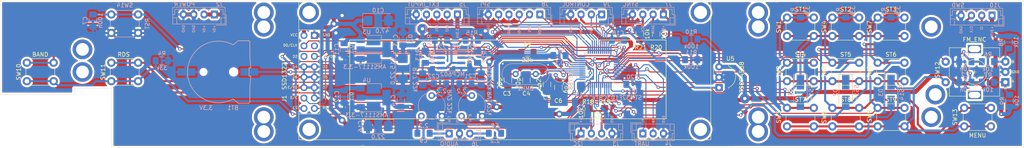
<source format=kicad_pcb>
(kicad_pcb (version 20171130) (host pcbnew 5.1.5)
  (layers (0 F.Cu signal) (31 B.Cu signal) (34 B.Paste user hide) (35 F.Paste user hide) (36 B.SilkS user) (37 F.SilkS user) (38 B.Mask user) (39 F.Mask user) (44 Edge.Cuts user))
  (net 0 "")
  (net 1 /KS1)
  (net 2 /S1)
  (net 3 /KS2)
  (net 4 /S2)
  (net 5 /S3)
  (net 6 /KS3)
  (net 7 GNDD)
  (net 8 /K1)
  (net 9 /K2)
  (net 10 /K3)
  (net 11 /K4)
  (net 12 /ROTB)
  (net 13 /ROTA)
  (net 14 +3V3)
  (net 15 /OSC_OUT)
  (net 16 /OSC_IN)
  (net 17 /OSC32_OUT)
  (net 18 /OSC32_IN)
  (net 19 /NRST)
  (net 20 /BOOT1)
  (net 21 /BOOT0)
  (net 22 /VBAT)
  (net 23 /SP_L)
  (net 24 /SP_R)
  (net 25 /AD2)
  (net 26 /AD3)
  (net 27 /AD1)
  (net 28 /STBY)
  (net 29 /MUTE)
  (net 30 /REMOTE)
  (net 31 /SCL)
  (net 32 /SDA)
  (net 33 +5V)
  (net 34 +3.3VA)
  (net 35 /DISP_CS)
  (net 36 /DISP_RST)
  (net 37 /DISP_DC)
  (net 38 "Net-(J1-Pad6)")
  (net 39 /DISP_DIN)
  (net 40 /DISP_CLK)
  (net 41 "Net-(J1-Pad3)")
  (net 42 /TX)
  (net 43 /RX)
  (net 44 /SYNC_DATA)
  (net 45 /SYNC_SCK)
  (net 46 /SPI_NSS)
  (net 47 /SPI_SCK)
  (net 48 /SPI_MISO)
  (net 49 /SPI_MOSI)
  (net 50 "Net-(R6-Pad1)")
  (net 51 "Net-(R7-Pad1)")
  (net 52 /IN_L)
  (net 53 "Net-(C8-Pad1)")
  (net 54 "Net-(C9-Pad1)")
  (net 55 /IN_R)
  (net 56 "Net-(R12-Pad1)")
  (net 57 "Net-(R13-Pad1)")
  (net 58 "Net-(R14-Pad2)")
  (net 59 "Net-(C21-Pad1)")
  (net 60 "Net-(C21-Pad2)")
  (net 61 "Net-(C22-Pad2)")
  (net 62 "Net-(C22-Pad1)")
  (module h-ms1110:SSD1322_3.12 (layer F.Cu) (at 144.6 106 180)
    (fp_text reference J1 (at 55.6 -7.5 90) (layer F.SilkS))
    (fp_text value SSD1322 (at 55.6 -2 270) (layer F.SilkS))
    (pad "" thru_hole circle (at 49.6 -15 180) (size 4.8 4.8) (drill 3.2) (layers *.Cu *.Mask))
    (pad "" thru_hole circle (at 49.6 13.5 180) (size 4.8 4.8) (drill 3.2) (layers *.Cu *.Mask))
    (pad "" thru_hole circle (at -45.4 13.5 180) (size 4.8 4.8) (drill 3.2) (layers *.Cu *.Mask))
    (pad "" thru_hole circle (at -45.4 -15 180) (size 4.8 4.8) (drill 3.2) (layers *.Cu *.Mask))
    (pad 1 thru_hole rect (at 48.31 7.89) (size 1.7 1.7) (drill 1) (layers *.Cu *.Mask) (net 7 GNDD))
    (pad 2 thru_hole oval (at 50.85 7.89) (size 1.7 1.7) (drill 1) (layers *.Cu *.Mask) (net 33 +5V))
    (pad 3 thru_hole oval (at 48.31 5.35) (size 1.7 1.7) (drill 1) (layers *.Cu *.Mask) (net 41 "Net-(J1-Pad3)"))
    (pad 4 thru_hole oval (at 50.85 5.35) (size 1.7 1.7) (drill 1) (layers *.Cu *.Mask) (net 40 /DISP_CLK))
    (pad 5 thru_hole oval (at 48.31 2.81) (size 1.7 1.7) (drill 1) (layers *.Cu *.Mask) (net 39 /DISP_DIN))
    (pad 6 thru_hole oval (at 50.85 2.81) (size 1.7 1.7) (drill 1) (layers *.Cu *.Mask) (net 38 "Net-(J1-Pad6)"))
    (pad 7 thru_hole oval (at 48.31 0.27) (size 1.7 1.7) (drill 1) (layers *.Cu *.Mask) (net 7 GNDD))
    (pad 8 thru_hole oval (at 50.85 0.27) (size 1.7 1.7) (drill 1) (layers *.Cu *.Mask) (net 7 GNDD))
    (pad 9 thru_hole oval (at 48.31 -2.27) (size 1.7 1.7) (drill 1) (layers *.Cu *.Mask) (net 7 GNDD))
    (pad 10 thru_hole oval (at 50.85 -2.27) (size 1.7 1.7) (drill 1) (layers *.Cu *.Mask) (net 7 GNDD))
    (pad 11 thru_hole oval (at 48.31 -4.81) (size 1.7 1.7) (drill 1) (layers *.Cu *.Mask) (net 7 GNDD))
    (pad 12 thru_hole oval (at 50.85 -4.81) (size 1.7 1.7) (drill 1) (layers *.Cu *.Mask) (net 7 GNDD))
    (pad 13 thru_hole oval (at 48.31 -7.35) (size 1.7 1.7) (drill 1) (layers *.Cu *.Mask) (net 7 GNDD))
    (pad 14 thru_hole oval (at 50.85 -7.35) (size 1.7 1.7) (drill 1) (layers *.Cu *.Mask) (net 37 /DISP_DC))
    (pad 15 thru_hole oval (at 48.31 -9.89) (size 1.7 1.7) (drill 1) (layers *.Cu *.Mask) (net 36 /DISP_RST))
    (pad 16 thru_hole oval (at 50.85 -9.89) (size 1.7 1.7) (drill 1) (layers *.Cu *.Mask) (net 35 /DISP_CS))
  )
  (module Button_Switch_THT:SW_PUSH_6mm (layer F.Cu) (at 53.5 109.25 180)
    (fp_text reference SW11 (at 8.5 2.25 90) (layer F.SilkS))
    (fp_text value RDS (at 3.5 6.5 180) (layer F.SilkS))
    (pad 1 thru_hole circle (at 6.5 0 270) (size 2 2) (drill 1.1) (layers *.Cu *.Mask) (net 11 /K4))
    (pad 2 thru_hole circle (at 6.5 4.5 270) (size 2 2) (drill 1.1) (layers *.Cu *.Mask) (net 3 /KS2))
    (pad 1 thru_hole circle (at 0 0 270) (size 2 2) (drill 1.1) (layers *.Cu *.Mask) (net 11 /K4))
    (pad 2 thru_hole circle (at 0 4.5 270) (size 2 2) (drill 1.1) (layers *.Cu *.Mask) (net 3 /KS2))
  )
  (module Connector_JST:JST_EH_B5B-EH-A_1x05_P2.50mm_Vertical (layer B.Cu) (at 131 93 180)
    (fp_text reference J5 (at -1.25 2.5) (layer B.SilkS) (effects (justify mirror)))
    (fp_text value EXT_INPUT (at 8.25 2.5) (layer B.SilkS) (effects (justify mirror)))
    (pad 5 thru_hole oval (at 10 0 180) (size 1.7 1.95) (drill 0.95) (layers *.Cu *.Mask) (net 7 GNDD))
    (pad 4 thru_hole oval (at 7.5 0 180) (size 1.7 1.95) (drill 0.95) (layers *.Cu *.Mask) (net 26 /AD3))
    (pad 3 thru_hole oval (at 5 0 180) (size 1.7 1.95) (drill 0.95) (layers *.Cu *.Mask) (net 27 /AD1))
    (pad 2 thru_hole oval (at 2.5 0 180) (size 1.7 1.95) (drill 0.95) (layers *.Cu *.Mask) (net 25 /AD2))
    (pad 1 thru_hole roundrect (at 0 0 180) (size 1.7 1.95) (drill 0.95) (layers *.Cu *.Mask) (roundrect_rratio 0.147059) (net 34 +3.3VA))
  )
  (module Package_QFP:LQFP-48_7x7mm_P0.5mm (layer B.Cu) (at 165.5 106)
    (fp_text reference U1 (at 0.25 -6 180) (layer B.SilkS) (effects (justify mirror)))
    (fp_text value STM32F103CBTx (at 4.25 7.25 180) (layer B.SilkS) (effects (justify mirror)))
    (pad 48 smd roundrect (at -2.75 4.1625) (size 0.3 1.475) (layers B.Cu B.Paste B.Mask) (net 14 +3V3))
    (pad 47 smd roundrect (at -2.25 4.1625) (size 0.3 1.475) (layers B.Cu B.Paste B.Mask) (net 7 GNDD))
    (pad 46 smd roundrect (at -1.75 4.1625) (size 0.3 1.475) (layers B.Cu B.Paste B.Mask) (net 32 /SDA))
    (pad 45 smd roundrect (at -1.25 4.1625) (size 0.3 1.475) (layers B.Cu B.Paste B.Mask) (net 31 /SCL))
    (pad 44 smd roundrect (at -0.75 4.1625) (size 0.3 1.475) (layers B.Cu B.Paste B.Mask) (net 21 /BOOT0))
    (pad 43 smd roundrect (at -0.25 4.1625) (size 0.3 1.475) (layers B.Cu B.Paste B.Mask) (net 11 /K4))
    (pad 42 smd roundrect (at 0.25 4.1625) (size 0.3 1.475) (layers B.Cu B.Paste B.Mask) (net 10 /K3))
    (pad 41 smd roundrect (at 0.75 4.1625) (size 0.3 1.475) (layers B.Cu B.Paste B.Mask) (net 9 /K2))
    (pad 40 smd roundrect (at 1.25 4.1625) (size 0.3 1.475) (layers B.Cu B.Paste B.Mask) (net 8 /K1))
    (pad 39 smd roundrect (at 1.75 4.1625) (size 0.3 1.475) (layers B.Cu B.Paste B.Mask) (net 5 /S3))
    (pad 38 smd roundrect (at 2.25 4.1625) (size 0.3 1.475) (layers B.Cu B.Paste B.Mask) (net 36 /DISP_RST))
    (pad 37 smd roundrect (at 2.75 4.1625) (size 0.3 1.475) (layers B.Cu B.Paste B.Mask) (net 4 /S2))
    (pad 36 smd roundrect (at 4.1625 2.75) (size 1.475 0.3) (layers B.Cu B.Paste B.Mask) (net 14 +3V3))
    (pad 35 smd roundrect (at 4.1625 2.25) (size 1.475 0.3) (layers B.Cu B.Paste B.Mask) (net 7 GNDD))
    (pad 34 smd roundrect (at 4.1625 1.75) (size 1.475 0.3) (layers B.Cu B.Paste B.Mask) (net 2 /S1))
    (pad 33 smd roundrect (at 4.1625 1.25) (size 1.475 0.3) (layers B.Cu B.Paste B.Mask) (net 12 /ROTB))
    (pad 32 smd roundrect (at 4.1625 0.75) (size 1.475 0.3) (layers B.Cu B.Paste B.Mask) (net 13 /ROTA))
    (pad 31 smd roundrect (at 4.1625 0.25) (size 1.475 0.3) (layers B.Cu B.Paste B.Mask) (net 43 /RX))
    (pad 30 smd roundrect (at 4.1625 -0.25) (size 1.475 0.3) (layers B.Cu B.Paste B.Mask) (net 42 /TX))
    (pad 29 smd roundrect (at 4.1625 -0.75) (size 1.475 0.3) (layers B.Cu B.Paste B.Mask) (net 30 /REMOTE))
    (pad 28 smd roundrect (at 4.1625 -1.25) (size 1.475 0.3) (layers B.Cu B.Paste B.Mask) (net 39 /DISP_DIN))
    (pad 27 smd roundrect (at 4.1625 -1.75) (size 1.475 0.3) (layers B.Cu B.Paste B.Mask) (net 37 /DISP_DC))
    (pad 26 smd roundrect (at 4.1625 -2.25) (size 1.475 0.3) (layers B.Cu B.Paste B.Mask) (net 40 /DISP_CLK))
    (pad 25 smd roundrect (at 4.1625 -2.75) (size 1.475 0.3) (layers B.Cu B.Paste B.Mask) (net 35 /DISP_CS))
    (pad 24 smd roundrect (at 2.75 -4.1625) (size 0.3 1.475) (layers B.Cu B.Paste B.Mask) (net 14 +3V3))
    (pad 23 smd roundrect (at 2.25 -4.1625) (size 0.3 1.475) (layers B.Cu B.Paste B.Mask) (net 7 GNDD))
    (pad 22 smd roundrect (at 1.75 -4.1625) (size 0.3 1.475) (layers B.Cu B.Paste B.Mask) (net 44 /SYNC_DATA))
    (pad 21 smd roundrect (at 1.25 -4.1625) (size 0.3 1.475) (layers B.Cu B.Paste B.Mask) (net 45 /SYNC_SCK))
    (pad 20 smd roundrect (at 0.75 -4.1625) (size 0.3 1.475) (layers B.Cu B.Paste B.Mask) (net 20 /BOOT1))
    (pad 19 smd roundrect (at 0.25 -4.1625) (size 0.3 1.475) (layers B.Cu B.Paste B.Mask) (net 29 /MUTE))
    (pad 18 smd roundrect (at -0.25 -4.1625) (size 0.3 1.475) (layers B.Cu B.Paste B.Mask) (net 28 /STBY))
    (pad 17 smd roundrect (at -0.75 -4.1625) (size 0.3 1.475) (layers B.Cu B.Paste B.Mask) (net 49 /SPI_MOSI))
    (pad 16 smd roundrect (at -1.25 -4.1625) (size 0.3 1.475) (layers B.Cu B.Paste B.Mask) (net 48 /SPI_MISO))
    (pad 15 smd roundrect (at -1.75 -4.1625) (size 0.3 1.475) (layers B.Cu B.Paste B.Mask) (net 47 /SPI_SCK))
    (pad 14 smd roundrect (at -2.25 -4.1625) (size 0.3 1.475) (layers B.Cu B.Paste B.Mask) (net 25 /AD2))
    (pad 13 smd roundrect (at -2.75 -4.1625) (size 0.3 1.475) (layers B.Cu B.Paste B.Mask) (net 27 /AD1))
    (pad 12 smd roundrect (at -4.1625 -2.75) (size 1.475 0.3) (layers B.Cu B.Paste B.Mask) (net 26 /AD3))
    (pad 11 smd roundrect (at -4.1625 -2.25) (size 1.475 0.3) (layers B.Cu B.Paste B.Mask) (net 24 /SP_R))
    (pad 10 smd roundrect (at -4.1625 -1.75) (size 1.475 0.3) (layers B.Cu B.Paste B.Mask) (net 23 /SP_L))
    (pad 9 smd roundrect (at -4.1625 -1.25) (size 1.475 0.3) (layers B.Cu B.Paste B.Mask) (net 34 +3.3VA))
    (pad 8 smd roundrect (at -4.1625 -0.75) (size 1.475 0.3) (layers B.Cu B.Paste B.Mask) (net 7 GNDD))
    (pad 7 smd roundrect (at -4.1625 -0.25) (size 1.475 0.3) (layers B.Cu B.Paste B.Mask) (net 19 /NRST))
    (pad 6 smd roundrect (at -4.1625 0.25) (size 1.475 0.3) (layers B.Cu B.Paste B.Mask) (net 15 /OSC_OUT))
    (pad 5 smd roundrect (at -4.1625 0.75) (size 1.475 0.3) (layers B.Cu B.Paste B.Mask) (net 16 /OSC_IN))
    (pad 4 smd roundrect (at -4.1625 1.25) (size 1.475 0.3) (layers B.Cu B.Paste B.Mask) (net 17 /OSC32_OUT))
    (pad 3 smd roundrect (at -4.1625 1.75) (size 1.475 0.3) (layers B.Cu B.Paste B.Mask) (net 18 /OSC32_IN))
    (pad 2 smd roundrect (at -4.1625 2.25) (size 1.475 0.3) (layers B.Cu B.Paste B.Mask) (net 46 /SPI_NSS))
    (pad 1 smd roundrect (at -4.1625 2.75) (size 1.475 0.3) (layers B.Cu B.Paste B.Mask) (net 22 /VBAT))
  )
  (module Capacitor_SMD:C_1206_3216Metric_Pad1.42x1.75mm_HandSolder (layer B.Cu) (at 169.988 99.25 180)
    (fp_text reference C18 (at 0 1.75) (layer B.SilkS) (effects (justify mirror)))
    (fp_text value 0.1 (at -0.012 -1.75) (layer B.SilkS) (effects (justify mirror)))
    (pad 1 smd roundrect (at -1.4875 0 180) (size 1.425 1.75) (layers B.Cu B.Paste B.Mask) (roundrect_rratio 0.175439) (net 14 +3V3))
    (pad 2 smd roundrect (at 1.4875 0 180) (size 1.425 1.75) (layers B.Cu B.Paste B.Mask) (roundrect_rratio 0.175439) (net 7 GNDD))
  )
  (module Potentiometer_THT:Potentiometer_Piher_PT-6-V_Vertical (layer B.Cu) (at 132 117.75 90)
    (fp_text reference RV1 (at 4.593 6.811 90) (layer B.SilkS) (effects (justify mirror)))
    (fp_text value 22k (at 1.418 6.811 90) (layer B.SilkS) (effects (justify mirror)))
    (pad 1 thru_hole circle (at 0 0 90) (size 1.62 1.62) (drill 0.9) (layers *.Cu *.Mask) (net 53 "Net-(C8-Pad1)"))
    (pad 2 thru_hole circle (at 5 2.5 90) (size 1.62 1.62) (drill 0.9) (layers *.Cu *.Mask) (net 60 "Net-(C21-Pad2)"))
    (pad 3 thru_hole circle (at 0 5 90) (size 1.62 1.62) (drill 0.9) (layers *.Cu *.Mask) (net 7 GNDD))
  )
  (module Connector_JST:JST_EH_B6B-EH-A_1x06_P2.50mm_Vertical (layer B.Cu) (at 151 93 180)
    (fp_text reference J8 (at -1.25 2.5) (layer B.SilkS) (effects (justify mirror)))
    (fp_text value SPI (at 13.25 2.5) (layer B.SilkS) (effects (justify mirror)))
    (pad 6 thru_hole oval (at 12.5 0 180) (size 1.7 1.95) (drill 0.95) (layers *.Cu *.Mask) (net 7 GNDD))
    (pad 5 thru_hole oval (at 10 0 180) (size 1.7 1.95) (drill 0.95) (layers *.Cu *.Mask) (net 47 /SPI_SCK))
    (pad 4 thru_hole oval (at 7.5 0 180) (size 1.7 1.95) (drill 0.95) (layers *.Cu *.Mask) (net 48 /SPI_MISO))
    (pad 3 thru_hole oval (at 5 0 180) (size 1.7 1.95) (drill 0.95) (layers *.Cu *.Mask) (net 49 /SPI_MOSI))
    (pad 2 thru_hole oval (at 2.5 0 180) (size 1.7 1.95) (drill 0.95) (layers *.Cu *.Mask) (net 46 /SPI_NSS))
    (pad 1 thru_hole roundrect (at 0 0 180) (size 1.7 1.95) (drill 0.95) (layers *.Cu *.Mask) (roundrect_rratio 0.147059) (net 20 /BOOT1))
  )
  (module Capacitor_SMD:C_1206_3216Metric_Pad1.42x1.75mm_HandSolder (layer B.Cu) (at 173.488 110)
    (fp_text reference C20 (at 0 -1.75) (layer B.SilkS) (effects (justify mirror)))
    (fp_text value 0.1 (at 0.012 1.75) (layer B.SilkS) (effects (justify mirror)))
    (pad 2 smd roundrect (at 1.4875 0) (size 1.425 1.75) (layers B.Cu B.Paste B.Mask) (roundrect_rratio 0.175439) (net 7 GNDD))
    (pad 1 smd roundrect (at -1.4875 0) (size 1.425 1.75) (layers B.Cu B.Paste B.Mask) (roundrect_rratio 0.175439) (net 14 +3V3))
  )
  (module Resistor_SMD:R_1206_3216Metric_Pad1.42x1.75mm_HandSolder (layer B.Cu) (at 122.555 108.8025 90)
    (fp_text reference R17 (at 1.4875 -1.778 90) (layer B.SilkS) (effects (justify mirror)))
    (fp_text value 22k (at -1.8145 -1.778 90) (layer B.SilkS) (effects (justify mirror)))
    (pad 2 smd roundrect (at 1.4875 0 90) (size 1.425 1.75) (layers B.Cu B.Paste B.Mask) (roundrect_rratio 0.175439) (net 57 "Net-(R13-Pad1)"))
    (pad 1 smd roundrect (at -1.4875 0 90) (size 1.425 1.75) (layers B.Cu B.Paste B.Mask) (roundrect_rratio 0.175439) (net 62 "Net-(C22-Pad1)"))
  )
  (module OptoDevice:Vishay_MOLD-3Pin (layer F.Cu) (at 194.5 110.83 90)
    (fp_text reference U5 (at 7.08 2.75) (layer F.SilkS))
    (fp_text value TSOP4538 (at 2.58 5.5 90) (layer F.SilkS))
    (pad 1 thru_hole roundrect (at 0 0 90) (size 1.8 1.8) (drill 0.9) (layers *.Cu *.Mask) (roundrect_rratio 0.138) (net 30 /REMOTE))
    (pad 2 thru_hole circle (at 2.54 0 90) (size 1.8 1.8) (drill 0.9) (layers *.Cu *.Mask) (net 7 GNDD))
    (pad 3 thru_hole circle (at 5.08 0 90) (size 1.8 1.8) (drill 0.9) (layers *.Cu *.Mask) (net 14 +3V3))
  )
  (module Button_Switch_THT:SW_PUSH_6mm (layer F.Cu) (at 211 93.75)
    (fp_text reference SW1 (at -2 2.25 90) (layer F.SilkS))
    (fp_text value ST1 (at 3.25 -2) (layer F.SilkS))
    (pad 1 thru_hole circle (at 6.5 0 90) (size 2 2) (drill 1.1) (layers *.Cu *.Mask) (net 8 /K1))
    (pad 2 thru_hole circle (at 6.5 4.5 90) (size 2 2) (drill 1.1) (layers *.Cu *.Mask) (net 1 /KS1))
    (pad 1 thru_hole circle (at 0 0 90) (size 2 2) (drill 1.1) (layers *.Cu *.Mask) (net 8 /K1))
    (pad 2 thru_hole circle (at 0 4.5 90) (size 2 2) (drill 1.1) (layers *.Cu *.Mask) (net 1 /KS1))
  )
  (module Button_Switch_THT:SW_PUSH_6mm (layer F.Cu) (at 222 93.75)
    (fp_text reference SW4 (at -2 2.25 90) (layer F.SilkS))
    (fp_text value ST2 (at 3.25 -2) (layer F.SilkS))
    (pad 1 thru_hole circle (at 6.5 0 90) (size 2 2) (drill 1.1) (layers *.Cu *.Mask) (net 9 /K2))
    (pad 2 thru_hole circle (at 6.5 4.5 90) (size 2 2) (drill 1.1) (layers *.Cu *.Mask) (net 1 /KS1))
    (pad 1 thru_hole circle (at 0 0 90) (size 2 2) (drill 1.1) (layers *.Cu *.Mask) (net 9 /K2))
    (pad 2 thru_hole circle (at 0 4.5 90) (size 2 2) (drill 1.1) (layers *.Cu *.Mask) (net 1 /KS1))
  )
  (module Button_Switch_THT:SW_PUSH_6mm (layer F.Cu) (at 233 93.75)
    (fp_text reference SW7 (at -2 2.25 90) (layer F.SilkS))
    (fp_text value ST3 (at 3.25 -2) (layer F.SilkS))
    (pad 1 thru_hole circle (at 6.5 0 90) (size 2 2) (drill 1.1) (layers *.Cu *.Mask) (net 10 /K3))
    (pad 2 thru_hole circle (at 6.5 4.5 90) (size 2 2) (drill 1.1) (layers *.Cu *.Mask) (net 1 /KS1))
    (pad 1 thru_hole circle (at 0 0 90) (size 2 2) (drill 1.1) (layers *.Cu *.Mask) (net 10 /K3))
    (pad 2 thru_hole circle (at 0 4.5 90) (size 2 2) (drill 1.1) (layers *.Cu *.Mask) (net 1 /KS1))
  )
  (module Button_Switch_THT:SW_PUSH_6mm (layer F.Cu) (at 211 104.75)
    (fp_text reference SW2 (at -2 2.25 90) (layer F.SilkS))
    (fp_text value ST4 (at 3.25 -2) (layer F.SilkS))
    (pad 1 thru_hole circle (at 6.5 0 90) (size 2 2) (drill 1.1) (layers *.Cu *.Mask) (net 8 /K1))
    (pad 2 thru_hole circle (at 6.5 4.5 90) (size 2 2) (drill 1.1) (layers *.Cu *.Mask) (net 3 /KS2))
    (pad 1 thru_hole circle (at 0 0 90) (size 2 2) (drill 1.1) (layers *.Cu *.Mask) (net 8 /K1))
    (pad 2 thru_hole circle (at 0 4.5 90) (size 2 2) (drill 1.1) (layers *.Cu *.Mask) (net 3 /KS2))
  )
  (module Button_Switch_THT:SW_PUSH_6mm (layer F.Cu) (at 222 104.75)
    (fp_text reference SW5 (at -2 2.25 90) (layer F.SilkS))
    (fp_text value ST5 (at 3.25 -2) (layer F.SilkS))
    (pad 1 thru_hole circle (at 6.5 0 90) (size 2 2) (drill 1.1) (layers *.Cu *.Mask) (net 9 /K2))
    (pad 2 thru_hole circle (at 6.5 4.5 90) (size 2 2) (drill 1.1) (layers *.Cu *.Mask) (net 3 /KS2))
    (pad 1 thru_hole circle (at 0 0 90) (size 2 2) (drill 1.1) (layers *.Cu *.Mask) (net 9 /K2))
    (pad 2 thru_hole circle (at 0 4.5 90) (size 2 2) (drill 1.1) (layers *.Cu *.Mask) (net 3 /KS2))
  )
  (module Button_Switch_THT:SW_PUSH_6mm (layer F.Cu) (at 233 104.75)
    (fp_text reference SW8 (at -2 2.25 90) (layer F.SilkS))
    (fp_text value ST6 (at 3.25 -2) (layer F.SilkS))
    (pad 1 thru_hole circle (at 6.5 0 90) (size 2 2) (drill 1.1) (layers *.Cu *.Mask) (net 10 /K3))
    (pad 2 thru_hole circle (at 6.5 4.5 90) (size 2 2) (drill 1.1) (layers *.Cu *.Mask) (net 3 /KS2))
    (pad 1 thru_hole circle (at 0 0 90) (size 2 2) (drill 1.1) (layers *.Cu *.Mask) (net 10 /K3))
    (pad 2 thru_hole circle (at 0 4.5 90) (size 2 2) (drill 1.1) (layers *.Cu *.Mask) (net 3 /KS2))
  )
  (module Button_Switch_THT:SW_PUSH_6mm (layer F.Cu) (at 211 115.75)
    (fp_text reference SW3 (at -2 2.25 90) (layer F.SilkS))
    (fp_text value ST7 (at 3.25 -2) (layer F.SilkS))
    (pad 1 thru_hole circle (at 6.5 0 90) (size 2 2) (drill 1.1) (layers *.Cu *.Mask) (net 8 /K1))
    (pad 2 thru_hole circle (at 6.5 4.5 90) (size 2 2) (drill 1.1) (layers *.Cu *.Mask) (net 6 /KS3))
    (pad 1 thru_hole circle (at 0 0 90) (size 2 2) (drill 1.1) (layers *.Cu *.Mask) (net 8 /K1))
    (pad 2 thru_hole circle (at 0 4.5 90) (size 2 2) (drill 1.1) (layers *.Cu *.Mask) (net 6 /KS3))
  )
  (module Button_Switch_THT:SW_PUSH_6mm (layer F.Cu) (at 222 115.75)
    (fp_text reference SW6 (at -2 2.25 90) (layer F.SilkS))
    (fp_text value ST8 (at 3.25 -2) (layer F.SilkS))
    (pad 1 thru_hole circle (at 6.5 0 90) (size 2 2) (drill 1.1) (layers *.Cu *.Mask) (net 9 /K2))
    (pad 2 thru_hole circle (at 6.5 4.5 90) (size 2 2) (drill 1.1) (layers *.Cu *.Mask) (net 6 /KS3))
    (pad 1 thru_hole circle (at 0 0 90) (size 2 2) (drill 1.1) (layers *.Cu *.Mask) (net 9 /K2))
    (pad 2 thru_hole circle (at 0 4.5 90) (size 2 2) (drill 1.1) (layers *.Cu *.Mask) (net 6 /KS3))
  )
  (module Button_Switch_THT:SW_PUSH_6mm (layer F.Cu) (at 233 115.75)
    (fp_text reference SW9 (at -2 2 90) (layer F.SilkS))
    (fp_text value ST9 (at 3.25 -2) (layer F.SilkS))
    (pad 1 thru_hole circle (at 6.5 0 90) (size 2 2) (drill 1.1) (layers *.Cu *.Mask) (net 10 /K3))
    (pad 2 thru_hole circle (at 6.5 4.5 90) (size 2 2) (drill 1.1) (layers *.Cu *.Mask) (net 6 /KS3))
    (pad 1 thru_hole circle (at 0 0 90) (size 2 2) (drill 1.1) (layers *.Cu *.Mask) (net 10 /K3))
    (pad 2 thru_hole circle (at 0 4.5 90) (size 2 2) (drill 1.1) (layers *.Cu *.Mask) (net 6 /KS3))
  )
  (module Capacitor_SMD:C_1206_3216Metric_Pad1.42x1.75mm_HandSolder (layer B.Cu) (at 254.262 104.5 180)
    (fp_text reference C1 (at 0 1.75) (layer B.SilkS) (effects (justify mirror)))
    (fp_text value 10n (at 0.012 -1.75) (layer B.SilkS) (effects (justify mirror)))
    (pad 2 smd roundrect (at 1.4875 0 180) (size 1.425 1.75) (layers B.Cu B.Paste B.Mask) (roundrect_rratio 0.175439) (net 7 GNDD))
    (pad 1 smd roundrect (at -1.4875 0 180) (size 1.425 1.75) (layers B.Cu B.Paste B.Mask) (roundrect_rratio 0.175439) (net 12 /ROTB))
  )
  (module Capacitor_SMD:C_1206_3216Metric_Pad1.42x1.75mm_HandSolder (layer B.Cu) (at 254.262 109.5 180)
    (fp_text reference C2 (at 0.012 1.75) (layer B.SilkS) (effects (justify mirror)))
    (fp_text value 10n (at 0 -1.82) (layer B.SilkS) (effects (justify mirror)))
    (pad 2 smd roundrect (at 1.4875 0 180) (size 1.425 1.75) (layers B.Cu B.Paste B.Mask) (roundrect_rratio 0.175439) (net 7 GNDD))
    (pad 1 smd roundrect (at -1.4875 0 180) (size 1.425 1.75) (layers B.Cu B.Paste B.Mask) (roundrect_rratio 0.175439) (net 13 /ROTA))
  )
  (module Resistor_SMD:R_1206_3216Metric_Pad1.42x1.75mm_HandSolder (layer B.Cu) (at 259.762 104.5 180)
    (fp_text reference R6 (at 0 1.75) (layer B.SilkS) (effects (justify mirror)))
    (fp_text value 10k (at 0 -1.82) (layer B.SilkS) (effects (justify mirror)))
    (pad 2 smd roundrect (at 1.4875 0 180) (size 1.425 1.75) (layers B.Cu B.Paste B.Mask) (roundrect_rratio 0.175439) (net 12 /ROTB))
    (pad 1 smd roundrect (at -1.4875 0 180) (size 1.425 1.75) (layers B.Cu B.Paste B.Mask) (roundrect_rratio 0.175439) (net 50 "Net-(R6-Pad1)"))
  )
  (module Resistor_SMD:R_1206_3216Metric_Pad1.42x1.75mm_HandSolder (layer B.Cu) (at 259.762 109.5 180)
    (fp_text reference R7 (at 0.012 1.75) (layer B.SilkS) (effects (justify mirror)))
    (fp_text value 10k (at 0 -1.82) (layer B.SilkS) (effects (justify mirror)))
    (pad 2 smd roundrect (at 1.4875 0 180) (size 1.425 1.75) (layers B.Cu B.Paste B.Mask) (roundrect_rratio 0.175439) (net 13 /ROTA))
    (pad 1 smd roundrect (at -1.4875 0 180) (size 1.425 1.75) (layers B.Cu B.Paste B.Mask) (roundrect_rratio 0.175439) (net 51 "Net-(R7-Pad1)"))
  )
  (module Resistor_SMD:R_1206_3216Metric_Pad1.42x1.75mm_HandSolder (layer B.Cu) (at 264.75 99.7625 270)
    (fp_text reference R8 (at 0 1.75 90) (layer B.SilkS) (effects (justify mirror)))
    (fp_text value 10k (at -0.0125 -1.82 90) (layer B.SilkS) (effects (justify mirror)))
    (pad 2 smd roundrect (at 1.4875 0 270) (size 1.425 1.75) (layers B.Cu B.Paste B.Mask) (roundrect_rratio 0.175439) (net 50 "Net-(R6-Pad1)"))
    (pad 1 smd roundrect (at -1.4875 0 270) (size 1.425 1.75) (layers B.Cu B.Paste B.Mask) (roundrect_rratio 0.175439) (net 14 +3V3))
  )
  (module Resistor_SMD:R_1206_3216Metric_Pad1.42x1.75mm_HandSolder (layer B.Cu) (at 265 114.012 90)
    (fp_text reference R9 (at 0 -1.75 90) (layer B.SilkS) (effects (justify mirror)))
    (fp_text value 10k (at 0.012 1.75 90) (layer B.SilkS) (effects (justify mirror)))
    (pad 2 smd roundrect (at 1.4875 0 90) (size 1.425 1.75) (layers B.Cu B.Paste B.Mask) (roundrect_rratio 0.175439) (net 51 "Net-(R7-Pad1)"))
    (pad 1 smd roundrect (at -1.4875 0 90) (size 1.425 1.75) (layers B.Cu B.Paste B.Mask) (roundrect_rratio 0.175439) (net 14 +3V3))
  )
  (module Button_Switch_THT:SW_PUSH_6mm (layer F.Cu) (at 33 109.25 180)
    (fp_text reference SW10 (at 8.5 2.25 90) (layer F.SilkS))
    (fp_text value BAND (at 3.25 6.5 180) (layer F.SilkS))
    (pad 1 thru_hole circle (at 6.5 0 270) (size 2 2) (drill 1.1) (layers *.Cu *.Mask) (net 11 /K4))
    (pad 2 thru_hole circle (at 6.5 4.5 270) (size 2 2) (drill 1.1) (layers *.Cu *.Mask) (net 1 /KS1))
    (pad 1 thru_hole circle (at 0 0 270) (size 2 2) (drill 1.1) (layers *.Cu *.Mask) (net 11 /K4))
    (pad 2 thru_hole circle (at 0 4.5 270) (size 2 2) (drill 1.1) (layers *.Cu *.Mask) (net 1 /KS1))
  )
  (module Rotary_Encoder:RotaryEncoder_Alps_EC11E-Switch_Vertical_H20mm (layer F.Cu) (at 264 109.5 180)
    (fp_text reference SW12 (at 16.5 3 90) (layer F.SilkS))
    (fp_text value FM_ENC (at 7.5 10.4) (layer F.SilkS))
    (pad A thru_hole rect (at 0 0 180) (size 2 2) (drill 1) (layers *.Cu *.Mask) (net 51 "Net-(R7-Pad1)"))
    (pad C thru_hole circle (at 0 2.5 180) (size 2 2) (drill 1) (layers *.Cu *.Mask) (net 7 GNDD))
    (pad B thru_hole circle (at 0 5 180) (size 2 2) (drill 1) (layers *.Cu *.Mask) (net 50 "Net-(R6-Pad1)"))
    (pad MP thru_hole rect (at 7.5 -3.1 180) (size 3.2 2) (drill oval 2.8 1.5) (layers *.Cu *.Mask))
    (pad MP thru_hole rect (at 7.5 8.1 180) (size 3.2 2) (drill oval 2.8 1.5) (layers *.Cu *.Mask))
    (pad S2 thru_hole circle (at 14.5 0 180) (size 2 2) (drill 1) (layers *.Cu *.Mask) (net 6 /KS3))
    (pad S1 thru_hole circle (at 14.5 5 180) (size 2 2) (drill 1) (layers *.Cu *.Mask) (net 11 /K4))
  )
  (module Button_Switch_THT:SW_PUSH_6mm (layer F.Cu) (at 254 115.75)
    (fp_text reference SW13 (at -2.25 2.25 90) (layer F.SilkS))
    (fp_text value MENU (at 3.25 6.7) (layer F.SilkS))
    (pad 1 thru_hole circle (at 6.5 0 90) (size 2 2) (drill 1.1) (layers *.Cu *.Mask) (net 9 /K2))
    (pad 2 thru_hole circle (at 6.5 4.5 90) (size 2 2) (drill 1.1) (layers *.Cu *.Mask) (net 6 /KS3))
    (pad 1 thru_hole circle (at 0 0 90) (size 2 2) (drill 1.1) (layers *.Cu *.Mask) (net 9 /K2))
    (pad 2 thru_hole circle (at 0 4.5 90) (size 2 2) (drill 1.1) (layers *.Cu *.Mask) (net 6 /KS3))
  )
  (module Capacitor_SMD:C_1206_3216Metric_Pad1.42x1.75mm_HandSolder (layer F.Cu) (at 143.25 109 90)
    (fp_text reference C3 (at -3.25 -0.25) (layer F.SilkS))
    (fp_text value 20p (at -0.75 -2 270) (layer F.SilkS))
    (pad 2 smd roundrect (at 1.4875 0 90) (size 1.425 1.75) (layers F.Cu F.Paste F.Mask) (roundrect_rratio 0.175439) (net 15 /OSC_OUT))
    (pad 1 smd roundrect (at -1.4875 0 90) (size 1.425 1.75) (layers F.Cu F.Paste F.Mask) (roundrect_rratio 0.175439) (net 7 GNDD))
  )
  (module Capacitor_SMD:C_1206_3216Metric_Pad1.42x1.75mm_HandSolder (layer F.Cu) (at 147.75 109.012 90)
    (fp_text reference C4 (at -3.238 0) (layer F.SilkS))
    (fp_text value 20p (at -0.738 -2 270) (layer F.SilkS))
    (pad 1 smd roundrect (at -1.4875 0 90) (size 1.425 1.75) (layers F.Cu F.Paste F.Mask) (roundrect_rratio 0.175439) (net 7 GNDD))
    (pad 2 smd roundrect (at 1.4875 0 90) (size 1.425 1.75) (layers F.Cu F.Paste F.Mask) (roundrect_rratio 0.175439) (net 16 /OSC_IN))
  )
  (module Capacitor_SMD:C_1206_3216Metric_Pad1.42x1.75mm_HandSolder (layer F.Cu) (at 152.75 110.012 270)
    (fp_text reference C5 (at 3.238 0 180) (layer F.SilkS))
    (fp_text value 6p2 (at 0 2 90) (layer F.SilkS))
    (pad 1 smd roundrect (at -1.4875 0 270) (size 1.425 1.75) (layers F.Cu F.Paste F.Mask) (roundrect_rratio 0.175439) (net 17 /OSC32_OUT))
    (pad 2 smd roundrect (at 1.4875 0 270) (size 1.425 1.75) (layers F.Cu F.Paste F.Mask) (roundrect_rratio 0.175439) (net 7 GNDD))
  )
  (module Capacitor_SMD:C_1206_3216Metric_Pad1.42x1.75mm_HandSolder (layer F.Cu) (at 155.5 110.738 270)
    (fp_text reference C6 (at 3.262 0) (layer F.SilkS))
    (fp_text value 6p2 (at 0.012 -1.75 270) (layer F.SilkS))
    (pad 2 smd roundrect (at 1.4875 0 270) (size 1.425 1.75) (layers F.Cu F.Paste F.Mask) (roundrect_rratio 0.175439) (net 7 GNDD))
    (pad 1 smd roundrect (at -1.4875 0 270) (size 1.425 1.75) (layers F.Cu F.Paste F.Mask) (roundrect_rratio 0.175439) (net 18 /OSC32_IN))
  )
  (module Capacitor_SMD:C_1206_3216Metric_Pad1.42x1.75mm_HandSolder (layer B.Cu) (at 42.5 94.4875 270)
    (fp_text reference C7 (at 0 1.82 90) (layer B.SilkS) (effects (justify mirror)))
    (fp_text value 100n (at 0 -1.82 90) (layer B.SilkS) (effects (justify mirror)))
    (pad 2 smd roundrect (at 1.4875 0 270) (size 1.425 1.75) (layers B.Cu B.Paste B.Mask) (roundrect_rratio 0.175439) (net 7 GNDD))
    (pad 1 smd roundrect (at -1.4875 0 270) (size 1.425 1.75) (layers B.Cu B.Paste B.Mask) (roundrect_rratio 0.175439) (net 19 /NRST))
  )
  (module Capacitor_Tantalum_SMD:CP_EIA-6032-28_Kemet-C (layer B.Cu) (at 111.7875 94.5)
    (fp_text reference C10 (at -0.0375 -2.5) (layer B.SilkS) (effects (justify mirror)))
    (fp_text value 47.0 (at 0.9625 2.5) (layer B.SilkS) (effects (justify mirror)))
    (pad 2 smd roundrect (at 2.4625 0) (size 2.075 2.35) (layers B.Cu B.Paste B.Mask) (roundrect_rratio 0.120482) (net 7 GNDD))
    (pad 1 smd roundrect (at -2.4625 0) (size 2.075 2.35) (layers B.Cu B.Paste B.Mask) (roundrect_rratio 0.120482) (net 33 +5V))
  )
  (module Capacitor_SMD:C_1206_3216Metric_Pad1.42x1.75mm_HandSolder (layer B.Cu) (at 103.5 101.488 90)
    (fp_text reference C11 (at -0.012 -1.75 90) (layer B.SilkS) (effects (justify mirror)))
    (fp_text value 0.1 (at -0.012 1.75 90) (layer B.SilkS) (effects (justify mirror)))
    (pad 1 smd roundrect (at -1.4875 0 90) (size 1.425 1.75) (layers B.Cu B.Paste B.Mask) (roundrect_rratio 0.175439) (net 7 GNDD))
    (pad 2 smd roundrect (at 1.4875 0 90) (size 1.425 1.75) (layers B.Cu B.Paste B.Mask) (roundrect_rratio 0.175439) (net 33 +5V))
  )
  (module Capacitor_SMD:C_1206_3216Metric_Pad1.42x1.75mm_HandSolder (layer B.Cu) (at 103.5 113.012 90)
    (fp_text reference C12 (at 0.012 -1.75 90) (layer B.SilkS) (effects (justify mirror)))
    (fp_text value 0.1 (at 0 1.75 90) (layer B.SilkS) (effects (justify mirror)))
    (pad 1 smd roundrect (at -1.4875 0 90) (size 1.425 1.75) (layers B.Cu B.Paste B.Mask) (roundrect_rratio 0.175439) (net 7 GNDD))
    (pad 2 smd roundrect (at 1.4875 0 90) (size 1.425 1.75) (layers B.Cu B.Paste B.Mask) (roundrect_rratio 0.175439) (net 33 +5V))
  )
  (module Capacitor_SMD:C_1206_3216Metric_Pad1.42x1.75mm_HandSolder (layer B.Cu) (at 117.75 98.9875 270)
    (fp_text reference C13 (at 0.2625 1.75 90) (layer B.SilkS) (effects (justify mirror)))
    (fp_text value 0.1 (at 0 -1.82 90) (layer B.SilkS) (effects (justify mirror)))
    (pad 1 smd roundrect (at -1.4875 0 270) (size 1.425 1.75) (layers B.Cu B.Paste B.Mask) (roundrect_rratio 0.175439) (net 7 GNDD))
    (pad 2 smd roundrect (at 1.4875 0 270) (size 1.425 1.75) (layers B.Cu B.Paste B.Mask) (roundrect_rratio 0.175439) (net 34 +3.3VA))
  )
  (module Capacitor_SMD:C_1206_3216Metric_Pad1.42x1.75mm_HandSolder (layer B.Cu) (at 117.25 113.988 270)
    (fp_text reference C14 (at 0 1.82 90) (layer B.SilkS) (effects (justify mirror)))
    (fp_text value 0.1)
    (pad 2 smd roundrect (at 1.4875 0 270) (size 1.425 1.75) (layers B.Cu B.Paste B.Mask) (roundrect_rratio 0.175439) (net 14 +3V3))
    (pad 1 smd roundrect (at -1.4875 0 270) (size 1.425 1.75) (layers B.Cu B.Paste B.Mask) (roundrect_rratio 0.175439) (net 7 GNDD))
  )
  (module Capacitor_Tantalum_SMD:CP_EIA-6032-28_Kemet-C (layer B.Cu) (at 117.75 106.25 270)
    (fp_text reference C15 (at -1.348 2.434 90) (layer B.SilkS) (effects (justify mirror)))
    (fp_text value 22.0 (at 2.208 2.434 90) (layer B.SilkS) (effects (justify mirror)))
    (pad 1 smd roundrect (at -2.4625 0 270) (size 2.075 2.35) (layers B.Cu B.Paste B.Mask) (roundrect_rratio 0.120482) (net 34 +3.3VA))
    (pad 2 smd roundrect (at 2.4625 0 270) (size 2.075 2.35) (layers B.Cu B.Paste B.Mask) (roundrect_rratio 0.120482) (net 7 GNDD))
  )
  (module Capacitor_Tantalum_SMD:CP_EIA-6032-28_Kemet-C (layer B.Cu) (at 111.75 120.25 180)
    (fp_text reference C16 (at 4.25 0 90) (layer B.SilkS) (effects (justify mirror)))
    (fp_text value 22.0 (at 0 -2.55) (layer B.SilkS) (effects (justify mirror)))
    (pad 1 smd roundrect (at -2.4625 0 180) (size 2.075 2.35) (layers B.Cu B.Paste B.Mask) (roundrect_rratio 0.120482) (net 14 +3V3))
    (pad 2 smd roundrect (at 2.4625 0 180) (size 2.075 2.35) (layers B.Cu B.Paste B.Mask) (roundrect_rratio 0.120482) (net 7 GNDD))
  )
  (module Capacitor_SMD:C_1206_3216Metric_Pad1.42x1.75mm_HandSolder (layer B.Cu) (at 155.762 103 180)
    (fp_text reference C17 (at 0 1.75) (layer B.SilkS) (effects (justify mirror)))
    (fp_text value 0.1 (at 0 -1.75) (layer B.SilkS) (effects (justify mirror)))
    (pad 1 smd roundrect (at -1.4875 0 180) (size 1.425 1.75) (layers B.Cu B.Paste B.Mask) (roundrect_rratio 0.175439) (net 34 +3.3VA))
    (pad 2 smd roundrect (at 1.4875 0 180) (size 1.425 1.75) (layers B.Cu B.Paste B.Mask) (roundrect_rratio 0.175439) (net 7 GNDD))
  )
  (module Diode_SMD:D_SMA_Handsoldering (layer B.Cu) (at 214.25 112 270)
    (fp_text reference D1 (at 0 2.5 90) (layer B.SilkS) (effects (justify mirror)))
    (fp_text value SS14 (at 0 -2.6 90) (layer B.SilkS) (effects (justify mirror)))
    (pad 1 smd rect (at -2.5 0 270) (size 3.5 1.8) (layers B.Cu B.Paste B.Mask) (net 1 /KS1))
    (pad 2 smd rect (at 2.5 0 270) (size 3.5 1.8) (layers B.Cu B.Paste B.Mask) (net 2 /S1))
  )
  (module Diode_SMD:D_SMA_Handsoldering (layer B.Cu) (at 225.25 112 270)
    (fp_text reference D2 (at 0 2.5 90) (layer B.SilkS) (effects (justify mirror)))
    (fp_text value SS14 (at 0 -2.6 90) (layer B.SilkS) (effects (justify mirror)))
    (pad 2 smd rect (at 2.5 0 270) (size 3.5 1.8) (layers B.Cu B.Paste B.Mask) (net 4 /S2))
    (pad 1 smd rect (at -2.5 0 270) (size 3.5 1.8) (layers B.Cu B.Paste B.Mask) (net 3 /KS2))
  )
  (module Diode_SMD:D_SMA_Handsoldering (layer B.Cu) (at 236.25 112 270)
    (fp_text reference D3 (at 0 2.5 90) (layer B.SilkS) (effects (justify mirror)))
    (fp_text value SS14 (at 0 -2.6 90) (layer B.SilkS) (effects (justify mirror)))
    (pad 1 smd rect (at -2.5 0 270) (size 3.5 1.8) (layers B.Cu B.Paste B.Mask) (net 6 /KS3))
    (pad 2 smd rect (at 2.5 0 270) (size 3.5 1.8) (layers B.Cu B.Paste B.Mask) (net 5 /S3))
  )
  (module Connector_JST:JST_EH_B4B-EH-A_1x04_P2.50mm_Vertical (layer B.Cu) (at 72 93 180)
    (fp_text reference J2 (at -1.25 2.5) (layer B.SilkS) (effects (justify mirror)))
    (fp_text value POWER (at 7.25 2.5) (layer B.SilkS) (effects (justify mirror)))
    (pad 1 thru_hole roundrect (at 0 0 180) (size 1.7 1.95) (drill 0.95) (layers *.Cu *.Mask) (roundrect_rratio 0.147059) (net 33 +5V))
    (pad 2 thru_hole oval (at 2.5 0 180) (size 1.7 1.95) (drill 0.95) (layers *.Cu *.Mask) (net 33 +5V))
    (pad 3 thru_hole oval (at 5 0 180) (size 1.7 1.95) (drill 0.95) (layers *.Cu *.Mask) (net 7 GNDD))
    (pad 4 thru_hole oval (at 7.5 0 180) (size 1.7 1.95) (drill 0.95) (layers *.Cu *.Mask) (net 7 GNDD))
  )
  (module Connector_JST:JST_EH_B3B-EH-A_1x03_P2.50mm_Vertical (layer B.Cu) (at 176 122)
    (fp_text reference J4 (at 6.25 2.5) (layer B.SilkS) (effects (justify mirror)))
    (fp_text value UART (at -0.25 2.5) (layer B.SilkS) (effects (justify mirror)))
    (pad 1 thru_hole roundrect (at 0 0) (size 1.7 1.95) (drill 0.95) (layers *.Cu *.Mask) (roundrect_rratio 0.147059) (net 42 /TX))
    (pad 2 thru_hole oval (at 2.5 0) (size 1.7 1.95) (drill 0.95) (layers *.Cu *.Mask) (net 43 /RX))
    (pad 3 thru_hole oval (at 5 0) (size 1.7 1.95) (drill 0.95) (layers *.Cu *.Mask) (net 7 GNDD))
  )
  (module Connector_JST:JST_EH_B3B-EH-A_1x03_P2.50mm_Vertical (layer B.Cu) (at 129 122)
    (fp_text reference J6 (at 6.25 2.5) (layer B.SilkS) (effects (justify mirror)))
    (fp_text value AUDIO (at 0 2.5) (layer B.SilkS) (effects (justify mirror)))
    (pad 1 thru_hole roundrect (at 0 0) (size 1.7 1.95) (drill 0.95) (layers *.Cu *.Mask) (roundrect_rratio 0.147059) (net 52 /IN_L))
    (pad 2 thru_hole oval (at 2.5 0) (size 1.7 1.95) (drill 0.95) (layers *.Cu *.Mask) (net 7 GNDD))
    (pad 3 thru_hole oval (at 5 0) (size 1.7 1.95) (drill 0.95) (layers *.Cu *.Mask) (net 55 /IN_R))
  )
  (module Connector_JST:JST_EH_B4B-EH-A_1x04_P2.50mm_Vertical (layer B.Cu) (at 166 93 180)
    (fp_text reference J9 (at -1.25 2.5) (layer B.SilkS) (effects (justify mirror)))
    (fp_text value CONTROL (at 6.25 2.5) (layer B.SilkS) (effects (justify mirror)))
    (pad 1 thru_hole roundrect (at 0 0 180) (size 1.7 1.95) (drill 0.95) (layers *.Cu *.Mask) (roundrect_rratio 0.147059) (net 29 /MUTE))
    (pad 2 thru_hole oval (at 2.5 0 180) (size 1.7 1.95) (drill 0.95) (layers *.Cu *.Mask) (net 28 /STBY))
    (pad 3 thru_hole oval (at 5 0 180) (size 1.7 1.95) (drill 0.95) (layers *.Cu *.Mask) (net 30 /REMOTE))
    (pad 4 thru_hole oval (at 7.5 0 180) (size 1.7 1.95) (drill 0.95) (layers *.Cu *.Mask) (net 7 GNDD))
  )
  (module Resistor_SMD:R_1206_3216Metric_Pad1.42x1.75mm_HandSolder (layer B.Cu) (at 214.25 92.2625 90)
    (fp_text reference R1 (at 0.0125 -1.75 90) (layer B.SilkS) (effects (justify mirror)))
    (fp_text value 33k (at 0 1.75 90) (layer B.SilkS) (effects (justify mirror)))
    (pad 1 smd roundrect (at -1.4875 0 90) (size 1.425 1.75) (layers B.Cu B.Paste B.Mask) (roundrect_rratio 0.175439) (net 8 /K1))
    (pad 2 smd roundrect (at 1.4875 0 90) (size 1.425 1.75) (layers B.Cu B.Paste B.Mask) (roundrect_rratio 0.175439) (net 7 GNDD))
  )
  (module Resistor_SMD:R_1206_3216Metric_Pad1.42x1.75mm_HandSolder (layer B.Cu) (at 225.25 92.2625 90)
    (fp_text reference R2 (at 0.0125 -1.75 90) (layer B.SilkS) (effects (justify mirror)))
    (fp_text value 33k (at 0.0125 1.75 90) (layer B.SilkS) (effects (justify mirror)))
    (pad 2 smd roundrect (at 1.4875 0 90) (size 1.425 1.75) (layers B.Cu B.Paste B.Mask) (roundrect_rratio 0.175439) (net 7 GNDD))
    (pad 1 smd roundrect (at -1.4875 0 90) (size 1.425 1.75) (layers B.Cu B.Paste B.Mask) (roundrect_rratio 0.175439) (net 9 /K2))
  )
  (module Resistor_SMD:R_1206_3216Metric_Pad1.42x1.75mm_HandSolder (layer B.Cu) (at 236.25 92.2375 90)
    (fp_text reference R3 (at 0 -1.75 90) (layer B.SilkS) (effects (justify mirror)))
    (fp_text value 33k (at -0.0125 1.75 90) (layer B.SilkS) (effects (justify mirror)))
    (pad 1 smd roundrect (at -1.4875 0 90) (size 1.425 1.75) (layers B.Cu B.Paste B.Mask) (roundrect_rratio 0.175439) (net 10 /K3))
    (pad 2 smd roundrect (at 1.4875 0 90) (size 1.425 1.75) (layers B.Cu B.Paste B.Mask) (roundrect_rratio 0.175439) (net 7 GNDD))
  )
  (module Resistor_SMD:R_1206_3216Metric_Pad1.42x1.75mm_HandSolder (layer B.Cu) (at 59.2625 104.25)
    (fp_text reference R4 (at 0 -1.75) (layer B.SilkS) (effects (justify mirror)))
    (fp_text value 33k (at -0.0125 1.75) (layer B.SilkS) (effects (justify mirror)))
    (pad 1 smd roundrect (at -1.4875 0) (size 1.425 1.75) (layers B.Cu B.Paste B.Mask) (roundrect_rratio 0.175439) (net 11 /K4))
    (pad 2 smd roundrect (at 1.4875 0) (size 1.425 1.75) (layers B.Cu B.Paste B.Mask) (roundrect_rratio 0.175439) (net 7 GNDD))
  )
  (module Resistor_SMD:R_1206_3216Metric_Pad1.42x1.75mm_HandSolder (layer F.Cu) (at 147.9875 102.25)
    (fp_text reference R5 (at 0 -1.82) (layer F.SilkS))
    (fp_text value 22k (at 0 1.82) (layer F.SilkS))
    (pad 1 smd roundrect (at -1.4875 0) (size 1.425 1.75) (layers F.Cu F.Paste F.Mask) (roundrect_rratio 0.175439) (net 14 +3V3))
    (pad 2 smd roundrect (at 1.4875 0) (size 1.425 1.75) (layers F.Cu F.Paste F.Mask) (roundrect_rratio 0.175439) (net 19 /NRST))
  )
  (module Resistor_SMD:R_1206_3216Metric_Pad1.42x1.75mm_HandSolder (layer B.Cu) (at 187.762 99 180)
    (fp_text reference R10 (at 0.012 1.75) (layer B.SilkS) (effects (justify mirror)))
    (fp_text value 100k (at 0 -1.75) (layer B.SilkS) (effects (justify mirror)))
    (pad 2 smd roundrect (at 1.4875 0 180) (size 1.425 1.75) (layers B.Cu B.Paste B.Mask) (roundrect_rratio 0.175439) (net 20 /BOOT1))
    (pad 1 smd roundrect (at -1.4875 0 180) (size 1.425 1.75) (layers B.Cu B.Paste B.Mask) (roundrect_rratio 0.175439) (net 14 +3V3))
  )
  (module Resistor_SMD:R_1206_3216Metric_Pad1.42x1.75mm_HandSolder (layer B.Cu) (at 187.738 104)
    (fp_text reference R11 (at 0 -1.75) (layer B.SilkS) (effects (justify mirror)))
    (fp_text value 100k (at 0.012 1.75) (layer B.SilkS) (effects (justify mirror)))
    (pad 2 smd roundrect (at 1.4875 0) (size 1.425 1.75) (layers B.Cu B.Paste B.Mask) (roundrect_rratio 0.175439) (net 7 GNDD))
    (pad 1 smd roundrect (at -1.4875 0) (size 1.425 1.75) (layers B.Cu B.Paste B.Mask) (roundrect_rratio 0.175439) (net 21 /BOOT0))
  )
  (module Resistor_SMD:R_1206_3216Metric_Pad1.42x1.75mm_HandSolder (layer B.Cu) (at 135.89 103.2875 90)
    (fp_text reference R12 (at -0.012 1.75 90) (layer B.SilkS) (effects (justify mirror)))
    (fp_text value 220k (at 0 -1.82 90) (layer B.SilkS) (effects (justify mirror)))
    (pad 1 smd roundrect (at -1.4875 0 90) (size 1.425 1.75) (layers B.Cu B.Paste B.Mask) (roundrect_rratio 0.175439) (net 56 "Net-(R12-Pad1)"))
    (pad 2 smd roundrect (at 1.4875 0 90) (size 1.425 1.75) (layers B.Cu B.Paste B.Mask) (roundrect_rratio 0.175439) (net 24 /SP_R))
  )
  (module Resistor_SMD:R_1206_3216Metric_Pad1.42x1.75mm_HandSolder (layer B.Cu) (at 123.19 103.2875 90)
    (fp_text reference R13 (at 0.488 -1.75 90) (layer B.SilkS) (effects (justify mirror)))
    (fp_text value 220k (at 0 1.75 90) (layer B.SilkS) (effects (justify mirror)))
    (pad 1 smd roundrect (at -1.4875 0 90) (size 1.425 1.75) (layers B.Cu B.Paste B.Mask) (roundrect_rratio 0.175439) (net 57 "Net-(R13-Pad1)"))
    (pad 2 smd roundrect (at 1.4875 0 90) (size 1.425 1.75) (layers B.Cu B.Paste B.Mask) (roundrect_rratio 0.175439) (net 23 /SP_L))
  )
  (module Resistor_SMD:R_1206_3216Metric_Pad1.42x1.75mm_HandSolder (layer B.Cu) (at 126.988 99.25)
    (fp_text reference R14 (at -2.738 0 90) (layer B.SilkS) (effects (justify mirror)))
    (fp_text value 22k (at 0.012 1.75) (layer B.SilkS) (effects (justify mirror)))
    (pad 1 smd roundrect (at -1.4875 0) (size 1.425 1.75) (layers B.Cu B.Paste B.Mask) (roundrect_rratio 0.175439) (net 34 +3.3VA))
    (pad 2 smd roundrect (at 1.4875 0) (size 1.425 1.75) (layers B.Cu B.Paste B.Mask) (roundrect_rratio 0.175439) (net 58 "Net-(R14-Pad2)"))
  )
  (module Resistor_SMD:R_1206_3216Metric_Pad1.42x1.75mm_HandSolder (layer B.Cu) (at 134.488 99.25)
    (fp_text reference R15 (at 0.012 -1.75) (layer B.SilkS) (effects (justify mirror)))
    (fp_text value 22k (at 0.012 1.75) (layer B.SilkS) (effects (justify mirror)))
    (pad 1 smd roundrect (at -1.4875 0) (size 1.425 1.75) (layers B.Cu B.Paste B.Mask) (roundrect_rratio 0.175439) (net 58 "Net-(R14-Pad2)"))
    (pad 2 smd roundrect (at 1.4875 0) (size 1.425 1.75) (layers B.Cu B.Paste B.Mask) (roundrect_rratio 0.175439) (net 7 GNDD))
  )
  (module Resistor_SMD:R_1206_3216Metric_Pad1.42x1.75mm_HandSolder (layer B.Cu) (at 136.779 108.8025 90)
    (fp_text reference R16 (at 1.8685 1.905 90) (layer B.SilkS) (effects (justify mirror)))
    (fp_text value 22k (at -1.3065 1.905 90) (layer B.SilkS) (effects (justify mirror)))
    (pad 2 smd roundrect (at 1.4875 0 90) (size 1.425 1.75) (layers B.Cu B.Paste B.Mask) (roundrect_rratio 0.175439) (net 56 "Net-(R12-Pad1)"))
    (pad 1 smd roundrect (at -1.4875 0 90) (size 1.425 1.75) (layers B.Cu B.Paste B.Mask) (roundrect_rratio 0.175439) (net 59 "Net-(C21-Pad1)"))
  )
  (module Potentiometer_THT:Potentiometer_Piher_PT-6-V_Vertical (layer B.Cu) (at 122.25 117.75 90)
    (fp_text reference RV2 (at 5.101 6.909 90) (layer B.SilkS) (effects (justify mirror)))
    (fp_text value 22k (at 1.926 6.909 90) (layer B.SilkS) (effects (justify mirror)))
    (pad 3 thru_hole circle (at 0 5 90) (size 1.62 1.62) (drill 0.9) (layers *.Cu *.Mask) (net 7 GNDD))
    (pad 2 thru_hole circle (at 5 2.5 90) (size 1.62 1.62) (drill 0.9) (layers *.Cu *.Mask) (net 61 "Net-(C22-Pad2)"))
    (pad 1 thru_hole circle (at 0 0 90) (size 1.62 1.62) (drill 0.9) (layers *.Cu *.Mask) (net 54 "Net-(C9-Pad1)"))
  )
  (module Button_Switch_THT:SW_PUSH_6mm (layer B.Cu) (at 53.5 93 180)
    (fp_text reference SW14 (at 3.25 2.25 180) (layer B.SilkS) (effects (justify mirror)))
    (fp_text value RST (at -2.25 -2.25 270) (layer B.SilkS) (effects (justify mirror)))
    (pad 1 thru_hole circle (at 6.5 0 90) (size 2 2) (drill 1.1) (layers *.Cu *.Mask) (net 19 /NRST))
    (pad 2 thru_hole circle (at 6.5 -4.5 90) (size 2 2) (drill 1.1) (layers *.Cu *.Mask) (net 7 GNDD))
    (pad 1 thru_hole circle (at 0 0 90) (size 2 2) (drill 1.1) (layers *.Cu *.Mask) (net 19 /NRST))
    (pad 2 thru_hole circle (at 0 -4.5 90) (size 2 2) (drill 1.1) (layers *.Cu *.Mask) (net 7 GNDD))
  )
  (module Package_SO:SOIC-8_3.9x4.9mm_P1.27mm (layer B.Cu) (at 129.475 104.155 180)
    (fp_text reference U2 (at -1.275 3.4) (layer B.SilkS) (effects (justify mirror)))
    (fp_text value MCP602 (at -0.319 -3.4) (layer B.SilkS) (effects (justify mirror)))
    (pad 1 smd roundrect (at -2.475 1.905 180) (size 1.95 0.6) (layers B.Cu B.Paste B.Mask) (net 24 /SP_R))
    (pad 2 smd roundrect (at -2.475 0.635 180) (size 1.95 0.6) (layers B.Cu B.Paste B.Mask) (net 56 "Net-(R12-Pad1)"))
    (pad 3 smd roundrect (at -2.475 -0.635 180) (size 1.95 0.6) (layers B.Cu B.Paste B.Mask) (net 58 "Net-(R14-Pad2)"))
    (pad 4 smd roundrect (at -2.475 -1.905 180) (size 1.95 0.6) (layers B.Cu B.Paste B.Mask) (net 7 GNDD))
    (pad 5 smd roundrect (at 2.475 -1.905 180) (size 1.95 0.6) (layers B.Cu B.Paste B.Mask) (net 58 "Net-(R14-Pad2)"))
    (pad 6 smd roundrect (at 2.475 -0.635 180) (size 1.95 0.6) (layers B.Cu B.Paste B.Mask) (net 57 "Net-(R13-Pad1)"))
    (pad 7 smd roundrect (at 2.475 0.635 180) (size 1.95 0.6) (layers B.Cu B.Paste B.Mask) (net 23 /SP_L))
    (pad 8 smd roundrect (at 2.475 1.905 180) (size 1.95 0.6) (layers B.Cu B.Paste B.Mask) (net 34 +3.3VA))
  )
  (module Package_TO_SOT_SMD:SOT-223-3_TabPin2 (layer B.Cu) (at 110.65 101.5)
    (fp_text reference U3 (at -1.65 -4.25) (layer B.SilkS) (effects (justify mirror)))
    (fp_text value AMS1117-3.3 (at -2.15 4.25) (layer B.SilkS) (effects (justify mirror)))
    (pad 1 smd rect (at -3.15 2.3) (size 2 1.5) (layers B.Cu B.Paste B.Mask) (net 7 GNDD))
    (pad 3 smd rect (at -3.15 -2.3) (size 2 1.5) (layers B.Cu B.Paste B.Mask) (net 33 +5V))
    (pad 2 smd rect (at -3.15 0) (size 2 1.5) (layers B.Cu B.Paste B.Mask) (net 34 +3.3VA))
    (pad 2 smd rect (at 3.15 0) (size 2 3.8) (layers B.Cu B.Paste B.Mask) (net 34 +3.3VA))
  )
  (module Package_TO_SOT_SMD:SOT-223-3_TabPin2 (layer B.Cu) (at 110.65 113.25)
    (fp_text reference U4 (at -1.65 -4.25) (layer B.SilkS) (effects (justify mirror)))
    (fp_text value AMS1117-3.3 (at -1.65 4.25) (layer B.SilkS) (effects (justify mirror)))
    (pad 2 smd rect (at 3.15 0) (size 2 3.8) (layers B.Cu B.Paste B.Mask) (net 14 +3V3))
    (pad 2 smd rect (at -3.15 0) (size 2 1.5) (layers B.Cu B.Paste B.Mask) (net 14 +3V3))
    (pad 3 smd rect (at -3.15 -2.3) (size 2 1.5) (layers B.Cu B.Paste B.Mask) (net 33 +5V))
    (pad 1 smd rect (at -3.15 2.3) (size 2 1.5) (layers B.Cu B.Paste B.Mask) (net 7 GNDD))
  )
  (module Crystal:Crystal_HC49-4H_Vertical (layer B.Cu) (at 150 107.5 180)
    (fp_text reference Y1 (at 2.44 3.525) (layer B.SilkS) (effects (justify mirror)))
    (fp_text value 8MHz (at 2.44 -3.525) (layer B.SilkS) (effects (justify mirror)))
    (pad 1 thru_hole circle (at 0 0 180) (size 1.5 1.5) (drill 0.8) (layers *.Cu *.Mask) (net 16 /OSC_IN))
    (pad 2 thru_hole circle (at 4.88 0 180) (size 1.5 1.5) (drill 0.8) (layers *.Cu *.Mask) (net 15 /OSC_OUT))
  )
  (module Crystal:Crystal_C38-LF_D3.0mm_L8.0mm_Vertical (layer B.Cu) (at 156.75 107.75 180)
    (fp_text reference Y2 (at -1.75 2.5 90) (layer B.SilkS) (effects (justify mirror)))
    (fp_text value 32768 (at -1.75 -1.25 90) (layer B.SilkS) (effects (justify mirror)))
    (pad 1 thru_hole circle (at 0 0 180) (size 1 1) (drill 0.5) (layers *.Cu *.Mask) (net 17 /OSC32_OUT))
    (pad 2 thru_hole circle (at 1.9 0 180) (size 1 1) (drill 0.5) (layers *.Cu *.Mask) (net 18 /OSC32_IN))
  )
  (module h-ms1110:CR1220 (layer B.Cu) (at 73 107)
    (fp_text reference BT1 (at 3.5 8.75) (layer B.SilkS) (effects (justify mirror)))
    (fp_text value 3.3V (at -3 8.75) (layer B.SilkS) (effects (justify mirror)))
    (pad 2 smd rect (at -7.747 0) (size 4.32 1.8) (layers B.Cu B.Paste B.Mask) (net 7 GNDD))
    (pad 1 smd rect (at 7.493 0) (size 4.32 1.8) (layers B.Cu B.Paste B.Mask) (net 22 /VBAT))
    (pad "" np_thru_hole circle (at -3.6195 0) (size 1 1) (drill 1) (layers *.Cu *.Mask))
    (pad "" np_thru_hole circle (at 3.683 0) (size 1.3 1.3) (drill 1.3) (layers *.Cu *.Mask))
  )
  (module Capacitor_SMD:C_1206_3216Metric_Pad1.42x1.75mm_HandSolder (layer B.Cu) (at 160.988 114.25)
    (fp_text reference C19 (at 0 -1.75) (layer B.SilkS) (effects (justify mirror)))
    (fp_text value 0.1 (at 0.012 1.75) (layer B.SilkS) (effects (justify mirror)))
    (pad 1 smd roundrect (at -1.4875 0) (size 1.425 1.75) (layers B.Cu B.Paste B.Mask) (roundrect_rratio 0.175439) (net 14 +3V3))
    (pad 2 smd roundrect (at 1.4875 0) (size 1.425 1.75) (layers B.Cu B.Paste B.Mask) (roundrect_rratio 0.175439) (net 7 GNDD))
  )
  (module Connector_JST:JST_EH_B4B-EH-A_1x04_P2.50mm_Vertical (layer B.Cu) (at 161 122)
    (fp_text reference J3 (at 8.5 2.5) (layer B.SilkS) (effects (justify mirror)))
    (fp_text value I2C (at -0.75 2.5) (layer B.SilkS) (effects (justify mirror)))
    (pad 1 thru_hole roundrect (at 0 0) (size 1.7 1.95) (drill 0.95) (layers *.Cu *.Mask) (roundrect_rratio 0.147059) (net 33 +5V))
    (pad 2 thru_hole oval (at 2.5 0) (size 1.7 1.95) (drill 0.95) (layers *.Cu *.Mask) (net 32 /SDA))
    (pad 3 thru_hole oval (at 5 0) (size 1.7 1.95) (drill 0.95) (layers *.Cu *.Mask) (net 31 /SCL))
    (pad 4 thru_hole oval (at 7.5 0) (size 1.7 1.95) (drill 0.95) (layers *.Cu *.Mask) (net 7 GNDD))
  )
  (module Connector_JST:JST_EH_B4B-EH-A_1x04_P2.50mm_Vertical (layer B.Cu) (at 181 93 180)
    (fp_text reference J7 (at -1.25 2.5) (layer B.SilkS) (effects (justify mirror)))
    (fp_text value SYNC (at 8 2.5) (layer B.SilkS) (effects (justify mirror)))
    (pad 4 thru_hole oval (at 7.5 0 180) (size 1.7 1.95) (drill 0.95) (layers *.Cu *.Mask) (net 7 GNDD))
    (pad 3 thru_hole oval (at 5 0 180) (size 1.7 1.95) (drill 0.95) (layers *.Cu *.Mask) (net 45 /SYNC_SCK))
    (pad 2 thru_hole oval (at 2.5 0 180) (size 1.7 1.95) (drill 0.95) (layers *.Cu *.Mask) (net 44 /SYNC_DATA))
    (pad 1 thru_hole roundrect (at 0 0 180) (size 1.7 1.95) (drill 0.95) (layers *.Cu *.Mask) (roundrect_rratio 0.147059) (net 33 +5V))
  )
  (module Resistor_SMD:R_1206_3216Metric_Pad1.42x1.75mm_HandSolder (layer F.Cu) (at 162.75 117.262 270)
    (fp_text reference R18 (at -3.012 0) (layer F.SilkS))
    (fp_text value 10k (at -0.262 1.75 270) (layer F.SilkS))
    (pad 2 smd roundrect (at 1.4875 0 270) (size 1.425 1.75) (layers F.Cu F.Paste F.Mask) (roundrect_rratio 0.175439) (net 32 /SDA))
    (pad 1 smd roundrect (at -1.4875 0 270) (size 1.425 1.75) (layers F.Cu F.Paste F.Mask) (roundrect_rratio 0.175439) (net 33 +5V))
  )
  (module Resistor_SMD:R_1206_3216Metric_Pad1.42x1.75mm_HandSolder (layer F.Cu) (at 166.75 117.25 270)
    (fp_text reference R19 (at -3 0 180) (layer F.SilkS))
    (fp_text value 10k (at -0.25 1.75 90) (layer F.SilkS))
    (pad 2 smd roundrect (at 1.4875 0 270) (size 1.425 1.75) (layers F.Cu F.Paste F.Mask) (roundrect_rratio 0.175439) (net 31 /SCL))
    (pad 1 smd roundrect (at -1.4875 0 270) (size 1.425 1.75) (layers F.Cu F.Paste F.Mask) (roundrect_rratio 0.175439) (net 33 +5V))
  )
  (module Resistor_SMD:R_1206_3216Metric_Pad1.42x1.75mm_HandSolder (layer F.Cu) (at 179.25 97.75 90)
    (fp_text reference R20 (at -3.25 0 180) (layer F.SilkS))
    (fp_text value 10k (at 0 1.82 90) (layer F.SilkS))
    (pad 1 smd roundrect (at -1.4875 0 90) (size 1.425 1.75) (layers F.Cu F.Paste F.Mask) (roundrect_rratio 0.175439) (net 33 +5V))
    (pad 2 smd roundrect (at 1.4875 0 90) (size 1.425 1.75) (layers F.Cu F.Paste F.Mask) (roundrect_rratio 0.175439) (net 44 /SYNC_DATA))
  )
  (module Resistor_SMD:R_1206_3216Metric_Pad1.42x1.75mm_HandSolder (layer F.Cu) (at 175.25 97.7375 90)
    (fp_text reference R21 (at -3.2625 0.25 180) (layer F.SilkS))
    (fp_text value 10k (at 0 1.82 90) (layer F.SilkS))
    (pad 1 smd roundrect (at -1.4875 0 90) (size 1.425 1.75) (layers F.Cu F.Paste F.Mask) (roundrect_rratio 0.175439) (net 33 +5V))
    (pad 2 smd roundrect (at 1.4875 0 90) (size 1.425 1.75) (layers F.Cu F.Paste F.Mask) (roundrect_rratio 0.175439) (net 45 /SYNC_SCK))
  )
  (module Connector_JST:JST_EH_B4B-EH-A_1x04_P2.50mm_Vertical (layer B.Cu) (at 260.75 93.25 180)
    (fp_text reference J10 (at -0.75 2.5) (layer B.SilkS) (effects (justify mirror)))
    (fp_text value SWD (at 8.25 2.5) (layer B.SilkS) (effects (justify mirror)))
    (pad 1 thru_hole roundrect (at 0 0 180) (size 1.7 1.95) (drill 0.95) (layers *.Cu *.Mask) (roundrect_rratio 0.147059) (net 14 +3V3))
    (pad 2 thru_hole oval (at 2.5 0 180) (size 1.7 1.95) (drill 0.95) (layers *.Cu *.Mask) (net 2 /S1))
    (pad 3 thru_hole oval (at 5 0 180) (size 1.7 1.95) (drill 0.95) (layers *.Cu *.Mask) (net 4 /S2))
    (pad 4 thru_hole oval (at 7.5 0 180) (size 1.7 1.95) (drill 0.95) (layers *.Cu *.Mask) (net 7 GNDD))
  )
  (module Capacitor_SMD:C_1206_3216Metric_Pad1.42x1.75mm_HandSolder (layer B.Cu) (at 140.1175 121.92 180)
    (fp_text reference C8 (at 0 1.82) (layer B.SilkS) (effects (justify mirror)))
    (fp_text value 2.2 (at 0 -1.82) (layer B.SilkS) (effects (justify mirror)))
    (pad 2 smd roundrect (at 1.4875 0 180) (size 1.425 1.75) (layers B.Cu B.Paste B.Mask) (roundrect_rratio 0.175439) (net 55 /IN_R))
    (pad 1 smd roundrect (at -1.4875 0 180) (size 1.425 1.75) (layers B.Cu B.Paste B.Mask) (roundrect_rratio 0.175439) (net 53 "Net-(C8-Pad1)"))
  )
  (module Capacitor_SMD:C_1206_3216Metric_Pad1.42x1.75mm_HandSolder (layer B.Cu) (at 122.7725 121.92)
    (fp_text reference C9 (at 0 1.82) (layer B.SilkS) (effects (justify mirror)))
    (fp_text value 2.2 (at 0 -1.82) (layer B.SilkS) (effects (justify mirror)))
    (pad 1 smd roundrect (at -1.4875 0) (size 1.425 1.75) (layers B.Cu B.Paste B.Mask) (roundrect_rratio 0.175439) (net 54 "Net-(C9-Pad1)"))
    (pad 2 smd roundrect (at 1.4875 0) (size 1.425 1.75) (layers B.Cu B.Paste B.Mask) (roundrect_rratio 0.175439) (net 52 /IN_L))
  )
  (module Capacitor_SMD:C_1206_3216Metric_Pad1.42x1.75mm_HandSolder (layer B.Cu) (at 132.9325 109.855 180)
    (fp_text reference C21 (at -1.1795 1.82) (layer B.SilkS) (effects (justify mirror)))
    (fp_text value 2.2 (at 0.9795 -1.82) (layer B.SilkS) (effects (justify mirror)))
    (pad 1 smd roundrect (at -1.4875 0 180) (size 1.425 1.75) (layers B.Cu B.Paste B.Mask) (roundrect_rratio 0.175439) (net 59 "Net-(C21-Pad1)"))
    (pad 2 smd roundrect (at 1.4875 0 180) (size 1.425 1.75) (layers B.Cu B.Paste B.Mask) (roundrect_rratio 0.175439) (net 60 "Net-(C21-Pad2)"))
  )
  (module Capacitor_SMD:C_1206_3216Metric_Pad1.42x1.75mm_HandSolder (layer B.Cu) (at 126.7825 109.855)
    (fp_text reference C22 (at -1.5605 -1.778) (layer B.SilkS) (effects (justify mirror)))
    (fp_text value 2.2 (at 0.3445 1.778) (layer B.SilkS) (effects (justify mirror)))
    (pad 2 smd roundrect (at 1.4875 0) (size 1.425 1.75) (layers B.Cu B.Paste B.Mask) (roundrect_rratio 0.175439) (net 61 "Net-(C22-Pad2)"))
    (pad 1 smd roundrect (at -1.4875 0) (size 1.425 1.75) (layers B.Cu B.Paste B.Mask) (roundrect_rratio 0.175439) (net 62 "Net-(C22-Pad1)"))
  )
  (gr_text GND (at 265.5 107) (layer F.SilkS) (effects (font (size 0.6 0.6) (thickness 0.1)) (justify left)))
  (gr_text A (at 265.5 109.25) (layer F.SilkS) (effects (font (size 0.6 0.6) (thickness 0.1)) (justify left)))
  (gr_text B (at 265.5 104.5) (layer F.SilkS) (effects (font (size 0.6 0.6) (thickness 0.1)) (justify left)))
  (gr_text RST (at 98.25 115.75) (layer F.SilkS) (effects (font (size 0.6 0.6) (thickness 0.1)) (justify left)))
  (gr_text R/W (at 98.25 113.25) (layer F.SilkS) (effects (font (size 0.6 0.6) (thickness 0.1)) (justify left)))
  (gr_text CS (at 92.25 115.75) (layer F.SilkS) (effects (font (size 0.6 0.6) (thickness 0.1)) (justify right)))
  (gr_text D/C (at 92.25 113.25) (layer F.SilkS) (effects (font (size 0.6 0.6) (thickness 0.1)) (justify right)))
  (gr_text E/RD (at 92.25 110.75) (layer F.SilkS) (effects (font (size 0.6 0.6) (thickness 0.1)) (justify right)))
  (gr_text D7 (at 98.25 110.75) (layer F.SilkS) (effects (font (size 0.6 0.6) (thickness 0.1)) (justify left)))
  (gr_text D5 (at 98.25 108.25) (layer F.SilkS) (effects (font (size 0.6 0.6) (thickness 0.1)) (justify left)))
  (gr_text D3 (at 98.25 105.75) (layer F.SilkS) (effects (font (size 0.6 0.6) (thickness 0.1)) (justify left)))
  (gr_text D6 (at 92.25 108.25) (layer F.SilkS) (effects (font (size 0.6 0.6) (thickness 0.1)) (justify right)))
  (gr_text D4 (at 92.25 105.75) (layer F.SilkS) (effects (font (size 0.6 0.6) (thickness 0.1)) (justify right)))
  (gr_text D2 (at 92.25 103.25) (layer F.SilkS) (effects (font (size 0.6 0.6) (thickness 0.1)) (justify right)))
  (gr_text D1/DIN (at 98.25 103.25) (layer F.SilkS) (effects (font (size 0.6 0.6) (thickness 0.1)) (justify left)))
  (gr_text D0/CLK (at 92.25 100.5) (layer F.SilkS) (effects (font (size 0.6 0.6) (thickness 0.1)) (justify right)))
  (gr_text VCC (at 92.25 98) (layer F.SilkS) (effects (font (size 0.6 0.6) (thickness 0.1)) (justify right)))
  (gr_text GND (at 98.25 98) (layer F.SilkS) (effects (font (size 0.6 0.6) (thickness 0.1)) (justify left)))
  (gr_text +3V3 (at 260.75 95.75 90) (layer B.SilkS) (effects (font (size 0.6 0.6) (thickness 0.1)) (justify left mirror)))
  (gr_text IO (at 258.25 95.75 90) (layer B.SilkS) (effects (font (size 0.6 0.6) (thickness 0.1)) (justify left mirror)))
  (gr_text CLK (at 255.75 95.75 90) (layer B.SilkS) (effects (font (size 0.6 0.6) (thickness 0.1)) (justify left mirror)))
  (gr_text GND (at 253.25 95.75 90) (layer B.SilkS) (effects (font (size 0.6 0.6) (thickness 0.1)) (justify left mirror)))
  (gr_text IN_R (at 134 119.25 270) (layer B.SilkS) (effects (font (size 0.6 0.6) (thickness 0.1)) (justify left mirror)))
  (gr_text IN_L (at 129 119.5 270) (layer B.SilkS) (effects (font (size 0.6 0.6) (thickness 0.1)) (justify left mirror)))
  (gr_text GND (at 131 119.5 270) (layer B.SilkS) (effects (font (size 0.6 0.6) (thickness 0.1)) (justify left mirror)))
  (gr_text +5V (at 161 119.5 270) (layer B.SilkS) (effects (font (size 0.6 0.6) (thickness 0.1)) (justify left mirror)))
  (gr_text SDA (at 163.5 119.5 270) (layer B.SilkS) (effects (font (size 0.6 0.6) (thickness 0.1)) (justify left mirror)))
  (gr_text SCL (at 166 119.5 270) (layer B.SilkS) (effects (font (size 0.6 0.6) (thickness 0.1)) (justify left mirror)))
  (gr_text GND (at 168.5 119.5 270) (layer B.SilkS) (effects (font (size 0.6 0.6) (thickness 0.1)) (justify left mirror)))
  (gr_text TX (at 176 119.5 270) (layer B.SilkS) (effects (font (size 0.6 0.6) (thickness 0.1)) (justify left mirror)))
  (gr_text RX (at 178.5 119.5 270) (layer B.SilkS) (effects (font (size 0.6 0.6) (thickness 0.1)) (justify left mirror)))
  (gr_text GND (at 181 119.5 270) (layer B.SilkS) (effects (font (size 0.6 0.6) (thickness 0.1)) (justify left mirror)))
  (gr_text +5V (at 181 95.5 90) (layer B.SilkS) (effects (font (size 0.6 0.6) (thickness 0.1)) (justify left mirror)))
  (gr_text DATA (at 178.5 95.5 90) (layer B.SilkS) (effects (font (size 0.6 0.6) (thickness 0.1)) (justify left mirror)))
  (gr_text SCK (at 176 95.5 90) (layer B.SilkS) (effects (font (size 0.6 0.6) (thickness 0.1)) (justify left mirror)))
  (gr_text GND (at 173.5 95.5 90) (layer B.SilkS) (effects (font (size 0.6 0.6) (thickness 0.1)) (justify left mirror)))
  (gr_text MUTE (at 166 95.75 90) (layer B.SilkS) (effects (font (size 0.6 0.6) (thickness 0.1)) (justify left mirror)))
  (gr_text STBY (at 163.5 95.5 90) (layer B.SilkS) (effects (font (size 0.6 0.6) (thickness 0.1)) (justify left mirror)))
  (gr_text REMOTE (at 161 95.5 90) (layer B.SilkS) (effects (font (size 0.6 0.6) (thickness 0.1)) (justify left mirror)))
  (gr_text GND (at 158.5 95.5 90) (layer B.SilkS) (effects (font (size 0.6 0.6) (thickness 0.1)) (justify left mirror)))
  (gr_text BOOT1 (at 151 95.5 90) (layer B.SilkS) (effects (font (size 0.6 0.6) (thickness 0.1)) (justify left mirror)))
  (gr_text NSS (at 148.5 95.5 90) (layer B.SilkS) (effects (font (size 0.6 0.6) (thickness 0.1)) (justify left mirror)))
  (gr_text MOSI (at 146 95.5 90) (layer B.SilkS) (effects (font (size 0.6 0.6) (thickness 0.1)) (justify left mirror)))
  (gr_text MISO (at 143.5 95.5 90) (layer B.SilkS) (effects (font (size 0.6 0.6) (thickness 0.1)) (justify left mirror)))
  (gr_text SCK (at 141 95.5 90) (layer B.SilkS) (effects (font (size 0.6 0.6) (thickness 0.1)) (justify left mirror)))
  (gr_text GND (at 138.5 95.5 90) (layer B.SilkS) (effects (font (size 0.6 0.6) (thickness 0.1)) (justify left mirror)))
  (gr_text +3.3VA (at 131 95.5 90) (layer B.SilkS) (effects (font (size 0.6 0.6) (thickness 0.1)) (justify left mirror)))
  (gr_text AD2 (at 128.5 95.5 90) (layer B.SilkS) (effects (font (size 0.6 0.6) (thickness 0.1)) (justify left mirror)))
  (gr_text AD1 (at 126 95.5 90) (layer B.SilkS) (effects (font (size 0.6 0.6) (thickness 0.1)) (justify left mirror)))
  (gr_text AD3 (at 123.5 95.5 90) (layer B.SilkS) (effects (font (size 0.6 0.6) (thickness 0.1)) (justify left mirror)))
  (gr_text +5V (at 72 95.5 90) (layer B.SilkS) (effects (font (size 0.6 0.6) (thickness 0.1)) (justify left mirror)))
  (gr_text +5V (at 69.5 95.5 90) (layer B.SilkS) (effects (font (size 0.6 0.6) (thickness 0.1)) (justify left mirror)))
  (gr_text GND (at 121 95.5 90) (layer B.SilkS) (effects (font (size 0.6 0.6) (thickness 0.1)) (justify left mirror)))
  (gr_text GND (at 67 95.5 90) (layer B.SilkS) (effects (font (size 0.6 0.6) (thickness 0.1)) (justify left mirror)))
  (gr_text GND (at 64.5 95.5 90) (layer B.SilkS) (effects (font (size 0.6 0.6) (thickness 0.1)) (justify left mirror)))
  (gr_line (start 268.5 89.5) (end 20 89.5) (layer Edge.Cuts) (width 0.05))
  (gr_line (start 268.5 125.5) (end 268.5 89.5) (layer Edge.Cuts) (width 0.05))
  (gr_line (start 47 125.5) (end 268.5 125.5) (layer Edge.Cuts) (width 0.05))
  (gr_line (start 47 111) (end 47 125.5) (layer Edge.Cuts) (width 0.05))
  (gr_line (start 38 111) (end 47 111) (layer Edge.Cuts) (width 0.05))
  (gr_line (start 38 112.5) (end 38 111) (layer Edge.Cuts) (width 0.05))
  (gr_line (start 20 112.5) (end 38 112.5) (layer Edge.Cuts) (width 0.05))
  (gr_line (start 20 89.5) (end 20 112.5) (layer Edge.Cuts) (width 0.05))
  (via (at 204 92.5) (size 4.8) (drill 3.1) (layers F.Cu B.Cu) (net 0))
  (via (at 204 96) (size 4.8) (drill 3.1) (layers F.Cu B.Cu) (net 0))
  (via (at 204 118) (size 4.8) (drill 3.1) (layers F.Cu B.Cu) (net 0))
  (via (at 204 121.5) (size 4.8) (drill 3.1) (layers F.Cu B.Cu) (net 0))
  (via (at 84 118) (size 4.8) (drill 3.1) (layers F.Cu B.Cu) (net 0))
  (via (at 84 121.5) (size 4.8) (drill 3.1) (layers F.Cu B.Cu) (net 0))
  (via (at 40 107) (size 4.8) (drill 3.1) (layers F.Cu B.Cu) (net 0))
  (via (at 40 101.5) (size 4.8) (drill 3.1) (layers F.Cu B.Cu) (net 0))
  (via (at 246 96) (size 4.8) (drill 3.1) (layers F.Cu B.Cu) (net 0))
  (via (at 247 112.5) (size 4.8) (drill 3.1) (layers F.Cu B.Cu) (net 0))
  (via (at 246 118) (size 4.8) (drill 3.1) (layers F.Cu B.Cu) (net 0))
  (via (at 84 96) (size 4.8) (drill 3.1) (layers F.Cu B.Cu) (net 0))
  (via (at 84 92.5) (size 4.8) (drill 3.1) (layers F.Cu B.Cu) (net 0))
  (segment (start 26.5 104.75) (end 33 104.75) (width 0.5) (layer B.Cu) (net 1))
  (segment (start 214.25 101.5) (end 217.5 98.25) (width 0.5) (layer B.Cu) (net 1))
  (segment (start 214.25 109.25) (end 214.25 101.5) (width 0.5) (layer B.Cu) (net 1))
  (segment (start 212.414213 98.25) (end 217.5 98.25) (width 0.5) (layer F.Cu) (net 1))
  (segment (start 211 98.25) (end 212.414213 98.25) (width 0.5) (layer F.Cu) (net 1))
  (segment (start 239.5 98.25) (end 233 98.25) (width 0.5) (layer F.Cu) (net 1))
  (segment (start 233 98.25) (end 228.5 98.25) (width 0.5) (layer F.Cu) (net 1))
  (segment (start 228.5 98.25) (end 222 98.25) (width 0.5) (layer F.Cu) (net 1))
  (segment (start 222 98.25) (end 217.5 98.25) (width 0.5) (layer F.Cu) (net 1))
  (via (at 212 111.99999) (size 0.8) (drill 0.4) (layers F.Cu B.Cu) (net 1))
  (segment (start 212 111.5) (end 214.25 109.25) (width 0.5) (layer B.Cu) (net 1))
  (segment (start 212 111.99999) (end 212 111.5) (width 0.5) (layer B.Cu) (net 1))
  (segment (start 211.434315 111.99999) (end 212 111.99999) (width 0.25) (layer F.Cu) (net 1))
  (segment (start 159.183237 114.400022) (end 160.983249 112.60001) (width 0.25) (layer F.Cu) (net 1))
  (segment (start 92.5 112) (end 92.6 112.1) (width 0.25) (layer F.Cu) (net 1))
  (segment (start 98.85 112.1) (end 101.150022 114.400022) (width 0.25) (layer F.Cu) (net 1))
  (segment (start 193.258054 112.975001) (end 195.741947 112.975001) (width 0.25) (layer F.Cu) (net 1))
  (segment (start 92.6 112.1) (end 98.85 112.1) (width 0.25) (layer F.Cu) (net 1))
  (segment (start 206.926986 111.99999) (end 211.434315 111.99999) (width 0.25) (layer F.Cu) (net 1))
  (segment (start 160.983249 112.60001) (end 192.883063 112.60001) (width 0.25) (layer F.Cu) (net 1))
  (segment (start 192.883063 112.60001) (end 193.258054 112.975001) (width 0.25) (layer F.Cu) (net 1))
  (segment (start 195.741947 112.975001) (end 196.966948 111.75) (width 0.25) (layer F.Cu) (net 1))
  (segment (start 101.150022 114.400022) (end 159.183237 114.400022) (width 0.25) (layer F.Cu) (net 1))
  (segment (start 206.676996 111.75) (end 206.926986 111.99999) (width 0.25) (layer F.Cu) (net 1))
  (segment (start 196.966948 111.75) (end 206.676996 111.75) (width 0.25) (layer F.Cu) (net 1))
  (segment (start 53.25 112) (end 53.5 112) (width 0.5) (layer F.Cu) (net 1))
  (segment (start 33 99.5) (end 37.25 95.25) (width 0.5) (layer F.Cu) (net 1))
  (segment (start 33 104.75) (end 33 99.5) (width 0.5) (layer F.Cu) (net 1))
  (segment (start 37.25 95.25) (end 50 95.25) (width 0.5) (layer F.Cu) (net 1))
  (segment (start 50 95.25) (end 51.5 96.75) (width 0.5) (layer F.Cu) (net 1))
  (segment (start 53.5 112) (end 92.5 112) (width 0.5) (layer F.Cu) (net 1))
  (segment (start 51.5 110.25) (end 53.25 112) (width 0.5) (layer F.Cu) (net 1))
  (segment (start 51.5 96.75) (end 51.5 110.25) (width 0.5) (layer F.Cu) (net 1))
  (via (at 179.75 110.75) (size 0.8) (drill 0.4) (layers F.Cu B.Cu) (net 2))
  (segment (start 176.75 107.75) (end 179.75 110.75) (width 0.25) (layer B.Cu) (net 2))
  (segment (start 169.6625 107.75) (end 176.75 107.75) (width 0.25) (layer B.Cu) (net 2))
  (via (at 210.5 111.25) (size 0.8) (drill 0.4) (layers F.Cu B.Cu) (net 2))
  (segment (start 208.5 111.25) (end 210.5 111.25) (width 0.25) (layer F.Cu) (net 2))
  (segment (start 207.549987 110.299987) (end 208.5 111.25) (width 0.25) (layer F.Cu) (net 2))
  (segment (start 192.305874 110.75) (end 193.610884 112.05501) (width 0.25) (layer F.Cu) (net 2))
  (segment (start 193.610884 112.05501) (end 195.389116 112.05501) (width 0.25) (layer F.Cu) (net 2))
  (segment (start 195.389116 112.05501) (end 197.144139 110.299987) (width 0.25) (layer F.Cu) (net 2))
  (segment (start 179.75 110.75) (end 192.305874 110.75) (width 0.25) (layer F.Cu) (net 2))
  (segment (start 197.144139 110.299987) (end 207.549987 110.299987) (width 0.25) (layer F.Cu) (net 2))
  (segment (start 258.25 93.125) (end 258.25 93.25) (width 0.25) (layer B.Cu) (net 2))
  (via (at 218.75 101.5) (size 0.8) (drill 0.4) (layers F.Cu B.Cu) (net 2))
  (segment (start 218.75 101.5) (end 251.5 101.5) (width 0.5) (layer F.Cu) (net 2))
  (segment (start 258.25 94.75) (end 258.25 93.25) (width 0.5) (layer F.Cu) (net 2))
  (segment (start 251.5 101.5) (end 258.25 94.75) (width 0.5) (layer F.Cu) (net 2))
  (segment (start 219.25 102) (end 219.149999 101.899999) (width 0.5) (layer B.Cu) (net 2))
  (segment (start 219.25 111) (end 219.25 102) (width 0.5) (layer B.Cu) (net 2))
  (segment (start 214.25 114.25) (end 216 114.25) (width 0.5) (layer B.Cu) (net 2))
  (segment (start 219.149999 101.899999) (end 218.75 101.5) (width 0.5) (layer B.Cu) (net 2))
  (segment (start 216 114.25) (end 219.25 111) (width 0.5) (layer B.Cu) (net 2))
  (segment (start 211.75 114.25) (end 210.5 113) (width 0.5) (layer B.Cu) (net 2))
  (segment (start 214.25 114.25) (end 211.75 114.25) (width 0.5) (layer B.Cu) (net 2))
  (segment (start 210.5 111.25) (end 210.5 113) (width 0.5) (layer B.Cu) (net 2))
  (segment (start 233 109.25) (end 228.5 109.25) (width 0.25) (layer F.Cu) (net 3))
  (segment (start 239.5 109.25) (end 233 109.25) (width 0.25) (layer F.Cu) (net 3))
  (segment (start 225.25 109.5) (end 222.25 109.5) (width 0.25) (layer B.Cu) (net 3))
  (segment (start 222.25 109.5) (end 222 109.25) (width 0.25) (layer B.Cu) (net 3))
  (segment (start 143.5636 113.950011) (end 158.798807 113.950011) (width 0.25) (layer F.Cu) (net 3))
  (segment (start 158.798807 113.950011) (end 163.174018 109.5748) (width 0.25) (layer F.Cu) (net 3))
  (segment (start 209.585787 109.25) (end 211 109.25) (width 0.25) (layer F.Cu) (net 3))
  (segment (start 139.11359 109.5) (end 143.5636 113.950011) (width 0.25) (layer F.Cu) (net 3))
  (segment (start 209.260987 109.5748) (end 209.585787 109.25) (width 0.25) (layer F.Cu) (net 3))
  (segment (start 163.174018 109.5748) (end 209.260987 109.5748) (width 0.25) (layer F.Cu) (net 3))
  (segment (start 91 109.5) (end 139.11359 109.5) (width 0.25) (layer F.Cu) (net 3))
  (segment (start 90.75 109.25) (end 91 109.5) (width 0.5) (layer F.Cu) (net 3))
  (segment (start 47 104.75) (end 53.5 104.75) (width 0.5) (layer B.Cu) (net 3))
  (segment (start 55 104.75) (end 59.5 109.25) (width 0.5) (layer F.Cu) (net 3))
  (segment (start 53.5 104.75) (end 55 104.75) (width 0.5) (layer F.Cu) (net 3))
  (segment (start 59.5 109.25) (end 90.75 109.25) (width 0.5) (layer F.Cu) (net 3))
  (segment (start 211 109.25) (end 217.5 109.25) (width 0.5) (layer F.Cu) (net 3))
  (segment (start 222 109.25) (end 217.5 109.25) (width 0.5) (layer F.Cu) (net 3))
  (segment (start 222 109.25) (end 228.5 109.25) (width 0.5) (layer F.Cu) (net 3))
  (segment (start 228.5 109.25) (end 239.5 109.25) (width 0.5) (layer F.Cu) (net 3))
  (via (at 171.17019 111.67019) (size 0.8) (drill 0.4) (layers F.Cu B.Cu) (net 4))
  (segment (start 168.67019 111.67019) (end 171.17019 111.67019) (width 0.25) (layer B.Cu) (net 4))
  (segment (start 168.25 110.1625) (end 168.25 111.25) (width 0.25) (layer B.Cu) (net 4))
  (segment (start 168.25 111.25) (end 168.67019 111.67019) (width 0.25) (layer B.Cu) (net 4))
  (segment (start 197.05555 111.024988) (end 203.75 111.024988) (width 0.25) (layer F.Cu) (net 4))
  (segment (start 225.25 114.5) (end 225.25 115.35) (width 0.25) (layer B.Cu) (net 4))
  (segment (start 193.424484 112.505021) (end 195.575517 112.505021) (width 0.25) (layer F.Cu) (net 4))
  (segment (start 192.589653 111.67019) (end 193.424484 112.505021) (width 0.25) (layer F.Cu) (net 4))
  (segment (start 171.17019 111.67019) (end 192.589653 111.67019) (width 0.25) (layer F.Cu) (net 4))
  (segment (start 195.575517 112.505021) (end 197.05555 111.024988) (width 0.25) (layer F.Cu) (net 4))
  (via (at 203.75 111.024988) (size 0.8) (drill 0.4) (layers F.Cu B.Cu) (net 4))
  (segment (start 248.213491 100.25) (end 229.75 100.25) (width 0.5) (layer F.Cu) (net 4))
  (via (at 229.75 100.25) (size 0.8) (drill 0.4) (layers F.Cu B.Cu) (net 4))
  (segment (start 248.875 100.25) (end 248.213491 100.25) (width 0.5) (layer F.Cu) (net 4))
  (segment (start 255.75 93.25) (end 255.75 93.375) (width 0.5) (layer F.Cu) (net 4))
  (segment (start 255.75 93.375) (end 248.875 100.25) (width 0.5) (layer F.Cu) (net 4))
  (segment (start 226.75 114.5) (end 225.25 114.5) (width 0.5) (layer B.Cu) (net 4))
  (segment (start 230.25 111) (end 226.75 114.5) (width 0.5) (layer B.Cu) (net 4))
  (segment (start 229.75 100.25) (end 230.25 100.75) (width 0.5) (layer B.Cu) (net 4))
  (segment (start 230.25 100.75) (end 230.25 111) (width 0.5) (layer B.Cu) (net 4))
  (segment (start 225.25 115.35) (end 222.75 117.85) (width 0.5) (layer B.Cu) (net 4))
  (segment (start 222.75 117.85) (end 209.65 117.85) (width 0.5) (layer B.Cu) (net 4))
  (segment (start 203.75 111.95) (end 203.75 111.024988) (width 0.5) (layer B.Cu) (net 4))
  (segment (start 209.65 117.85) (end 203.75 111.95) (width 0.5) (layer B.Cu) (net 4))
  (via (at 199.75 117.5) (size 0.8) (drill 0.4) (layers F.Cu B.Cu) (net 5))
  (via (at 173.75 116.72501) (size 0.8) (drill 0.4) (layers F.Cu B.Cu) (net 5))
  (segment (start 174.52499 117.5) (end 173.75 116.72501) (width 0.25) (layer F.Cu) (net 5))
  (segment (start 199.75 117.5) (end 174.52499 117.5) (width 0.25) (layer F.Cu) (net 5))
  (segment (start 202.25 115) (end 199.75 117.5) (width 0.5) (layer B.Cu) (net 5))
  (segment (start 236.25 117) (end 235.2883 117.9617) (width 0.5) (layer B.Cu) (net 5))
  (segment (start 230 122.5) (end 209 122.5) (width 0.5) (layer B.Cu) (net 5))
  (segment (start 236.25 114.5) (end 236.25 117) (width 0.5) (layer B.Cu) (net 5))
  (segment (start 209 122.5) (end 208 121.5) (width 0.5) (layer B.Cu) (net 5))
  (segment (start 208 121.5) (end 208 117.75) (width 0.5) (layer B.Cu) (net 5))
  (segment (start 230.75 119) (end 230.75 121.75) (width 0.5) (layer B.Cu) (net 5))
  (segment (start 235.2883 117.9617) (end 231.7883 117.9617) (width 0.5) (layer B.Cu) (net 5))
  (segment (start 231.7883 117.9617) (end 230.75 119) (width 0.5) (layer B.Cu) (net 5))
  (segment (start 230.75 121.75) (end 230 122.5) (width 0.5) (layer B.Cu) (net 5))
  (segment (start 205.25 115) (end 202.25 115) (width 0.5) (layer B.Cu) (net 5))
  (segment (start 208 117.75) (end 205.25 115) (width 0.5) (layer B.Cu) (net 5))
  (segment (start 172.77499 115.75) (end 173.75 116.72501) (width 0.25) (layer B.Cu) (net 5))
  (segment (start 169.75 115.75) (end 172.77499 115.75) (width 0.25) (layer B.Cu) (net 5))
  (segment (start 167.25 110.1625) (end 167.25 113.25) (width 0.25) (layer B.Cu) (net 5))
  (segment (start 167.25 113.25) (end 169.75 115.75) (width 0.25) (layer B.Cu) (net 5))
  (segment (start 249.5 109.5) (end 248.25 108.25) (width 0.5) (layer B.Cu) (net 6))
  (segment (start 248.25 108.25) (end 244.5 108.25) (width 0.5) (layer B.Cu) (net 6))
  (segment (start 244.5 108.25) (end 241.75 111) (width 0.5) (layer B.Cu) (net 6))
  (segment (start 241.75 118) (end 239.5 120.25) (width 0.5) (layer B.Cu) (net 6))
  (segment (start 241.75 111) (end 241.75 118) (width 0.5) (layer B.Cu) (net 6))
  (segment (start 237.75 111) (end 236.25 109.5) (width 0.5) (layer B.Cu) (net 6))
  (segment (start 241.75 111) (end 237.75 111) (width 0.5) (layer B.Cu) (net 6))
  (segment (start 252.585787 120.25) (end 251.585787 121.25) (width 0.5) (layer B.Cu) (net 6))
  (segment (start 254 120.25) (end 252.585787 120.25) (width 0.5) (layer B.Cu) (net 6))
  (segment (start 240.499999 121.249999) (end 239.5 120.25) (width 0.5) (layer B.Cu) (net 6))
  (segment (start 251.585787 121.25) (end 240.499999 121.249999) (width 0.5) (layer B.Cu) (net 6))
  (segment (start 260.5 120.25) (end 254 120.25) (width 0.5) (layer F.Cu) (net 6))
  (segment (start 211 120.25) (end 217.5 120.25) (width 0.5) (layer F.Cu) (net 6))
  (segment (start 217.5 120.25) (end 222 120.25) (width 0.5) (layer F.Cu) (net 6))
  (segment (start 222 120.25) (end 228.5 120.25) (width 0.5) (layer F.Cu) (net 6))
  (segment (start 228.5 120.25) (end 233 120.25) (width 0.5) (layer F.Cu) (net 6))
  (segment (start 233 120.25) (end 239.5 120.25) (width 0.5) (layer F.Cu) (net 6))
  (segment (start 174.975 110) (end 174.7891 110.1859) (width 0.25) (layer B.Cu) (net 7))
  (segment (start 174.975 110) (end 174.9755 110) (width 0.25) (layer B.Cu) (net 7))
  (segment (start 171.4189 108.6439) (end 171.5633 108.4995) (width 0.25) (layer F.Cu) (net 7))
  (segment (start 169.6625 108.25) (end 171.5633 108.25) (width 0.25) (layer B.Cu) (net 7))
  (segment (start 171.5633 108.4995) (end 171.5633 108.25) (width 0.25) (layer B.Cu) (net 7))
  (segment (start 194.5 108.29) (end 194.1352 108.6548) (width 0.25) (layer F.Cu) (net 7))
  (segment (start 252.7745 108.9984) (end 252.7745 109.5) (width 0.25) (layer B.Cu) (net 7))
  (segment (start 264 107) (end 263.6001 106.6001) (width 0.25) (layer B.Cu) (net 7))
  (segment (start 181 122) (end 181.2081 122) (width 0.25) (layer B.Cu) (net 7))
  (segment (start 181.5877 122) (end 181.2081 122) (width 0.25) (layer B.Cu) (net 7))
  (segment (start 225.25 90.775) (end 236.25 90.775) (width 0.25) (layer B.Cu) (net 7))
  (segment (start 158.5 93) (end 158.2299 93) (width 0.25) (layer B.Cu) (net 7))
  (segment (start 173.5 93) (end 172.9124 93) (width 0.25) (layer B.Cu) (net 7))
  (segment (start 154.9 103.625) (end 154.8995 103.625) (width 0.25) (layer B.Cu) (net 7))
  (segment (start 154.8995 103.625) (end 154.2745 103) (width 0.25) (layer B.Cu) (net 7))
  (segment (start 154.275 103) (end 154.9 103.625) (width 0.25) (layer B.Cu) (net 7))
  (segment (start 162.475 113.7625) (end 162.4755 113.763) (width 0.25) (layer B.Cu) (net 7))
  (segment (start 162.4755 113.763) (end 162.4755 114.25) (width 0.25) (layer B.Cu) (net 7))
  (segment (start 162.475 113.7625) (end 162.475 114.25) (width 0.25) (layer B.Cu) (net 7))
  (segment (start 163.25 110.1625) (end 163.25 112.5) (width 0.25) (layer B.Cu) (net 7))
  (segment (start 163.25 112.5) (end 162.475 113.275) (width 0.25) (layer B.Cu) (net 7))
  (segment (start 162.475 113.275) (end 162.475 113.7625) (width 0.25) (layer B.Cu) (net 7))
  (segment (start 60.75 104.25) (end 63.2848 104.25) (width 0.25) (layer B.Cu) (net 7))
  (segment (start 189.2255 104) (end 190.21 104) (width 0.25) (layer B.Cu) (net 7))
  (segment (start 190.21 104) (end 194.5 108.29) (width 0.25) (layer B.Cu) (net 7))
  (segment (start 107.5 103.8) (end 106.8374 103.8) (width 0.25) (layer B.Cu) (net 7))
  (segment (start 106.8374 115.55) (end 106.1747 115.55) (width 0.25) (layer B.Cu) (net 7))
  (segment (start 107.5 115.55) (end 106.8374 115.55) (width 0.25) (layer B.Cu) (net 7))
  (segment (start 168.5005 99.25) (end 168.5 99.25) (width 0.25) (layer B.Cu) (net 7))
  (segment (start 167.75 101.838) (end 167.75 101.8375) (width 0.25) (layer B.Cu) (net 7))
  (segment (start 169.662 108.25) (end 169.6625 108.25) (width 0.25) (layer B.Cu) (net 7))
  (segment (start 161.338 105.25) (end 161.3375 105.25) (width 0.25) (layer B.Cu) (net 7))
  (segment (start 167.75 101.8375) (end 167.75 100) (width 0.25) (layer B.Cu) (net 7))
  (segment (start 167.75 100) (end 168.5 99.25) (width 0.25) (layer B.Cu) (net 7))
  (via (at 171.5633 108.4995) (size 0.8) (layers F.Cu B.Cu) (net 7))
  (segment (start 60.75 104.25) (end 65.003 104.25) (width 0.5) (layer B.Cu) (net 7))
  (segment (start 53.5 97.5) (end 56.25 97.5) (width 0.5) (layer B.Cu) (net 7))
  (segment (start 56.25 97.5) (end 60.75 102) (width 0.5) (layer B.Cu) (net 7))
  (segment (start 60.75 102) (end 60.75 104.25) (width 0.5) (layer B.Cu) (net 7))
  (segment (start 109.2875 117.3375) (end 107.5 115.55) (width 1) (layer B.Cu) (net 7))
  (segment (start 109.2875 120.25) (end 109.2875 117.3375) (width 1) (layer B.Cu) (net 7))
  (segment (start 104.5505 115.55) (end 103.5 114.4995) (width 1) (layer B.Cu) (net 7))
  (segment (start 107.5 115.55) (end 104.5505 115.55) (width 1) (layer B.Cu) (net 7))
  (segment (start 114.4125 108.7125) (end 117.75 108.7125) (width 1) (layer B.Cu) (net 7))
  (segment (start 109.5 103.8) (end 114.4125 108.7125) (width 1) (layer B.Cu) (net 7))
  (segment (start 107.5 103.8) (end 109.5 103.8) (width 1) (layer B.Cu) (net 7))
  (segment (start 47 97.5) (end 53.5 97.5) (width 0.5) (layer B.Cu) (net 7))
  (segment (start 225.25 90.775) (end 214.25 90.775) (width 0.5) (layer B.Cu) (net 7))
  (segment (start 252.7745 104.5) (end 252.7745 102.7745) (width 0.5) (layer B.Cu) (net 7))
  (segment (start 264 107) (end 257.25 107) (width 0.5) (layer B.Cu) (net 7))
  (segment (start 256.4755 106.2255) (end 252.7745 106.2255) (width 0.5) (layer B.Cu) (net 7))
  (segment (start 257.25 107) (end 256.4755 106.2255) (width 0.5) (layer B.Cu) (net 7))
  (segment (start 252.7745 104.5) (end 252.7745 106.2255) (width 0.5) (layer B.Cu) (net 7))
  (segment (start 252.7745 106.2255) (end 252.7745 109.5) (width 0.5) (layer B.Cu) (net 7))
  (segment (start 171.5633 108.25) (end 171.738313 108.425013) (width 0.25) (layer B.Cu) (net 7))
  (segment (start 173.400013 108.425013) (end 174.975 110) (width 0.25) (layer B.Cu) (net 7))
  (segment (start 171.738313 108.425013) (end 173.400013 108.425013) (width 0.25) (layer B.Cu) (net 7))
  (segment (start 131.5 124.5) (end 131.5 122) (width 1) (layer B.Cu) (net 7))
  (segment (start 168.5 122) (end 168.5 124.5) (width 1) (layer B.Cu) (net 7))
  (segment (start 181 124.5) (end 181 122) (width 1) (layer B.Cu) (net 7))
  (segment (start 44 97.5) (end 42.5 96) (width 0.5) (layer B.Cu) (net 7))
  (segment (start 47 97.5) (end 44 97.5) (width 0.5) (layer B.Cu) (net 7))
  (segment (start 162.4755 115.225) (end 162.5 115.2495) (width 1) (layer B.Cu) (net 7))
  (segment (start 162.4755 114.25) (end 162.4755 115.225) (width 1) (layer B.Cu) (net 7))
  (segment (start 162.5 115.2495) (end 162.5 117) (width 1) (layer B.Cu) (net 7))
  (segment (start 162.5 117) (end 160.5 119) (width 1) (layer B.Cu) (net 7))
  (segment (start 160.5 119) (end 159.25 119) (width 1) (layer B.Cu) (net 7))
  (segment (start 159.25 119) (end 157.25 121) (width 1) (layer B.Cu) (net 7))
  (segment (start 157.25 121) (end 157.25 124.5) (width 1) (layer B.Cu) (net 7))
  (segment (start 157.25 124.5) (end 168.5 124.5) (width 1) (layer B.Cu) (net 7))
  (segment (start 117.75 112.0005) (end 117.25 112.5005) (width 1) (layer B.Cu) (net 7))
  (segment (start 117.75 108.7125) (end 117.75 112.0005) (width 1) (layer B.Cu) (net 7))
  (segment (start 117.25 112.5005) (end 119.2505 112.5005) (width 1) (layer B.Cu) (net 7))
  (segment (start 119.2505 112.5005) (end 121 114.25) (width 1) (layer B.Cu) (net 7))
  (segment (start 121 114.25) (end 121 116) (width 1) (layer B.Cu) (net 7))
  (segment (start 118.25 118.75) (end 118.25 124.5) (width 1) (layer B.Cu) (net 7))
  (segment (start 121 116) (end 118.25 118.75) (width 1) (layer B.Cu) (net 7))
  (segment (start 118.25 124.5) (end 131.5 124.5) (width 1) (layer B.Cu) (net 7))
  (segment (start 137 117.75) (end 142.25 117.75) (width 1) (layer B.Cu) (net 7))
  (segment (start 142.25 117.75) (end 144.75 120.25) (width 1) (layer B.Cu) (net 7))
  (segment (start 131.5 124.5) (end 144.75 124.5) (width 1) (layer B.Cu) (net 7))
  (segment (start 144.75 120.25) (end 144.75 124.5) (width 1) (layer B.Cu) (net 7))
  (segment (start 103.5 102.9755) (end 103.5 103) (width 1) (layer B.Cu) (net 7))
  (segment (start 104.3 103.8) (end 107.5 103.8) (width 1) (layer B.Cu) (net 7))
  (segment (start 103.5 103) (end 104.3 103.8) (width 1) (layer B.Cu) (net 7))
  (via (at 103 93.25) (size 1.6) (drill 0.8) (layers F.Cu B.Cu) (net 7))
  (segment (start 103 93.25) (end 103 91.552944) (width 1) (layer B.Cu) (net 7))
  (segment (start 103 91.552944) (end 104.052944 90.5) (width 1) (layer B.Cu) (net 7))
  (segment (start 114.25 94.5) (end 114.25 90.5) (width 1) (layer B.Cu) (net 7))
  (segment (start 104.052944 90.5) (end 114.25 90.5) (width 1) (layer B.Cu) (net 7))
  (segment (start 114.25 90.5) (end 121 90.5) (width 1) (layer B.Cu) (net 7))
  (segment (start 121 90.5) (end 138.5 90.5) (width 1) (layer B.Cu) (net 7))
  (segment (start 138.5 90.5) (end 138.5 93) (width 1) (layer B.Cu) (net 7))
  (segment (start 138.5 90.5) (end 158.5 90.5) (width 1) (layer B.Cu) (net 7))
  (segment (start 158.5 90.5) (end 158.5 93) (width 1) (layer B.Cu) (net 7))
  (segment (start 168.5005 97.9995) (end 170.5 96) (width 0.5) (layer B.Cu) (net 7))
  (via (at 170.5 96) (size 0.8) (drill 0.4) (layers F.Cu B.Cu) (net 7))
  (segment (start 173.5 93) (end 173.5 93.125) (width 0.5) (layer F.Cu) (net 7))
  (segment (start 173.5 93.125) (end 170.625 96) (width 0.5) (layer F.Cu) (net 7))
  (segment (start 170.625 96) (end 170.5 96) (width 0.5) (layer F.Cu) (net 7))
  (segment (start 168.5005 99.25) (end 168.5005 97.9995) (width 0.5) (layer B.Cu) (net 7))
  (segment (start 158.5 90.5) (end 173.5 90.5) (width 1) (layer B.Cu) (net 7))
  (segment (start 173.5 90.5) (end 173.5 93) (width 1) (layer B.Cu) (net 7))
  (segment (start 174.9755 110.975) (end 175 110.9995) (width 1) (layer B.Cu) (net 7))
  (segment (start 174.9755 110) (end 174.9755 110.975) (width 1) (layer B.Cu) (net 7))
  (segment (start 175 110.9995) (end 175 117.25) (width 1) (layer B.Cu) (net 7))
  (segment (start 172.75 119.5) (end 172.75 124.5) (width 1) (layer B.Cu) (net 7))
  (segment (start 175 117.25) (end 172.75 119.5) (width 1) (layer B.Cu) (net 7))
  (segment (start 168.5 124.5) (end 172.75 124.5) (width 1) (layer B.Cu) (net 7))
  (segment (start 172.75 124.5) (end 181 124.5) (width 1) (layer B.Cu) (net 7))
  (segment (start 181 124.5) (end 197.5 124.5) (width 1) (layer B.Cu) (net 7))
  (segment (start 197.5 124.5) (end 197.5 108.5) (width 1) (layer B.Cu) (net 7))
  (segment (start 197.29 108.29) (end 194.5 108.29) (width 1) (layer B.Cu) (net 7))
  (segment (start 197.5 108.5) (end 197.29 108.29) (width 1) (layer B.Cu) (net 7))
  (segment (start 117.75 97.5) (end 117.75 90.5) (width 1) (layer B.Cu) (net 7))
  (segment (start 144.75 124.5) (end 147.5 124.5) (width 1) (layer B.Cu) (net 7))
  (segment (start 147.5 124.5) (end 157.25 124.5) (width 1) (layer B.Cu) (net 7))
  (segment (start 163.25 109.25) (end 163.25 110.1625) (width 0.25) (layer B.Cu) (net 7))
  (segment (start 163 109) (end 163.25 109.25) (width 0.25) (layer B.Cu) (net 7))
  (segment (start 162.175 105.25) (end 161.3375 105.25) (width 0.25) (layer B.Cu) (net 7))
  (segment (start 164 108) (end 164 106.5) (width 0.25) (layer B.Cu) (net 7))
  (segment (start 163 109) (end 164 108) (width 0.25) (layer B.Cu) (net 7))
  (segment (start 164 106.5) (end 163.575 106.075) (width 0.25) (layer B.Cu) (net 7))
  (segment (start 163.575 106.075) (end 163 106.075) (width 0.25) (layer B.Cu) (net 7))
  (segment (start 163 106.075) (end 162.175 105.25) (width 0.25) (layer B.Cu) (net 7))
  (segment (start 104.525002 115.524502) (end 103.5 114.4995) (width 0.25) (layer B.Cu) (net 7))
  (via (at 101.5 97.5) (size 1.6) (drill 0.8) (layers F.Cu B.Cu) (net 7))
  (segment (start 103 96) (end 103 93.25) (width 1) (layer F.Cu) (net 7))
  (segment (start 101.5 97.5) (end 103 96) (width 1) (layer F.Cu) (net 7))
  (segment (start 101.5 101) (end 103.5 103) (width 1) (layer B.Cu) (net 7))
  (segment (start 101.5 97.5) (end 101.5 101) (width 1) (layer B.Cu) (net 7))
  (segment (start 131.5 120.25) (end 129 117.75) (width 1) (layer B.Cu) (net 7))
  (segment (start 131.5 122) (end 131.5 120.25) (width 1) (layer B.Cu) (net 7))
  (segment (start 129 117.75) (end 127.25 117.75) (width 1) (layer B.Cu) (net 7))
  (segment (start 121 90.5) (end 121 93) (width 1) (layer B.Cu) (net 7))
  (via (at 137.75 97) (size 1.6) (drill 0.8) (layers F.Cu B.Cu) (net 7))
  (segment (start 138.5 96.25) (end 137.75 97) (width 0.5) (layer F.Cu) (net 7))
  (segment (start 138.5 93) (end 138.5 96.25) (width 0.5) (layer F.Cu) (net 7))
  (segment (start 137.75 97) (end 136.61863 97) (width 0.5) (layer B.Cu) (net 7))
  (segment (start 135.9755 97.64313) (end 135.9755 99.25) (width 0.5) (layer B.Cu) (net 7))
  (segment (start 136.61863 97) (end 135.9755 97.64313) (width 0.5) (layer B.Cu) (net 7))
  (via (at 142 105) (size 0.8) (drill 0.4) (layers F.Cu B.Cu) (net 7))
  (via (at 153 105.25) (size 0.8) (drill 0.4) (layers F.Cu B.Cu) (net 7))
  (via (at 141.75 110) (size 0.8) (drill 0.4) (layers F.Cu B.Cu) (net 7))
  (via (at 151.25 110.5) (size 0.8) (drill 0.4) (layers F.Cu B.Cu) (net 7))
  (segment (start 162.609 109) (end 163 109) (width 0.25) (layer B.Cu) (net 7))
  (segment (start 141.5 105.25) (end 141.5 110) (width 0.25) (layer B.Cu) (net 7))
  (segment (start 161.75 109.859) (end 162.609 109) (width 0.25) (layer B.Cu) (net 7))
  (segment (start 142.25 104.5) (end 141.5 105.25) (width 0.25) (layer B.Cu) (net 7))
  (segment (start 158.5 105.25) (end 157.75 104.5) (width 0.25) (layer B.Cu) (net 7))
  (segment (start 157.75 104.5) (end 142.25 104.5) (width 0.25) (layer B.Cu) (net 7))
  (segment (start 150.488 110.488) (end 152.5 112.5) (width 0.25) (layer B.Cu) (net 7))
  (segment (start 141.5 110) (end 141.988 110.488) (width 0.25) (layer B.Cu) (net 7))
  (segment (start 141.988 110.488) (end 150.488 110.488) (width 0.25) (layer B.Cu) (net 7))
  (segment (start 152.5 112.5) (end 160.75 112.5) (width 0.25) (layer B.Cu) (net 7))
  (segment (start 161.3375 105.25) (end 158.5 105.25) (width 0.25) (layer B.Cu) (net 7))
  (segment (start 161.75 111.5) (end 161.75 109.859) (width 0.25) (layer B.Cu) (net 7))
  (segment (start 160.75 112.5) (end 161.75 111.5) (width 0.25) (layer B.Cu) (net 7))
  (segment (start 142.25 104.5) (end 152.75 104.5) (width 0.25) (layer F.Cu) (net 7))
  (segment (start 141.5 105.25) (end 142.25 104.5) (width 0.25) (layer F.Cu) (net 7))
  (segment (start 141.5 110) (end 141.5 105.25) (width 0.25) (layer F.Cu) (net 7))
  (segment (start 157.721 111.721) (end 157.217 112.225) (width 0.25) (layer F.Cu) (net 7))
  (segment (start 157.721 107.5) (end 157.721 111.721) (width 0.25) (layer F.Cu) (net 7))
  (segment (start 152.75 104.5) (end 154.721 104.5) (width 0.25) (layer F.Cu) (net 7))
  (segment (start 154.721 104.5) (end 157.721 107.5) (width 0.25) (layer F.Cu) (net 7))
  (segment (start 157.217 112.225) (end 154.525 112.225) (width 0.25) (layer F.Cu) (net 7))
  (segment (start 153.8 111.5) (end 151.5 111.5) (width 0.25) (layer F.Cu) (net 7))
  (segment (start 154.525 112.225) (end 153.8 111.5) (width 0.25) (layer F.Cu) (net 7))
  (segment (start 151.5 111.5) (end 150.5 110.5) (width 0.25) (layer F.Cu) (net 7))
  (segment (start 150.5 110.5) (end 147.75 110.5) (width 0.25) (layer F.Cu) (net 7))
  (segment (start 147.75 110.5) (end 147.738 110.488) (width 0.25) (layer F.Cu) (net 7))
  (segment (start 141.988 110.488) (end 141.5 110) (width 0.25) (layer F.Cu) (net 7))
  (segment (start 147.738 110.488) (end 141.988 110.488) (width 0.25) (layer F.Cu) (net 7))
  (segment (start 99.75 93.25) (end 103 93.25) (width 1) (layer B.Cu) (net 7))
  (segment (start 96.9 96.1) (end 99.75 93.25) (width 1) (layer B.Cu) (net 7))
  (segment (start 91.9 96.1) (end 96.9 96.1) (width 1) (layer B.Cu) (net 7))
  (segment (start 88.27 99.75) (end 88.27 99.73) (width 1) (layer B.Cu) (net 7))
  (segment (start 88.27 99.73) (end 91.9 96.1) (width 1) (layer B.Cu) (net 7))
  (segment (start 109.2875 123.5375) (end 110.25 124.5) (width 1) (layer B.Cu) (net 7))
  (segment (start 109.2875 120.25) (end 109.2875 123.5375) (width 1) (layer B.Cu) (net 7))
  (segment (start 110.25 124.5) (end 118.25 124.5) (width 1) (layer B.Cu) (net 7))
  (segment (start 67 93) (end 64.5 93) (width 1) (layer F.Cu) (net 7))
  (segment (start 69.5 99.75) (end 88.27 99.75) (width 1) (layer B.Cu) (net 7))
  (segment (start 67 93) (end 67 97.25) (width 1) (layer B.Cu) (net 7))
  (segment (start 67 97.25) (end 69.5 99.75) (width 1) (layer B.Cu) (net 7))
  (segment (start 65.253 98.997) (end 65.253 104.5) (width 1) (layer B.Cu) (net 7))
  (segment (start 67 97.25) (end 65.253 98.997) (width 1) (layer B.Cu) (net 7))
  (segment (start 253.25 93.25) (end 253.25 97.25) (width 1) (layer B.Cu) (net 7))
  (segment (start 252.7745 97.7255) (end 252.7745 104.5) (width 1) (layer B.Cu) (net 7))
  (segment (start 253.25 97.25) (end 252.7745 97.7255) (width 1) (layer B.Cu) (net 7))
  (segment (start 252.7745 109.5) (end 252.7745 104.5) (width 1) (layer B.Cu) (net 7))
  (segment (start 253.25 90.666982) (end 253.25 93.25) (width 1) (layer B.Cu) (net 7))
  (segment (start 253.083018 90.5) (end 253.25 90.666982) (width 1) (layer B.Cu) (net 7))
  (segment (start 236.25 90.75) (end 236.5 90.5) (width 1) (layer B.Cu) (net 7))
  (segment (start 236.5 90.5) (end 253.083018 90.5) (width 1) (layer B.Cu) (net 7))
  (segment (start 209.25 90.5) (end 236 90.5) (width 1) (layer B.Cu) (net 7))
  (segment (start 207.75 98.25) (end 207.75 92) (width 1) (layer B.Cu) (net 7))
  (segment (start 207.75 92) (end 209.25 90.5) (width 1) (layer B.Cu) (net 7))
  (segment (start 206 100) (end 207.75 98.25) (width 1) (layer B.Cu) (net 7))
  (segment (start 202 100) (end 206 100) (width 1) (layer B.Cu) (net 7))
  (segment (start 197.75 95.75) (end 202 100) (width 1) (layer B.Cu) (net 7))
  (segment (start 185 90.5) (end 186 91.5) (width 1) (layer B.Cu) (net 7))
  (segment (start 173.5 90.5) (end 185 90.5) (width 1) (layer B.Cu) (net 7))
  (segment (start 186 91.5) (end 186 94.5) (width 1) (layer B.Cu) (net 7))
  (segment (start 186 94.5) (end 187.25 95.75) (width 1) (layer B.Cu) (net 7))
  (segment (start 187.25 95.75) (end 197.75 95.75) (width 1) (layer B.Cu) (net 7))
  (segment (start 65.253 104.5) (end 65.253 107) (width 1) (layer B.Cu) (net 7))
  (segment (start 154.2745 103) (end 142.11 103) (width 1) (layer B.Cu) (net 7))
  (segment (start 147.5 119) (end 147.5 124.5) (width 1) (layer B.Cu) (net 7))
  (segment (start 140.335 111.76) (end 147.5 119) (width 1) (layer B.Cu) (net 7))
  (segment (start 142.11 103) (end 140.335 104.775) (width 1) (layer B.Cu) (net 7))
  (segment (start 140.335 104.775) (end 140.335 105.41) (width 1) (layer B.Cu) (net 7))
  (segment (start 140.335 105.41) (end 140.322502 105.397502) (width 1) (layer B.Cu) (net 7))
  (segment (start 140.322502 111.747502) (end 140.335 111.76) (width 1) (layer B.Cu) (net 7))
  (segment (start 140.322502 105.397502) (end 140.322502 111.747502) (width 1) (layer B.Cu) (net 7))
  (segment (start 130.19 106.06) (end 129.75 106.5) (width 0.5) (layer B.Cu) (net 7))
  (segment (start 131.95 106.06) (end 130.19 106.06) (width 0.5) (layer B.Cu) (net 7))
  (segment (start 129.75 117) (end 129 117.75) (width 0.5) (layer B.Cu) (net 7))
  (segment (start 129.75 106.5) (end 129.75 117) (width 0.5) (layer B.Cu) (net 7))
  (segment (start 100.89 98.11) (end 101.5 97.5) (width 1) (layer F.Cu) (net 7))
  (segment (start 96.29 98.11) (end 100.89 98.11) (width 1) (layer F.Cu) (net 7))
  (segment (start 93.75 105.73) (end 96.29 105.73) (width 0.5) (layer F.Cu) (net 7))
  (segment (start 88.27 101.27) (end 88.27 99.75) (width 0.5) (layer B.Cu) (net 7))
  (segment (start 93.75 105.73) (end 92.73 105.73) (width 0.5) (layer B.Cu) (net 7))
  (segment (start 92.73 105.73) (end 88.27 101.27) (width 0.5) (layer B.Cu) (net 7))
  (segment (start 93.75 105.73) (end 93.75 108.27) (width 0.5) (layer B.Cu) (net 7))
  (segment (start 93.75 110.81) (end 93.75 108.27) (width 0.5) (layer B.Cu) (net 7))
  (segment (start 96.29 105.73) (end 96.29 108.27) (width 0.5) (layer B.Cu) (net 7))
  (segment (start 96.29 110.81) (end 96.29 108.27) (width 0.5) (layer B.Cu) (net 7))
  (segment (start 93.75 108.27) (end 96.29 108.27) (width 0.5) (layer F.Cu) (net 7))
  (segment (start 93.75 110.81) (end 96.29 110.81) (width 0.5) (layer F.Cu) (net 7))
  (segment (start 96.29 110.81) (end 96.29 113.35) (width 0.5) (layer B.Cu) (net 7))
  (segment (start 213.1751 93.75) (end 214.25 93.75) (width 0.5) (layer B.Cu) (net 8))
  (segment (start 211 93.75) (end 213.1751 93.75) (width 0.5) (layer B.Cu) (net 8))
  (segment (start 217.5 93.75) (end 214.25 93.75) (width 0.5) (layer B.Cu) (net 8))
  (segment (start 209.25 95.5) (end 211 93.75) (width 0.5) (layer B.Cu) (net 8))
  (segment (start 211 104.75) (end 209.25 103) (width 0.5) (layer B.Cu) (net 8))
  (segment (start 209.25 103) (end 209.25 95.5) (width 0.5) (layer B.Cu) (net 8))
  (segment (start 211 104.75) (end 217.5 104.75) (width 0.5) (layer F.Cu) (net 8))
  (segment (start 217.5 115.75) (end 211 115.75) (width 0.5) (layer F.Cu) (net 8))
  (segment (start 209.25 106.5) (end 211 104.75) (width 0.5) (layer B.Cu) (net 8))
  (segment (start 211 115.75) (end 209.25 114) (width 0.5) (layer B.Cu) (net 8))
  (segment (start 209.25 114) (end 209.25 106.5) (width 0.5) (layer B.Cu) (net 8))
  (via (at 169.5 116.5) (size 0.8) (drill 0.4) (layers F.Cu B.Cu) (net 8))
  (segment (start 169.100001 116.100001) (end 169.5 116.5) (width 0.25) (layer B.Cu) (net 8))
  (segment (start 166.75 110.1625) (end 166.75 113.75) (width 0.25) (layer B.Cu) (net 8))
  (segment (start 166.75 113.75) (end 169.100001 116.100001) (width 0.25) (layer B.Cu) (net 8))
  (segment (start 202.580586 114.750001) (end 202.330587 115) (width 0.25) (layer F.Cu) (net 8))
  (segment (start 170.5 116.5) (end 169.5 116.5) (width 0.25) (layer F.Cu) (net 8))
  (segment (start 211 115.75) (end 210.000001 114.750001) (width 0.25) (layer F.Cu) (net 8))
  (segment (start 210.000001 114.750001) (end 202.580586 114.750001) (width 0.25) (layer F.Cu) (net 8))
  (segment (start 202.330587 115) (end 172 115) (width 0.25) (layer F.Cu) (net 8))
  (segment (start 172 115) (end 170.5 116.5) (width 0.25) (layer F.Cu) (net 8))
  (segment (start 224.1751 93.75) (end 225.25 93.75) (width 0.5) (layer B.Cu) (net 9))
  (segment (start 222 93.75) (end 224.1751 93.75) (width 0.5) (layer B.Cu) (net 9))
  (segment (start 228.5 93.75) (end 225.25 93.75) (width 0.5) (layer B.Cu) (net 9))
  (segment (start 166.25 110.1625) (end 166.25 108.587123) (width 0.25) (layer B.Cu) (net 9))
  (segment (start 166.25 108.587123) (end 166.67392 108.163203) (width 0.25) (layer B.Cu) (net 9))
  (via (at 166.67392 108.163203) (size 0.8) (drill 0.4) (layers F.Cu B.Cu) (net 9))
  (segment (start 221.000001 103.750001) (end 222 104.75) (width 0.5) (layer B.Cu) (net 9))
  (segment (start 220.25 103) (end 221.000001 103.750001) (width 0.5) (layer B.Cu) (net 9))
  (segment (start 222 93.75) (end 220.25 95.5) (width 0.5) (layer B.Cu) (net 9))
  (segment (start 220.25 95.5) (end 220.25 103) (width 0.5) (layer B.Cu) (net 9))
  (segment (start 228.5 104.75) (end 222 104.75) (width 0.5) (layer F.Cu) (net 9))
  (segment (start 223.414213 115.75) (end 228.5 115.75) (width 0.5) (layer F.Cu) (net 9))
  (segment (start 222 115.75) (end 223.414213 115.75) (width 0.5) (layer F.Cu) (net 9))
  (segment (start 167.239605 108.163203) (end 166.67392 108.163203) (width 0.25) (layer F.Cu) (net 9))
  (segment (start 216.638976 103.650022) (end 211.861024 103.650022) (width 0.25) (layer F.Cu) (net 9))
  (segment (start 218.136001 103.424999) (end 216.863999 103.424999) (width 0.25) (layer F.Cu) (net 9))
  (segment (start 216.863999 103.424999) (end 216.638976 103.650022) (width 0.25) (layer F.Cu) (net 9))
  (segment (start 222 104.75) (end 219.461002 104.75) (width 0.25) (layer F.Cu) (net 9))
  (segment (start 219.461002 104.75) (end 218.136001 103.424999) (width 0.25) (layer F.Cu) (net 9))
  (segment (start 211.861024 103.650022) (end 211.636001 103.424999) (width 0.25) (layer F.Cu) (net 9))
  (segment (start 211.636001 103.424999) (end 210.363999 103.424999) (width 0.25) (layer F.Cu) (net 9))
  (segment (start 172.7129 104.25) (end 168.799697 108.163203) (width 0.25) (layer F.Cu) (net 9))
  (segment (start 210.363999 103.424999) (end 209.538998 104.25) (width 0.25) (layer F.Cu) (net 9))
  (segment (start 209.538998 104.25) (end 172.7129 104.25) (width 0.25) (layer F.Cu) (net 9))
  (segment (start 168.799697 108.163203) (end 167.239605 108.163203) (width 0.25) (layer F.Cu) (net 9))
  (segment (start 226.25 104.75) (end 224 107) (width 0.5) (layer B.Cu) (net 9))
  (segment (start 220.25 114) (end 222 115.75) (width 0.5) (layer B.Cu) (net 9))
  (segment (start 228.5 104.75) (end 226.25 104.75) (width 0.5) (layer B.Cu) (net 9))
  (segment (start 220.25 107.75) (end 220.25 114) (width 0.5) (layer B.Cu) (net 9))
  (segment (start 221 107) (end 220.25 107.75) (width 0.5) (layer B.Cu) (net 9))
  (segment (start 224 107) (end 221 107) (width 0.5) (layer B.Cu) (net 9))
  (segment (start 229.914213 115.75) (end 231.914213 113.75) (width 0.5) (layer F.Cu) (net 9))
  (segment (start 228.5 115.75) (end 229.914213 115.75) (width 0.5) (layer F.Cu) (net 9))
  (segment (start 231.914213 113.75) (end 240.75 113.75) (width 0.5) (layer F.Cu) (net 9))
  (segment (start 240.75 113.75) (end 242.75 115.75) (width 0.5) (layer F.Cu) (net 9))
  (segment (start 242.75 115.75) (end 242.75 119.75) (width 0.5) (layer F.Cu) (net 9))
  (segment (start 242.75 119.75) (end 244.75 121.75) (width 0.5) (layer F.Cu) (net 9))
  (segment (start 248 121.75) (end 254 115.75) (width 0.5) (layer F.Cu) (net 9))
  (segment (start 244.75 121.75) (end 248 121.75) (width 0.5) (layer F.Cu) (net 9))
  (segment (start 255.414213 115.75) (end 260.5 115.75) (width 0.5) (layer F.Cu) (net 9))
  (segment (start 254 115.75) (end 255.414213 115.75) (width 0.5) (layer F.Cu) (net 9))
  (segment (start 235.1751 93.75) (end 236.25 93.75) (width 0.5) (layer B.Cu) (net 10))
  (segment (start 233 93.75) (end 235.1751 93.75) (width 0.5) (layer B.Cu) (net 10))
  (segment (start 239.5 93.75) (end 236.25 93.75) (width 0.5) (layer B.Cu) (net 10))
  (via (at 170.5 117.5) (size 0.8) (drill 0.4) (layers F.Cu B.Cu) (net 10))
  (segment (start 231.6641 117.0859) (end 207.118902 117.0859) (width 0.25) (layer F.Cu) (net 10))
  (segment (start 172.25 115.75) (end 170.5 117.5) (width 0.25) (layer F.Cu) (net 10))
  (segment (start 205.308001 115.274999) (end 202.691999 115.274999) (width 0.25) (layer F.Cu) (net 10))
  (segment (start 202.216998 115.75) (end 172.25 115.75) (width 0.25) (layer F.Cu) (net 10))
  (segment (start 202.691999 115.274999) (end 202.216998 115.75) (width 0.25) (layer F.Cu) (net 10))
  (segment (start 207.118902 117.0859) (end 205.308001 115.274999) (width 0.25) (layer F.Cu) (net 10))
  (segment (start 233 115.75) (end 231.6641 117.0859) (width 0.25) (layer F.Cu) (net 10))
  (segment (start 239.5 104.75) (end 233 104.75) (width 0.5) (layer F.Cu) (net 10))
  (segment (start 234.414213 115.75) (end 239.5 115.75) (width 0.5) (layer F.Cu) (net 10))
  (segment (start 233 115.75) (end 234.414213 115.75) (width 0.5) (layer F.Cu) (net 10))
  (segment (start 232.000001 103.750001) (end 233 104.75) (width 0.5) (layer B.Cu) (net 10))
  (segment (start 233 93.75) (end 231.25 95.5) (width 0.5) (layer B.Cu) (net 10))
  (segment (start 231.25 95.5) (end 231.25 103) (width 0.5) (layer B.Cu) (net 10))
  (segment (start 231.25 103) (end 232.000001 103.750001) (width 0.5) (layer B.Cu) (net 10))
  (segment (start 232.000001 114.750001) (end 233 115.75) (width 0.5) (layer B.Cu) (net 10))
  (segment (start 231.25 114) (end 232.000001 114.750001) (width 0.5) (layer B.Cu) (net 10))
  (segment (start 239.5 104.75) (end 236.25 104.75) (width 0.5) (layer B.Cu) (net 10))
  (segment (start 231.25 107.75) (end 231.25 114) (width 0.5) (layer B.Cu) (net 10))
  (segment (start 236.25 104.75) (end 234.25 106.75) (width 0.5) (layer B.Cu) (net 10))
  (segment (start 234.25 106.75) (end 232.25 106.75) (width 0.5) (layer B.Cu) (net 10))
  (segment (start 232.25 106.75) (end 231.25 107.75) (width 0.5) (layer B.Cu) (net 10))
  (segment (start 169.25 117.5) (end 170.5 117.5) (width 0.25) (layer B.Cu) (net 10))
  (segment (start 165.75 110.1625) (end 165.75 114) (width 0.25) (layer B.Cu) (net 10))
  (segment (start 165.75 114) (end 169.25 117.5) (width 0.25) (layer B.Cu) (net 10))
  (segment (start 57.275 104.75) (end 57.775 104.25) (width 0.5) (layer B.Cu) (net 11))
  (via (at 165 115.175021) (size 0.8) (drill 0.4) (layers F.Cu B.Cu) (net 11))
  (segment (start 165.25 110.1625) (end 165.25 114.925021) (width 0.25) (layer B.Cu) (net 11))
  (segment (start 165.25 114.925021) (end 165 115.175021) (width 0.25) (layer B.Cu) (net 11))
  (segment (start 165.25 107.75) (end 165.75 107.25) (width 0.25) (layer B.Cu) (net 11))
  (segment (start 165.25 110.1625) (end 165.25 107.75) (width 0.25) (layer B.Cu) (net 11))
  (via (at 165.75 107.25) (size 0.8) (drill 0.4) (layers F.Cu B.Cu) (net 11))
  (segment (start 91.565685 117.25) (end 91 117.25) (width 0.25) (layer F.Cu) (net 11))
  (segment (start 110.44999 120.69999) (end 107 117.25) (width 0.25) (layer F.Cu) (net 11))
  (segment (start 161.88682 114.73699) (end 155.92382 120.69999) (width 0.25) (layer F.Cu) (net 11))
  (segment (start 165 115.175021) (end 164.561969 114.73699) (width 0.25) (layer F.Cu) (net 11))
  (via (at 91 117.25) (size 0.8) (drill 0.4) (layers F.Cu B.Cu) (net 11))
  (segment (start 155.92382 120.69999) (end 110.44999 120.69999) (width 0.25) (layer F.Cu) (net 11))
  (segment (start 107 117.25) (end 91.565685 117.25) (width 0.25) (layer F.Cu) (net 11))
  (segment (start 164.561969 114.73699) (end 161.88682 114.73699) (width 0.25) (layer F.Cu) (net 11))
  (segment (start 87.8625 114.1125) (end 90.600001 116.850001) (width 0.5) (layer B.Cu) (net 11))
  (segment (start 90.600001 116.850001) (end 91 117.25) (width 0.5) (layer B.Cu) (net 11))
  (segment (start 57.775 104.25) (end 57.775 106.275) (width 0.5) (layer B.Cu) (net 11))
  (segment (start 65.6125 114.1125) (end 87.8625 114.1125) (width 0.5) (layer B.Cu) (net 11))
  (segment (start 57.775 106.275) (end 65.6125 114.1125) (width 0.5) (layer B.Cu) (net 11))
  (segment (start 56.475 106.275) (end 53.5 109.25) (width 0.5) (layer B.Cu) (net 11))
  (segment (start 57.775 106.275) (end 56.475 106.275) (width 0.5) (layer B.Cu) (net 11))
  (segment (start 53.5 109.25) (end 47 109.25) (width 0.5) (layer B.Cu) (net 11))
  (segment (start 42.25 110.25) (end 33.999999 110.249999) (width 0.5) (layer B.Cu) (net 11))
  (segment (start 33.999999 110.249999) (end 33 109.25) (width 0.5) (layer B.Cu) (net 11))
  (segment (start 47 109.25) (end 43.25 109.25) (width 0.5) (layer B.Cu) (net 11))
  (segment (start 43.25 109.25) (end 42.25 110.25) (width 0.5) (layer B.Cu) (net 11))
  (segment (start 26.5 109.25) (end 33 109.25) (width 0.5) (layer B.Cu) (net 11))
  (segment (start 247.97499 102.97499) (end 210.177598 102.97499) (width 0.25) (layer F.Cu) (net 11))
  (segment (start 209.627565 103.525023) (end 172.310986 103.525023) (width 0.25) (layer F.Cu) (net 11))
  (segment (start 166.315685 107.25) (end 165.75 107.25) (width 0.25) (layer F.Cu) (net 11))
  (segment (start 172.310986 103.525023) (end 168.586009 107.25) (width 0.25) (layer F.Cu) (net 11))
  (segment (start 249.5 104.5) (end 247.97499 102.97499) (width 0.25) (layer F.Cu) (net 11))
  (segment (start 210.177598 102.97499) (end 209.627565 103.525023) (width 0.25) (layer F.Cu) (net 11))
  (segment (start 168.586009 107.25) (end 166.315685 107.25) (width 0.25) (layer F.Cu) (net 11))
  (via (at 253.8775 102.0351) (size 0.8) (layers F.Cu B.Cu) (net 12))
  (segment (start 253.8775 102.628) (end 255.7495 104.5) (width 0.5) (layer B.Cu) (net 12))
  (segment (start 253.8775 102.0351) (end 253.8775 102.628) (width 0.5) (layer B.Cu) (net 12))
  (segment (start 258.2745 104.5) (end 255.7495 104.5) (width 0.5) (layer B.Cu) (net 12))
  (segment (start 169.6625 107.25) (end 167.99999 107.25) (width 0.25) (layer B.Cu) (net 12))
  (via (at 167.249995 106.500005) (size 0.8) (drill 0.4) (layers F.Cu B.Cu) (net 12))
  (segment (start 167.99999 107.25) (end 167.249995 106.500005) (width 0.25) (layer B.Cu) (net 12))
  (segment (start 167.81568 106.500005) (end 167.249995 106.500005) (width 0.25) (layer F.Cu) (net 12))
  (segment (start 172.124587 103.075012) (end 168.699594 106.500005) (width 0.25) (layer F.Cu) (net 12))
  (segment (start 253.8775 102.0351) (end 253.387619 102.524981) (width 0.25) (layer F.Cu) (net 12))
  (segment (start 253.387619 102.524981) (end 180.794295 102.524981) (width 0.25) (layer F.Cu) (net 12))
  (segment (start 180.794295 102.524981) (end 180.244264 103.075012) (width 0.25) (layer F.Cu) (net 12))
  (segment (start 180.244264 103.075012) (end 172.124587 103.075012) (width 0.25) (layer F.Cu) (net 12))
  (segment (start 168.699594 106.500005) (end 167.81568 106.500005) (width 0.25) (layer F.Cu) (net 12))
  (via (at 255.4732 107.3254) (size 0.8) (layers F.Cu B.Cu) (net 13))
  (segment (start 255.4732 109.2237) (end 255.7495 109.5) (width 0.5) (layer B.Cu) (net 13))
  (segment (start 255.4732 107.3254) (end 255.4732 109.2237) (width 0.5) (layer B.Cu) (net 13))
  (segment (start 258.2745 109.5) (end 255.7495 109.5) (width 0.5) (layer B.Cu) (net 13))
  (segment (start 176.5 106.75) (end 177 106.25) (width 0.25) (layer B.Cu) (net 13))
  (segment (start 169.6625 106.75) (end 176.5 106.75) (width 0.25) (layer B.Cu) (net 13))
  (via (at 177 106.25) (size 0.8) (drill 0.4) (layers F.Cu B.Cu) (net 13))
  (segment (start 255.4732 107.3254) (end 254.822789 106.674989) (width 0.25) (layer F.Cu) (net 13))
  (segment (start 245.833359 106.9999) (end 177.7499 106.9999) (width 0.25) (layer F.Cu) (net 13))
  (segment (start 177.7499 106.9999) (end 177 106.25) (width 0.25) (layer F.Cu) (net 13))
  (segment (start 254.822789 106.674989) (end 246.15827 106.674989) (width 0.25) (layer F.Cu) (net 13))
  (segment (start 246.15827 106.674989) (end 245.833359 106.9999) (width 0.25) (layer F.Cu) (net 13))
  (segment (start 169.6625 108.75) (end 170.75 108.75) (width 0.25) (layer B.Cu) (net 14))
  (segment (start 170.75 108.75) (end 171.375 109.375) (width 0.25) (layer B.Cu) (net 14))
  (segment (start 265.0355 98.5605) (end 264.75 98.275) (width 0.25) (layer B.Cu) (net 14))
  (segment (start 160.271 113.479) (end 159.5005 114.2495) (width 0.25) (layer B.Cu) (net 14))
  (segment (start 162.75 110.1625) (end 162.75 111.5) (width 0.25) (layer B.Cu) (net 14))
  (segment (start 162.75 111.5) (end 160.771 113.479) (width 0.25) (layer B.Cu) (net 14))
  (segment (start 170.85 99.875) (end 170.8505 99.875) (width 0.25) (layer B.Cu) (net 14))
  (segment (start 170.8505 99.875) (end 171.4755 99.25) (width 0.25) (layer B.Cu) (net 14))
  (segment (start 171.375 109.375) (end 172 110) (width 0.25) (layer B.Cu) (net 14))
  (segment (start 114.2125 120.25) (end 114.2125 115.8878) (width 0.25) (layer B.Cu) (net 14))
  (segment (start 171.375 109.375) (end 171.3755 109.375) (width 0.25) (layer B.Cu) (net 14))
  (segment (start 171.3755 109.375) (end 172.0005 110) (width 0.25) (layer B.Cu) (net 14))
  (segment (start 170.85 99.875) (end 171.475 99.25) (width 0.25) (layer B.Cu) (net 14))
  (segment (start 159.5005 114.2495) (end 159.5005 114.25) (width 0.25) (layer B.Cu) (net 14))
  (segment (start 159.5005 114.2495) (end 159.5 114.25) (width 0.25) (layer B.Cu) (net 14))
  (segment (start 162.75 110.162) (end 162.75 110.1625) (width 0.25) (layer B.Cu) (net 14))
  (segment (start 107.5 113.25) (end 113.8 113.25) (width 1) (layer B.Cu) (net 14))
  (segment (start 114.2125 113.6625) (end 113.8 113.25) (width 1) (layer B.Cu) (net 14))
  (segment (start 114.2125 120.25) (end 114.2125 113.6625) (width 1) (layer B.Cu) (net 14))
  (via (at 173.2068 113.425021) (size 0.8) (drill 0.4) (layers F.Cu B.Cu) (net 14))
  (segment (start 160.771 113.479) (end 160.271 113.479) (width 0.25) (layer B.Cu) (net 14))
  (segment (start 116.0255 115.4755) (end 113.8 113.25) (width 1) (layer B.Cu) (net 14))
  (segment (start 117.25 115.4755) (end 116.0255 115.4755) (width 1) (layer B.Cu) (net 14))
  (via (at 119.460013 115.54) (size 0.8) (drill 0.4) (layers F.Cu B.Cu) (net 14))
  (segment (start 117.25 115.4755) (end 119.395513 115.4755) (width 1) (layer B.Cu) (net 14))
  (segment (start 119.395513 115.4755) (end 119.460013 115.54) (width 1) (layer B.Cu) (net 14))
  (via (at 263 117.25) (size 0.8) (drill 0.4) (layers F.Cu B.Cu) (net 14))
  (segment (start 263 117.25) (end 264.5 117.25) (width 1) (layer B.Cu) (net 14))
  (segment (start 265 116.75) (end 265 115.4995) (width 1) (layer B.Cu) (net 14))
  (segment (start 264.5 117.25) (end 265 116.75) (width 1) (layer B.Cu) (net 14))
  (segment (start 194.5 102.25) (end 194.5 105.75) (width 0.5) (layer B.Cu) (net 14))
  (segment (start 189.2495 99) (end 191.25 99) (width 0.5) (layer B.Cu) (net 14))
  (segment (start 191.25 99) (end 194.5 102.25) (width 0.5) (layer B.Cu) (net 14))
  (via (at 163.75 105.25) (size 0.8) (drill 0.4) (layers F.Cu B.Cu) (net 14))
  (segment (start 168.426988 108.75) (end 169.6625 108.75) (width 0.25) (layer B.Cu) (net 14))
  (segment (start 166.524994 106.848006) (end 168.426988 108.75) (width 0.25) (layer B.Cu) (net 14))
  (segment (start 166.5 104.75) (end 166.524994 104.774994) (width 0.25) (layer B.Cu) (net 14))
  (segment (start 166.524994 104.774994) (end 166.524994 106.848006) (width 0.25) (layer B.Cu) (net 14))
  (segment (start 164.240928 104.759072) (end 163.75 105.25) (width 0.25) (layer B.Cu) (net 14))
  (segment (start 166.490928 104.759072) (end 164.240928 104.759072) (width 0.25) (layer B.Cu) (net 14))
  (segment (start 168.25 101.8375) (end 168.25 103) (width 0.25) (layer B.Cu) (net 14))
  (segment (start 168.25 103) (end 166.490928 104.759072) (width 0.25) (layer B.Cu) (net 14))
  (segment (start 194.5 105.75) (end 198.25 105.75) (width 1) (layer B.Cu) (net 14))
  (via (at 200.75 113.47499) (size 2.4) (drill 0.8) (layers F.Cu B.Cu) (net 14))
  (segment (start 200.75 108.25) (end 200.75 113.47499) (width 1) (layer B.Cu) (net 14))
  (segment (start 198.25 105.75) (end 200.75 108.25) (width 1) (layer B.Cu) (net 14))
  (via (at 155.75 117.25) (size 1.6) (drill 0.8) (layers F.Cu B.Cu) (net 14))
  (segment (start 160.271 113.479) (end 159.521 113.479) (width 0.25) (layer B.Cu) (net 14))
  (segment (start 157.5 117.25) (end 156.88137 117.25) (width 1) (layer F.Cu) (net 14))
  (segment (start 161.324979 113.425021) (end 157.5 117.25) (width 1) (layer F.Cu) (net 14))
  (segment (start 156.88137 117.25) (end 155.75 117.25) (width 1) (layer F.Cu) (net 14))
  (segment (start 173.2068 113.425021) (end 161.324979 113.425021) (width 1) (layer F.Cu) (net 14))
  (segment (start 150.25 117.25) (end 155.75 117.25) (width 1) (layer F.Cu) (net 14))
  (segment (start 119.460013 115.54) (end 148.54 115.54) (width 1) (layer F.Cu) (net 14))
  (segment (start 148.54 115.54) (end 150.25 117.25) (width 1) (layer F.Cu) (net 14))
  (segment (start 155.75 117.25) (end 158.5 117.25) (width 1) (layer B.Cu) (net 14))
  (segment (start 159.5005 116.2495) (end 159.5005 114.25) (width 1) (layer B.Cu) (net 14))
  (segment (start 158.5 117.25) (end 159.5005 116.2495) (width 1) (layer B.Cu) (net 14))
  (segment (start 250.016002 107.5) (end 252.266002 109.75) (width 1) (layer F.Cu) (net 14))
  (segment (start 246.5 107.5) (end 250.016002 107.5) (width 1) (layer F.Cu) (net 14))
  (segment (start 173.2068 113.425021) (end 173.606799 113.82502) (width 1) (layer F.Cu) (net 14))
  (segment (start 200.42498 113.82502) (end 200.824979 113.425021) (width 1) (layer F.Cu) (net 14))
  (segment (start 252.266002 109.75) (end 258 109.75) (width 1) (layer F.Cu) (net 14))
  (segment (start 263 114.75) (end 263 117.25) (width 1) (layer F.Cu) (net 14))
  (segment (start 173.606799 113.82502) (end 200.42498 113.82502) (width 1) (layer F.Cu) (net 14))
  (segment (start 258 109.75) (end 263 114.75) (width 1) (layer F.Cu) (net 14))
  (segment (start 266.5 98.25) (end 264.75 98.25) (width 1) (layer B.Cu) (net 14))
  (segment (start 267.5 99.25) (end 266.5 98.25) (width 1) (layer B.Cu) (net 14))
  (segment (start 265 115.5) (end 266.5 115.5) (width 1) (layer B.Cu) (net 14))
  (segment (start 267.5 114.5) (end 267.5 99.25) (width 1) (layer B.Cu) (net 14))
  (segment (start 266.5 115.5) (end 267.5 114.5) (width 1) (layer B.Cu) (net 14))
  (segment (start 215.975042 111.875) (end 214.425021 113.425021) (width 1) (layer F.Cu) (net 14))
  (segment (start 242.125 111.875) (end 215.975042 111.875) (width 1) (layer F.Cu) (net 14))
  (segment (start 242.125 111.875) (end 246.5 107.5) (width 1) (layer F.Cu) (net 14))
  (segment (start 200.824979 113.425021) (end 214.425021 113.425021) (width 1) (layer F.Cu) (net 14))
  (via (at 138.750008 104.5) (size 1.6) (drill 0.8) (layers F.Cu B.Cu) (net 14))
  (segment (start 146.5 102.25) (end 141.000008 102.25) (width 1) (layer F.Cu) (net 14))
  (segment (start 141.000008 102.25) (end 139.550007 103.700001) (width 1) (layer F.Cu) (net 14))
  (segment (start 139.550007 103.700001) (end 138.750008 104.5) (width 1) (layer F.Cu) (net 14))
  (segment (start 173.2068 111.2063) (end 173.2068 113.425021) (width 0.5) (layer B.Cu) (net 14))
  (segment (start 172.0005 110) (end 173.2068 111.2063) (width 0.5) (layer B.Cu) (net 14))
  (segment (start 163.184315 105.25) (end 163.75 105.25) (width 0.25) (layer F.Cu) (net 14))
  (segment (start 148.475034 100.274966) (end 155.774966 100.274966) (width 0.25) (layer F.Cu) (net 14))
  (segment (start 146.5 102.25) (end 148.475034 100.274966) (width 0.25) (layer F.Cu) (net 14))
  (segment (start 155.774966 100.274966) (end 159.75 104.25) (width 0.25) (layer F.Cu) (net 14))
  (segment (start 159.75 104.25) (end 162.184315 104.25) (width 0.25) (layer F.Cu) (net 14))
  (segment (start 162.184315 104.25) (end 163.184315 105.25) (width 0.25) (layer F.Cu) (net 14))
  (segment (start 169.5 100.5) (end 170.125 99.875) (width 0.25) (layer B.Cu) (net 14))
  (segment (start 170.125 99.875) (end 170.85 99.875) (width 0.25) (layer B.Cu) (net 14))
  (segment (start 168.5 100.5) (end 169.5 100.5) (width 0.25) (layer B.Cu) (net 14))
  (segment (start 168.25 101.8375) (end 168.25 100.75) (width 0.25) (layer B.Cu) (net 14))
  (segment (start 168.25 100.75) (end 168.5 100.5) (width 0.25) (layer B.Cu) (net 14))
  (via (at 140.5 115.525032) (size 1.6) (drill 0.8) (layers F.Cu B.Cu) (net 14))
  (via (at 261.62 98.425) (size 0.8) (drill 0.4) (layers F.Cu B.Cu) (net 14))
  (segment (start 261.62 106.13) (end 258 109.75) (width 1) (layer F.Cu) (net 14))
  (segment (start 261.62 98.425) (end 261.62 106.13) (width 1) (layer F.Cu) (net 14))
  (segment (start 261.77 98.275) (end 261.62 98.425) (width 1) (layer B.Cu) (net 14))
  (segment (start 264.75 98.275) (end 261.77 98.275) (width 1) (layer B.Cu) (net 14))
  (segment (start 260.75 97.555) (end 261.62 98.425) (width 1) (layer F.Cu) (net 14))
  (segment (start 260.75 93.25) (end 260.75 97.555) (width 1) (layer F.Cu) (net 14))
  (segment (start 138.750008 113.77504) (end 140.5 115.525032) (width 1) (layer B.Cu) (net 14))
  (segment (start 138.750008 104.5) (end 138.750008 113.77504) (width 1) (layer B.Cu) (net 14))
  (segment (start 143.2505 107.512) (end 143.25 107.5125) (width 0.25) (layer F.Cu) (net 15))
  (segment (start 143.2505 107.512) (end 145.108 107.512) (width 0.25) (layer F.Cu) (net 15))
  (segment (start 145.108 107.512) (end 145.12 107.5) (width 0.25) (layer F.Cu) (net 15))
  (segment (start 143.25 107.512) (end 143.2505 107.512) (width 0.25) (layer F.Cu) (net 15))
  (segment (start 161.338 106.25) (end 161.3375 106.25) (width 0.25) (layer B.Cu) (net 15))
  (segment (start 161.3375 106.25) (end 146.37 106.25) (width 0.25) (layer B.Cu) (net 15))
  (segment (start 146.37 106.25) (end 145.12 107.5) (width 0.25) (layer B.Cu) (net 15))
  (segment (start 147.7505 107.525) (end 147.75 107.5245) (width 0.25) (layer F.Cu) (net 16))
  (segment (start 147.7505 107.525) (end 149.975 107.525) (width 0.25) (layer F.Cu) (net 16))
  (segment (start 149.975 107.525) (end 150 107.5) (width 0.25) (layer F.Cu) (net 16))
  (segment (start 147.75 107.525) (end 147.7505 107.525) (width 0.25) (layer F.Cu) (net 16))
  (segment (start 161.338 106.75) (end 161.3375 106.75) (width 0.25) (layer B.Cu) (net 16))
  (segment (start 161.3375 106.75) (end 152.75 106.75) (width 0.25) (layer B.Cu) (net 16))
  (segment (start 152.75 106.75) (end 152 107.5) (width 0.25) (layer B.Cu) (net 16))
  (segment (start 152 107.5) (end 150 107.5) (width 0.25) (layer B.Cu) (net 16))
  (segment (start 161.338 107.25) (end 161.3375 107.25) (width 0.25) (layer B.Cu) (net 17))
  (segment (start 152.75 108.5245) (end 152.75 108.525) (width 0.25) (layer F.Cu) (net 17))
  (segment (start 156.75 107.75) (end 155.75 106.75) (width 0.25) (layer F.Cu) (net 17))
  (segment (start 155.75 106.75) (end 153.25 106.75) (width 0.25) (layer F.Cu) (net 17))
  (segment (start 153.25 106.75) (end 152.75 107.25) (width 0.25) (layer F.Cu) (net 17))
  (segment (start 152.75 107.25) (end 152.75 108.5245) (width 0.25) (layer F.Cu) (net 17))
  (segment (start 161.3375 107.25) (end 157.25 107.25) (width 0.25) (layer B.Cu) (net 17))
  (segment (start 157.25 107.25) (end 156.75 107.75) (width 0.25) (layer B.Cu) (net 17))
  (segment (start 155.5 109.25) (end 155.5 109.2505) (width 0.25) (layer F.Cu) (net 18))
  (segment (start 154.85 107.75) (end 154.85 108.6) (width 0.25) (layer F.Cu) (net 18))
  (segment (start 154.85 108.6) (end 155.5 109.25) (width 0.25) (layer F.Cu) (net 18))
  (segment (start 161.3375 107.75) (end 161.338 107.75) (width 0.25) (layer B.Cu) (net 18))
  (segment (start 154.85 107.75) (end 155.85 108.75) (width 0.25) (layer B.Cu) (net 18))
  (segment (start 155.85 108.75) (end 157.25 108.75) (width 0.25) (layer B.Cu) (net 18))
  (segment (start 157.25 108.75) (end 158.25 107.75) (width 0.25) (layer B.Cu) (net 18))
  (segment (start 158.25 107.75) (end 161.3375 107.75) (width 0.25) (layer B.Cu) (net 18))
  (segment (start 161.3375 105.75) (end 157.975 105.75) (width 0.25) (layer B.Cu) (net 19))
  (segment (start 161.338 105.75) (end 161.3375 105.75) (width 0.25) (layer B.Cu) (net 19))
  (segment (start 157.975 105.75) (end 157.487 105.263) (width 0.25) (layer B.Cu) (net 19))
  (segment (start 157.975 105.75) (end 157.887 105.663) (width 0.25) (layer B.Cu) (net 19))
  (via (at 63.6051 101.3764) (size 0.8) (layers F.Cu B.Cu) (net 19))
  (via (at 157.487 105.263) (size 0.8) (layers F.Cu B.Cu) (net 19))
  (segment (start 42.5 93) (end 47 93) (width 0.5) (layer B.Cu) (net 19))
  (segment (start 55.2287 93) (end 63.6051 101.3764) (width 0.5) (layer B.Cu) (net 19))
  (segment (start 53.5 93) (end 55.2287 93) (width 0.5) (layer B.Cu) (net 19))
  (segment (start 47 93) (end 53.5 93) (width 0.5) (layer B.Cu) (net 19))
  (segment (start 149.5 102.275) (end 149.475 102.25) (width 0.25) (layer F.Cu) (net 19))
  (segment (start 149.5 103.5) (end 149.5 102.275) (width 0.25) (layer F.Cu) (net 19))
  (segment (start 75.0513 101.3764) (end 64.170785 101.3764) (width 0.25) (layer F.Cu) (net 19))
  (segment (start 141.66674 103.5) (end 139.16674 106) (width 0.25) (layer F.Cu) (net 19))
  (segment (start 157.487 105.263) (end 155.724 103.5) (width 0.25) (layer F.Cu) (net 19))
  (segment (start 155.724 103.5) (end 141.66674 103.5) (width 0.25) (layer F.Cu) (net 19))
  (segment (start 78.149901 104.475001) (end 75.0513 101.3764) (width 0.25) (layer F.Cu) (net 19))
  (segment (start 139.16674 106) (end 102.049998 106) (width 0.25) (layer F.Cu) (net 19))
  (segment (start 64.170785 101.3764) (end 63.6051 101.3764) (width 0.25) (layer F.Cu) (net 19))
  (segment (start 100.524999 104.475001) (end 78.149901 104.475001) (width 0.25) (layer F.Cu) (net 19))
  (segment (start 102.049998 106) (end 100.524999 104.475001) (width 0.25) (layer F.Cu) (net 19))
  (via (at 166.25 96.49999) (size 0.8) (drill 0.4) (layers F.Cu B.Cu) (net 20))
  (segment (start 166.25 101.8375) (end 166.25 96.49999) (width 0.25) (layer B.Cu) (net 20))
  (via (at 181.5 97.75) (size 0.8) (drill 0.4) (layers F.Cu B.Cu) (net 20))
  (segment (start 186.2745 99) (end 185.0245 97.75) (width 0.25) (layer B.Cu) (net 20))
  (segment (start 185.0245 97.75) (end 181.5 97.75) (width 0.25) (layer B.Cu) (net 20))
  (segment (start 180.859305 97.67499) (end 180.934315 97.75) (width 0.25) (layer F.Cu) (net 20))
  (segment (start 166.25 96.49999) (end 167.425 97.67499) (width 0.25) (layer F.Cu) (net 20))
  (segment (start 167.425 97.67499) (end 180.859305 97.67499) (width 0.25) (layer F.Cu) (net 20))
  (segment (start 180.934315 97.75) (end 181.5 97.75) (width 0.25) (layer F.Cu) (net 20))
  (segment (start 166.24999 96.49999) (end 166.25 96.49999) (width 0.25) (layer F.Cu) (net 20))
  (segment (start 165.75 96) (end 166.24999 96.49999) (width 0.25) (layer F.Cu) (net 20))
  (segment (start 151 93) (end 154 96) (width 0.25) (layer F.Cu) (net 20))
  (segment (start 154 96) (end 165.75 96) (width 0.25) (layer F.Cu) (net 20))
  (via (at 165.450016 105.484074) (size 0.8) (drill 0.4) (layers F.Cu B.Cu) (net 21))
  (segment (start 164.75 106.18409) (end 165.450016 105.484074) (width 0.25) (layer B.Cu) (net 21))
  (segment (start 164.75 110.1625) (end 164.75 106.18409) (width 0.25) (layer B.Cu) (net 21))
  (segment (start 186.2505 104) (end 184.60051 102.35001) (width 0.25) (layer B.Cu) (net 21))
  (segment (start 184.60051 102.35001) (end 180.461947 102.35001) (width 0.25) (layer B.Cu) (net 21))
  (segment (start 180.461947 102.35001) (end 179.896262 102.35001) (width 0.25) (layer B.Cu) (net 21))
  (via (at 179.896262 102.35001) (size 0.8) (drill 0.4) (layers F.Cu B.Cu) (net 21))
  (segment (start 172.213178 102.35001) (end 179.330577 102.35001) (width 0.25) (layer F.Cu) (net 21))
  (segment (start 166.541179 104.392911) (end 170.170277 104.392911) (width 0.25) (layer F.Cu) (net 21))
  (segment (start 165.450016 105.484074) (end 166.541179 104.392911) (width 0.25) (layer F.Cu) (net 21))
  (segment (start 170.170277 104.392911) (end 172.213178 102.35001) (width 0.25) (layer F.Cu) (net 21))
  (segment (start 179.330577 102.35001) (end 179.896262 102.35001) (width 0.25) (layer F.Cu) (net 21))
  (via (at 159.3839 111.7475) (size 0.8) (layers F.Cu B.Cu) (net 22))
  (segment (start 80.493 107) (end 88.000004 107) (width 0.5) (layer B.Cu) (net 22))
  (via (at 90.500004 107) (size 0.8) (drill 0.4) (layers F.Cu B.Cu) (net 22))
  (segment (start 137.25 107) (end 90.500004 107) (width 0.25) (layer F.Cu) (net 22))
  (segment (start 143.75 113.5) (end 137.25 107) (width 0.25) (layer F.Cu) (net 22))
  (segment (start 159.3839 111.7475) (end 157.6314 113.5) (width 0.25) (layer F.Cu) (net 22))
  (segment (start 157.6314 113.5) (end 143.75 113.5) (width 0.25) (layer F.Cu) (net 22))
  (segment (start 160 108.75) (end 161.3375 108.75) (width 0.25) (layer B.Cu) (net 22))
  (segment (start 159.3839 111.7475) (end 159.3839 109.3661) (width 0.25) (layer B.Cu) (net 22))
  (segment (start 159.3839 109.3661) (end 160 108.75) (width 0.25) (layer B.Cu) (net 22))
  (segment (start 90.500004 107) (end 88.000004 107) (width 0.5) (layer B.Cu) (net 22))
  (segment (start 127.393 103.52) (end 127 103.52) (width 0.25) (layer B.Cu) (net 23))
  (via (at 123 100.25) (size 0.8) (drill 0.4) (layers F.Cu B.Cu) (net 23))
  (segment (start 161.3375 104.25) (end 159.613589 104.25) (width 0.25) (layer B.Cu) (net 23))
  (segment (start 123.715 100.965) (end 137.864315 100.965) (width 0.25) (layer F.Cu) (net 23))
  (via (at 138.43 100.965) (size 0.8) (drill 0.4) (layers F.Cu B.Cu) (net 23))
  (segment (start 137.864315 100.965) (end 138.43 100.965) (width 0.25) (layer F.Cu) (net 23))
  (segment (start 122.99735 100.24735) (end 123.715 100.965) (width 0.25) (layer F.Cu) (net 23))
  (segment (start 138.829999 101.364999) (end 138.43 100.965) (width 0.25) (layer B.Cu) (net 23))
  (segment (start 157.75 101) (end 153.749999 101) (width 0.25) (layer B.Cu) (net 23))
  (segment (start 158.799989 102.049989) (end 157.75 101) (width 0.25) (layer B.Cu) (net 23))
  (segment (start 139.639989 102.174989) (end 138.829999 101.364999) (width 0.25) (layer B.Cu) (net 23))
  (segment (start 158.799989 103.4364) (end 158.799989 102.049989) (width 0.25) (layer B.Cu) (net 23))
  (segment (start 152.57501 102.174989) (end 139.639989 102.174989) (width 0.25) (layer B.Cu) (net 23))
  (segment (start 153.749999 101) (end 152.57501 102.174989) (width 0.25) (layer B.Cu) (net 23))
  (segment (start 159.613589 104.25) (end 158.799989 103.4364) (width 0.25) (layer B.Cu) (net 23))
  (segment (start 123 101.61) (end 123.19 101.8) (width 0.5) (layer B.Cu) (net 23))
  (segment (start 123 100.25) (end 123 101.61) (width 0.5) (layer B.Cu) (net 23))
  (segment (start 123.19 102.5125) (end 123.8015 103.124) (width 0.5) (layer B.Cu) (net 23))
  (segment (start 123.19 101.8) (end 123.19 102.5125) (width 0.5) (layer B.Cu) (net 23))
  (segment (start 123.8015 103.124) (end 124.333 103.124) (width 0.5) (layer B.Cu) (net 23))
  (segment (start 124.729 103.52) (end 127 103.52) (width 0.5) (layer B.Cu) (net 23))
  (segment (start 124.333 103.124) (end 124.729 103.52) (width 0.5) (layer B.Cu) (net 23))
  (segment (start 158 100.5) (end 153.323018 100.5) (width 0.25) (layer B.Cu) (net 24))
  (segment (start 161.3375 103.75) (end 159.75 103.75) (width 0.25) (layer B.Cu) (net 24))
  (segment (start 159.25 101.75) (end 158 100.5) (width 0.25) (layer B.Cu) (net 24))
  (segment (start 159.75 103.75) (end 159.25 103.25) (width 0.25) (layer B.Cu) (net 24))
  (segment (start 159.25 103.25) (end 159.25 101.75) (width 0.25) (layer B.Cu) (net 24))
  (segment (start 153.323018 100.5) (end 152.09804 101.724978) (width 0.25) (layer B.Cu) (net 24))
  (segment (start 152.09804 101.724978) (end 140.297981 101.724978) (width 0.25) (layer B.Cu) (net 24))
  (segment (start 137.596501 100.093499) (end 135.89 101.8) (width 0.25) (layer B.Cu) (net 24))
  (segment (start 138.666501 100.093499) (end 137.596501 100.093499) (width 0.25) (layer B.Cu) (net 24))
  (segment (start 140.297981 101.724978) (end 138.666501 100.093499) (width 0.25) (layer B.Cu) (net 24))
  (segment (start 135.44 102.25) (end 135.89 101.8) (width 0.5) (layer B.Cu) (net 24))
  (segment (start 131.95 102.25) (end 135.44 102.25) (width 0.5) (layer B.Cu) (net 24))
  (segment (start 128.5 94.5) (end 128.5 93) (width 0.25) (layer B.Cu) (net 25))
  (segment (start 128.75 94.75) (end 128.5 94.5) (width 0.25) (layer B.Cu) (net 25))
  (segment (start 163.25 100.5) (end 159.75 97) (width 0.25) (layer B.Cu) (net 25))
  (segment (start 163.25 101.8375) (end 163.25 100.5) (width 0.25) (layer B.Cu) (net 25))
  (segment (start 159.75 97) (end 142.375 97) (width 0.25) (layer B.Cu) (net 25))
  (segment (start 140.125 94.75) (end 128.75 94.75) (width 0.25) (layer B.Cu) (net 25))
  (segment (start 142.375 97) (end 140.125 94.75) (width 0.25) (layer B.Cu) (net 25))
  (segment (start 124.75 95.75) (end 123.5 94.5) (width 0.25) (layer B.Cu) (net 26))
  (segment (start 141.5 98) (end 139.25 95.75) (width 0.25) (layer B.Cu) (net 26))
  (segment (start 160.25 103.25) (end 160 103) (width 0.25) (layer B.Cu) (net 26))
  (segment (start 160 98.75) (end 159.25 98) (width 0.25) (layer B.Cu) (net 26))
  (segment (start 161.3375 103.25) (end 160.25 103.25) (width 0.25) (layer B.Cu) (net 26))
  (segment (start 123.5 94.5) (end 123.5 93) (width 0.25) (layer B.Cu) (net 26))
  (segment (start 139.25 95.75) (end 124.75 95.75) (width 0.25) (layer B.Cu) (net 26))
  (segment (start 160 103) (end 160 98.75) (width 0.25) (layer B.Cu) (net 26))
  (segment (start 159.25 98) (end 141.5 98) (width 0.25) (layer B.Cu) (net 26))
  (segment (start 126 92.875) (end 126 93) (width 0.25) (layer B.Cu) (net 27))
  (segment (start 126.75 95.25) (end 126 94.5) (width 0.25) (layer B.Cu) (net 27))
  (segment (start 162.75 100.75) (end 159.450011 97.450011) (width 0.25) (layer B.Cu) (net 27))
  (segment (start 162.75 101.8375) (end 162.75 100.75) (width 0.25) (layer B.Cu) (net 27))
  (segment (start 141.950011 97.450011) (end 139.75 95.25) (width 0.25) (layer B.Cu) (net 27))
  (segment (start 126 94.5) (end 126 93) (width 0.25) (layer B.Cu) (net 27))
  (segment (start 139.75 95.25) (end 126.75 95.25) (width 0.25) (layer B.Cu) (net 27))
  (segment (start 159.450011 97.450011) (end 141.950011 97.450011) (width 0.25) (layer B.Cu) (net 27))
  (segment (start 165.25 97.7659) (end 165.25 101.8375) (width 0.25) (layer B.Cu) (net 28))
  (segment (start 163.5 96.0159) (end 165.25 97.7659) (width 0.25) (layer B.Cu) (net 28))
  (segment (start 163.5 93) (end 163.5 96.0159) (width 0.25) (layer B.Cu) (net 28))
  (segment (start 164.75 96.629) (end 165.75 97.629) (width 0.25) (layer B.Cu) (net 29))
  (segment (start 164.75 93.3) (end 164.75 96.629) (width 0.25) (layer B.Cu) (net 29))
  (segment (start 166 93) (end 165.05 93) (width 0.25) (layer B.Cu) (net 29))
  (segment (start 165.75 97.629) (end 165.75 101.8375) (width 0.25) (layer B.Cu) (net 29))
  (segment (start 165.05 93) (end 164.75 93.3) (width 0.25) (layer B.Cu) (net 29))
  (segment (start 161 93) (end 161 93.125) (width 0.25) (layer F.Cu) (net 30))
  (via (at 172.75 96.75) (size 0.8) (drill 0.4) (layers F.Cu B.Cu) (net 30))
  (segment (start 172.434315 97) (end 172.684315 96.75) (width 0.5) (layer F.Cu) (net 30))
  (segment (start 161 93.125) (end 161 94.25) (width 0.5) (layer F.Cu) (net 30))
  (segment (start 169.25 97) (end 172.434315 97) (width 0.5) (layer F.Cu) (net 30))
  (segment (start 161 94.25) (end 162 95.25) (width 0.5) (layer F.Cu) (net 30))
  (segment (start 162 95.25) (end 167.5 95.25) (width 0.5) (layer F.Cu) (net 30))
  (segment (start 167.5 95.25) (end 169.25 97) (width 0.5) (layer F.Cu) (net 30))
  (segment (start 188.58 110.83) (end 182.5 104.75) (width 0.5) (layer B.Cu) (net 30))
  (segment (start 194.5 110.83) (end 188.58 110.83) (width 0.5) (layer B.Cu) (net 30))
  (segment (start 181.5 103.75) (end 182.5 104.75) (width 0.5) (layer B.Cu) (net 30))
  (segment (start 179.25 103.75) (end 181.5 103.75) (width 0.5) (layer B.Cu) (net 30))
  (segment (start 172.75 103.75) (end 179.25 103.75) (width 0.25) (layer B.Cu) (net 30))
  (segment (start 169.6625 105.25) (end 171.25 105.25) (width 0.25) (layer B.Cu) (net 30))
  (segment (start 171.25 105.25) (end 172.75 103.75) (width 0.25) (layer B.Cu) (net 30))
  (segment (start 179.184315 103.75) (end 179.25 103.75) (width 0.5) (layer B.Cu) (net 30))
  (segment (start 172.75 97.315685) (end 179.184315 103.75) (width 0.5) (layer B.Cu) (net 30))
  (segment (start 172.75 96.75) (end 172.75 97.315685) (width 0.5) (layer B.Cu) (net 30))
  (segment (start 166 119.4875) (end 166.75 118.7375) (width 0.5) (layer F.Cu) (net 31))
  (segment (start 166 122) (end 166 119.4875) (width 0.5) (layer F.Cu) (net 31))
  (segment (start 164.25 115.498025) (end 164.25 110.1625) (width 0.25) (layer B.Cu) (net 31))
  (segment (start 166 122) (end 166 117.248025) (width 0.25) (layer B.Cu) (net 31))
  (segment (start 166 117.248025) (end 164.25 115.498025) (width 0.25) (layer B.Cu) (net 31))
  (segment (start 163.5 120.6997) (end 164.0877 120.112) (width 0.25) (layer B.Cu) (net 32))
  (segment (start 164.0877 120.112) (end 164.0877 116.4625) (width 0.25) (layer B.Cu) (net 32))
  (segment (start 164.0877 116.4625) (end 163.75 116.1248) (width 0.25) (layer B.Cu) (net 32))
  (segment (start 163.75 116.1248) (end 163.75 110.1625) (width 0.25) (layer B.Cu) (net 32))
  (segment (start 163.5 122) (end 163.5 120.6997) (width 0.25) (layer B.Cu) (net 32))
  (segment (start 163.5 119.4995) (end 162.75 118.7495) (width 0.5) (layer F.Cu) (net 32))
  (segment (start 163.5 122) (end 163.5 119.4995) (width 0.5) (layer F.Cu) (net 32))
  (segment (start 103.5 100) (end 104.3 99.2) (width 0.25) (layer B.Cu) (net 33))
  (segment (start 104.3 99.2) (end 107.5 99.2) (width 0.25) (layer B.Cu) (net 33))
  (segment (start 179.4034 99.3909) (end 179.25 99.2375) (width 0.25) (layer F.Cu) (net 33))
  (segment (start 103.5 100) (end 103.5 100.0005) (width 0.25) (layer B.Cu) (net 33))
  (segment (start 69.5 93) (end 72 93) (width 1) (layer F.Cu) (net 33))
  (segment (start 104.3005 99.2) (end 103.5 100.0005) (width 1) (layer B.Cu) (net 33))
  (segment (start 107.5 99.2) (end 104.3005 99.2) (width 1) (layer B.Cu) (net 33))
  (segment (start 104.0745 110.95) (end 103.5 111.5245) (width 1) (layer B.Cu) (net 33))
  (segment (start 107.5 110.95) (end 104.0745 110.95) (width 1) (layer B.Cu) (net 33))
  (segment (start 175.2625 99.2375) (end 175.25 99.225) (width 0.5) (layer F.Cu) (net 33))
  (segment (start 179.25 99.2375) (end 175.2625 99.2375) (width 0.5) (layer F.Cu) (net 33))
  (segment (start 161 116.5495) (end 161 122) (width 0.5) (layer F.Cu) (net 33))
  (segment (start 162.75 115.7745) (end 161.775 115.7745) (width 0.5) (layer F.Cu) (net 33))
  (segment (start 161.775 115.7745) (end 161 116.5495) (width 0.5) (layer F.Cu) (net 33))
  (segment (start 165.978653 116.533847) (end 163.509347 116.533847) (width 0.5) (layer F.Cu) (net 33))
  (segment (start 163.758849 116.533847) (end 162.987502 115.7625) (width 0.25) (layer F.Cu) (net 33))
  (segment (start 166.75 115.7625) (end 165.978653 116.533847) (width 0.25) (layer F.Cu) (net 33))
  (segment (start 165.978653 116.533847) (end 163.758849 116.533847) (width 0.25) (layer F.Cu) (net 33))
  (segment (start 163.509347 116.533847) (end 162.75 115.7745) (width 0.5) (layer F.Cu) (net 33))
  (segment (start 158.5 124.5) (end 108.75 124.5) (width 1) (layer F.Cu) (net 33))
  (segment (start 161 122) (end 158.5 124.5) (width 1) (layer F.Cu) (net 33))
  (segment (start 108.75 124.5) (end 103 118.75) (width 1) (layer F.Cu) (net 33))
  (via (at 103 118.75) (size 1.6) (drill 0.8) (layers F.Cu B.Cu) (net 33))
  (segment (start 181.270502 99.2375) (end 182.350001 98.158001) (width 0.5) (layer F.Cu) (net 33))
  (segment (start 179.25 99.2375) (end 181.270502 99.2375) (width 0.5) (layer F.Cu) (net 33))
  (segment (start 182.350001 98.158001) (end 182.350001 94.350001) (width 0.5) (layer F.Cu) (net 33))
  (segment (start 182.350001 94.350001) (end 181 93) (width 0.5) (layer F.Cu) (net 33))
  (segment (start 106.75 94.5) (end 105.75 95.5) (width 1) (layer B.Cu) (net 33))
  (segment (start 109.25 94.5) (end 106.75 94.5) (width 1) (layer B.Cu) (net 33))
  (via (at 101 95.275) (size 1.6) (drill 0.8) (layers F.Cu B.Cu) (net 33))
  (segment (start 180.25 90.5) (end 102.75 90.5) (width 1) (layer F.Cu) (net 33))
  (segment (start 180.42 90.67) (end 180.25 90.5) (width 1) (layer F.Cu) (net 33))
  (segment (start 180.42 90.75) (end 180.42 90.67) (width 1) (layer F.Cu) (net 33))
  (segment (start 102.75 90.5) (end 101 92.25) (width 1) (layer F.Cu) (net 33))
  (segment (start 181 93) (end 181 91.33) (width 1) (layer F.Cu) (net 33))
  (segment (start 101 92.25) (end 101 95.275) (width 1) (layer F.Cu) (net 33))
  (segment (start 181 91.33) (end 180.42 90.75) (width 1) (layer F.Cu) (net 33))
  (segment (start 107.5 99.2) (end 107.5 97.45) (width 1) (layer B.Cu) (net 33))
  (segment (start 105.325 95.275) (end 101 95.275) (width 1) (layer B.Cu) (net 33))
  (segment (start 107.5 97.45) (end 105.325 95.275) (width 1) (layer B.Cu) (net 33))
  (segment (start 100.25 102.621996) (end 100.25 116) (width 1) (layer B.Cu) (net 33))
  (segment (start 99.5 101.871996) (end 100.25 102.621996) (width 1) (layer B.Cu) (net 33))
  (segment (start 101 95.275) (end 99.5 96.775) (width 1) (layer B.Cu) (net 33))
  (segment (start 100.25 116) (end 103 118.75) (width 1) (layer B.Cu) (net 33))
  (segment (start 99.5 96.775) (end 99.5 101.871996) (width 1) (layer B.Cu) (net 33))
  (segment (start 100.25 111.5245) (end 103.5 111.5245) (width 1) (layer B.Cu) (net 33))
  (segment (start 93.75 97.75) (end 93.75 98.11) (width 1) (layer F.Cu) (net 33))
  (segment (start 75.5 93) (end 72 93) (width 1) (layer F.Cu) (net 33))
  (segment (start 101 95.275) (end 100.15 96.125) (width 1) (layer F.Cu) (net 33))
  (segment (start 91.375 96.125) (end 87.75 99.75) (width 1) (layer F.Cu) (net 33))
  (segment (start 82.25 99.75) (end 75.5 93) (width 1) (layer F.Cu) (net 33))
  (segment (start 87.75 99.75) (end 82.25 99.75) (width 1) (layer F.Cu) (net 33))
  (segment (start 93.7514 96.906519) (end 93.7514 96.1136) (width 1) (layer F.Cu) (net 33))
  (segment (start 93.75 96.907919) (end 93.7514 96.906519) (width 1) (layer F.Cu) (net 33))
  (segment (start 100.15 96.125) (end 93.7514 96.1136) (width 1) (layer F.Cu) (net 33))
  (segment (start 93.75 98.11) (end 93.75 96.907919) (width 1) (layer F.Cu) (net 33))
  (segment (start 93.7514 96.1136) (end 91.375 96.125) (width 1) (layer F.Cu) (net 33))
  (segment (start 125.5005 98.8669) (end 125.5005 99.25) (width 0.25) (layer B.Cu) (net 34))
  (segment (start 161.3375 104.75) (end 159 104.75) (width 0.25) (layer B.Cu) (net 34))
  (segment (start 159 104.75) (end 157.25 103) (width 0.25) (layer B.Cu) (net 34))
  (segment (start 157.25 103) (end 157.2495 103) (width 0.25) (layer B.Cu) (net 34))
  (segment (start 125.5005 99.25) (end 125.5005 100.7505) (width 0.25) (layer B.Cu) (net 34))
  (segment (start 116.0875 103.7875) (end 113.8 101.5) (width 1) (layer B.Cu) (net 34))
  (segment (start 117.75 103.7875) (end 116.0875 103.7875) (width 1) (layer B.Cu) (net 34))
  (segment (start 127 102.25) (end 125.75 102.25) (width 0.5) (layer B.Cu) (net 34))
  (segment (start 125.75 102.25) (end 125.5005 102.0005) (width 0.5) (layer B.Cu) (net 34))
  (segment (start 125.5005 102.0005) (end 125.5005 99.25) (width 0.5) (layer B.Cu) (net 34))
  (segment (start 107.5 101.5) (end 113.8 101.5) (width 1) (layer B.Cu) (net 34))
  (segment (start 136.249947 98.499947) (end 135.999947 98.499947) (width 0.25) (layer F.Cu) (net 34))
  (segment (start 117.7875 100.5375) (end 117.75 100.5) (width 1) (layer B.Cu) (net 34))
  (segment (start 117.75 103.7875) (end 117.7875 103.75) (width 1) (layer B.Cu) (net 34))
  (segment (start 117.7875 103.75) (end 117.7875 100.5375) (width 1) (layer B.Cu) (net 34))
  (segment (start 131 93) (end 131 96.75) (width 1) (layer F.Cu) (net 34))
  (via (at 122.5 96.500004) (size 2.4) (drill 0.8) (layers F.Cu B.Cu) (net 34))
  (segment (start 117.5 100.5) (end 117.75 100.5) (width 1) (layer B.Cu) (net 34))
  (segment (start 122.749996 96.75) (end 122.5 96.500004) (width 1) (layer F.Cu) (net 34))
  (segment (start 134.25 96.75) (end 131 96.75) (width 1) (layer F.Cu) (net 34))
  (segment (start 135.999947 98.499947) (end 134.25 96.75) (width 1) (layer F.Cu) (net 34))
  (segment (start 122.5 98.75) (end 122.5 96.500004) (width 1) (layer B.Cu) (net 34))
  (segment (start 117.75 100.5) (end 120.75 100.5) (width 1) (layer B.Cu) (net 34))
  (segment (start 120.75 100.5) (end 122.5 98.75) (width 1) (layer B.Cu) (net 34))
  (segment (start 122.500004 96.500004) (end 122.5 96.500004) (width 1) (layer B.Cu) (net 34))
  (segment (start 125.5005 99.25) (end 125.25 99.25) (width 1) (layer B.Cu) (net 34))
  (segment (start 125.2505 99) (end 125.5005 99.25) (width 1) (layer B.Cu) (net 34))
  (segment (start 122.5 98.75) (end 122.75 99) (width 1) (layer B.Cu) (net 34))
  (segment (start 122.75 99) (end 125.2505 99) (width 1) (layer B.Cu) (net 34))
  (segment (start 131 96.75) (end 122.749996 96.75) (width 1) (layer F.Cu) (net 34))
  (via (at 164.413412 103.815088) (size 0.8) (drill 0.4) (layers F.Cu B.Cu) (net 34))
  (segment (start 163.711911 104.215087) (end 164.013413 104.215087) (width 0.25) (layer B.Cu) (net 34))
  (segment (start 163.176998 104.75) (end 163.711911 104.215087) (width 0.25) (layer B.Cu) (net 34))
  (segment (start 161.3375 104.75) (end 163.176998 104.75) (width 0.25) (layer B.Cu) (net 34))
  (segment (start 164.013413 104.215087) (end 164.413412 103.815088) (width 0.25) (layer B.Cu) (net 34))
  (segment (start 171.6195 101.9553) (end 169.759712 103.815088) (width 0.25) (layer F.Cu) (net 34))
  (segment (start 173.125 100.625) (end 169.934912 103.815088) (width 0.5) (layer F.Cu) (net 34))
  (segment (start 169.934912 103.815088) (end 164.413412 103.815088) (width 0.5) (layer F.Cu) (net 34))
  (segment (start 173.125 99.875) (end 173.125 100.625) (width 1) (layer F.Cu) (net 34))
  (segment (start 172.30655 99.05655) (end 173.125 99.875) (width 1) (layer F.Cu) (net 34))
  (segment (start 166.05655 99.05655) (end 172.30655 99.05655) (width 1) (layer F.Cu) (net 34))
  (segment (start 136.350002 98.600002) (end 139.899998 98.600002) (width 1) (layer F.Cu) (net 34))
  (segment (start 136.249947 98.499947) (end 136.350002 98.600002) (width 1) (layer F.Cu) (net 34))
  (segment (start 139.899998 98.600002) (end 141.25 97.25) (width 1) (layer F.Cu) (net 34))
  (segment (start 164.25 97.25) (end 166.05655 99.05655) (width 1) (layer F.Cu) (net 34))
  (segment (start 141.25 97.25) (end 164.25 97.25) (width 1) (layer F.Cu) (net 34))
  (via (at 88.5 103.25) (size 0.8) (drill 0.4) (layers F.Cu B.Cu) (net 35))
  (segment (start 89.75 102) (end 98.5 102) (width 0.25) (layer F.Cu) (net 35))
  (segment (start 169.6625 101.9125) (end 169.5 101.75) (width 0.25) (layer B.Cu) (net 35))
  (segment (start 168.934315 101.75) (end 169.5 101.75) (width 0.25) (layer F.Cu) (net 35))
  (segment (start 98.775024 101.724976) (end 139.025024 101.724976) (width 0.25) (layer F.Cu) (net 35))
  (segment (start 169.6625 103.25) (end 169.6625 101.9125) (width 0.25) (layer B.Cu) (net 35))
  (via (at 169.5 101.75) (size 0.8) (drill 0.4) (layers F.Cu B.Cu) (net 35))
  (segment (start 139.025024 101.724976) (end 141.900022 98.849978) (width 0.25) (layer F.Cu) (net 35))
  (segment (start 88.5 103.25) (end 89.75 102) (width 0.25) (layer F.Cu) (net 35))
  (segment (start 156.75921 98.849978) (end 159.659232 101.75) (width 0.25) (layer F.Cu) (net 35))
  (segment (start 141.900022 98.849978) (end 156.75921 98.849978) (width 0.25) (layer F.Cu) (net 35))
  (segment (start 159.659232 101.75) (end 168.934315 101.75) (width 0.25) (layer F.Cu) (net 35))
  (segment (start 98.5 102) (end 98.775024 101.724976) (width 0.25) (layer F.Cu) (net 35))
  (segment (start 91.75 106.5) (end 88.5 103.25) (width 0.5) (layer B.Cu) (net 35))
  (segment (start 91.75 115) (end 91.75 106.5) (width 0.5) (layer B.Cu) (net 35))
  (segment (start 93.75 115.89) (end 92.64 115.89) (width 0.5) (layer B.Cu) (net 35))
  (segment (start 92.64 115.89) (end 91.75 115) (width 0.5) (layer B.Cu) (net 35))
  (via (at 170.212966 114.72501) (size 0.8) (drill 0.4) (layers F.Cu B.Cu) (net 36))
  (segment (start 167.75 112.262044) (end 170.212966 114.72501) (width 0.25) (layer B.Cu) (net 36))
  (segment (start 167.75 110.1625) (end 167.75 112.262044) (width 0.25) (layer B.Cu) (net 36))
  (segment (start 169.812967 114.325011) (end 170.212966 114.72501) (width 0.25) (layer F.Cu) (net 36))
  (segment (start 161.70042 114.286979) (end 169.774935 114.286979) (width 0.25) (layer F.Cu) (net 36))
  (segment (start 107.14 115.89) (end 107.671039 116.421039) (width 0.25) (layer F.Cu) (net 36))
  (segment (start 107.671039 116.421039) (end 137.504299 116.421039) (width 0.25) (layer F.Cu) (net 36))
  (segment (start 169.774935 114.286979) (end 169.812967 114.325011) (width 0.25) (layer F.Cu) (net 36))
  (segment (start 139.458261 118.375001) (end 157.612398 118.375001) (width 0.25) (layer F.Cu) (net 36))
  (segment (start 96.29 115.89) (end 107.14 115.89) (width 0.25) (layer F.Cu) (net 36))
  (segment (start 157.612398 118.375001) (end 161.70042 114.286979) (width 0.25) (layer F.Cu) (net 36))
  (segment (start 137.504299 116.421039) (end 139.458261 118.375001) (width 0.25) (layer F.Cu) (net 36))
  (segment (start 168.421887 104.25) (end 167.553966 105.117921) (width 0.25) (layer B.Cu) (net 37))
  (via (at 167.553966 105.117921) (size 0.8) (drill 0.4) (layers F.Cu B.Cu) (net 37))
  (segment (start 169.6625 104.25) (end 168.421887 104.25) (width 0.25) (layer B.Cu) (net 37))
  (via (at 99 103.5) (size 0.8) (drill 0.4) (layers F.Cu B.Cu) (net 37))
  (segment (start 99.399999 103.100001) (end 99 103.5) (width 0.25) (layer F.Cu) (net 37))
  (segment (start 99.87501 102.62499) (end 99.399999 103.100001) (width 0.25) (layer F.Cu) (net 37))
  (segment (start 160.0428 103.75) (end 156.0428 99.75) (width 0.25) (layer F.Cu) (net 37))
  (segment (start 165.304801 106.475001) (end 164.724995 105.895195) (width 0.25) (layer F.Cu) (net 37))
  (segment (start 139.458278 102.62499) (end 99.87501 102.62499) (width 0.25) (layer F.Cu) (net 37))
  (segment (start 166.196886 106.475001) (end 165.304801 106.475001) (width 0.25) (layer F.Cu) (net 37))
  (segment (start 156.0428 99.75) (end 142.333268 99.75) (width 0.25) (layer F.Cu) (net 37))
  (segment (start 163.323004 103.75) (end 160.0428 103.75) (width 0.25) (layer F.Cu) (net 37))
  (segment (start 142.333268 99.75) (end 139.458278 102.62499) (width 0.25) (layer F.Cu) (net 37))
  (segment (start 164.724995 105.895195) (end 164.724995 105.151991) (width 0.25) (layer F.Cu) (net 37))
  (segment (start 164.724995 105.151991) (end 163.323004 103.75) (width 0.25) (layer F.Cu) (net 37))
  (segment (start 167.553966 105.117921) (end 166.196886 106.475001) (width 0.25) (layer F.Cu) (net 37))
  (segment (start 99 104.065685) (end 99 103.5) (width 0.25) (layer B.Cu) (net 37))
  (segment (start 99 114.25) (end 99 104.065685) (width 0.25) (layer B.Cu) (net 37))
  (segment (start 93.75 113.35) (end 95.114999 114.714999) (width 0.25) (layer B.Cu) (net 37))
  (segment (start 98.535001 114.714999) (end 99 114.25) (width 0.25) (layer B.Cu) (net 37))
  (segment (start 95.114999 114.714999) (end 98.535001 114.714999) (width 0.25) (layer B.Cu) (net 37))
  (segment (start 171.5 101.565685) (end 171.5 101) (width 0.25) (layer B.Cu) (net 39))
  (segment (start 170.5 104.75) (end 171.5 103.75) (width 0.25) (layer B.Cu) (net 39))
  (via (at 171.5 101) (size 0.8) (drill 0.4) (layers F.Cu B.Cu) (net 39))
  (segment (start 169.6625 104.75) (end 170.5 104.75) (width 0.25) (layer B.Cu) (net 39))
  (segment (start 171.5 103.75) (end 171.5 101.565685) (width 0.25) (layer B.Cu) (net 39))
  (segment (start 171.100001 101.399999) (end 171.5 101) (width 0.25) (layer F.Cu) (net 39))
  (segment (start 99.007094 102.174987) (end 139.271869 102.174987) (width 0.25) (layer F.Cu) (net 39))
  (segment (start 96.29 103.19) (end 97.992081 103.19) (width 0.25) (layer F.Cu) (net 39))
  (segment (start 97.992081 103.19) (end 99.007094 102.174987) (width 0.25) (layer F.Cu) (net 39))
  (segment (start 169.669435 103.14625) (end 171.100001 101.715684) (width 0.25) (layer F.Cu) (net 39))
  (segment (start 159.98094 103.051729) (end 168.668476 103.051729) (width 0.25) (layer F.Cu) (net 39))
  (segment (start 142.146867 99.299989) (end 156.2292 99.299989) (width 0.25) (layer F.Cu) (net 39))
  (segment (start 156.2292 99.299989) (end 159.98094 103.051729) (width 0.25) (layer F.Cu) (net 39))
  (segment (start 171.100001 101.715684) (end 171.100001 101.399999) (width 0.25) (layer F.Cu) (net 39))
  (segment (start 139.271869 102.174987) (end 142.146867 99.299989) (width 0.25) (layer F.Cu) (net 39))
  (segment (start 168.668476 103.051729) (end 168.762997 103.14625) (width 0.25) (layer F.Cu) (net 39))
  (segment (start 168.762997 103.14625) (end 169.669435 103.14625) (width 0.25) (layer F.Cu) (net 39))
  (segment (start 170.649999 101.399999) (end 170.25 101) (width 0.25) (layer B.Cu) (net 40))
  (segment (start 170.5 103.75) (end 171 103.25) (width 0.25) (layer B.Cu) (net 40))
  (segment (start 171 103.25) (end 171 101.75) (width 0.25) (layer B.Cu) (net 40))
  (via (at 170.25 101) (size 0.8) (drill 0.4) (layers F.Cu B.Cu) (net 40))
  (segment (start 169.6625 103.75) (end 170.5 103.75) (width 0.25) (layer B.Cu) (net 40))
  (segment (start 171 101.75) (end 170.649999 101.399999) (width 0.25) (layer B.Cu) (net 40))
  (segment (start 159.545643 101) (end 169.684315 101) (width 0.25) (layer F.Cu) (net 40))
  (segment (start 93.75 100.65) (end 94.9648 99.4352) (width 0.25) (layer F.Cu) (net 40))
  (segment (start 156.94561 98.399967) (end 159.545643 101) (width 0.25) (layer F.Cu) (net 40))
  (segment (start 141.713622 98.399967) (end 156.94561 98.399967) (width 0.25) (layer F.Cu) (net 40))
  (segment (start 169.684315 101) (end 170.25 101) (width 0.25) (layer F.Cu) (net 40))
  (segment (start 140.67839 99.4352) (end 141.713622 98.399967) (width 0.25) (layer F.Cu) (net 40))
  (segment (start 94.9648 99.4352) (end 140.67839 99.4352) (width 0.25) (layer F.Cu) (net 40))
  (via (at 174.9857 108.47501) (size 0.8) (drill 0.4) (layers F.Cu B.Cu) (net 42))
  (segment (start 174.649999 105.649999) (end 174.25 105.25) (width 0.25) (layer F.Cu) (net 42))
  (segment (start 174.9857 105.9857) (end 174.649999 105.649999) (width 0.25) (layer F.Cu) (net 42))
  (segment (start 174.9857 108.47501) (end 174.9857 105.9857) (width 0.25) (layer F.Cu) (net 42))
  (segment (start 173.850001 105.649999) (end 174.25 105.25) (width 0.25) (layer B.Cu) (net 42))
  (via (at 174.25 105.25) (size 0.8) (drill 0.4) (layers F.Cu B.Cu) (net 42))
  (segment (start 173.75 105.75) (end 173.850001 105.649999) (width 0.25) (layer B.Cu) (net 42))
  (segment (start 169.6625 105.75) (end 173.75 105.75) (width 0.25) (layer B.Cu) (net 42))
  (segment (start 176.22501 108.47501) (end 174.9857 108.47501) (width 0.25) (layer B.Cu) (net 42))
  (segment (start 176.75 109) (end 176.22501 108.47501) (width 0.25) (layer B.Cu) (net 42))
  (segment (start 176.75 120.175) (end 176.75 109) (width 0.25) (layer B.Cu) (net 42))
  (segment (start 176 122) (end 176 120.925) (width 0.25) (layer B.Cu) (net 42))
  (segment (start 176 120.925) (end 176.75 120.175) (width 0.25) (layer B.Cu) (net 42))
  (segment (start 181 112) (end 178.5 114.5) (width 0.25) (layer B.Cu) (net 43))
  (segment (start 175.25 106.25) (end 176.25 105.25) (width 0.25) (layer B.Cu) (net 43))
  (segment (start 178.5 114.5) (end 178.5 122) (width 0.25) (layer B.Cu) (net 43))
  (segment (start 169.6625 106.25) (end 175.25 106.25) (width 0.25) (layer B.Cu) (net 43))
  (segment (start 181 108.75) (end 181 112) (width 0.25) (layer B.Cu) (net 43))
  (segment (start 176.25 105.25) (end 177.5 105.25) (width 0.25) (layer B.Cu) (net 43))
  (segment (start 177.5 105.25) (end 181 108.75) (width 0.25) (layer B.Cu) (net 43))
  (segment (start 178.5 95.5125) (end 179.25 96.2625) (width 0.5) (layer F.Cu) (net 44))
  (segment (start 178.5 93) (end 178.5 95.5125) (width 0.5) (layer F.Cu) (net 44))
  (segment (start 169.651998 95.274998) (end 176.350002 95.274998) (width 0.25) (layer B.Cu) (net 44))
  (segment (start 167.25 97.676996) (end 169.651998 95.274998) (width 0.25) (layer B.Cu) (net 44))
  (segment (start 167.25 101.8375) (end 167.25 97.676996) (width 0.25) (layer B.Cu) (net 44))
  (segment (start 176.350002 95.274998) (end 178.5 93.125) (width 0.25) (layer B.Cu) (net 44))
  (segment (start 178.5 93.125) (end 178.5 93) (width 0.25) (layer B.Cu) (net 44))
  (segment (start 176 95.5) (end 175.25 96.25) (width 0.5) (layer F.Cu) (net 45))
  (segment (start 176 93) (end 176 95.5) (width 0.5) (layer F.Cu) (net 45))
  (segment (start 169.5 94.75) (end 166.75 97.5) (width 0.25) (layer B.Cu) (net 45))
  (segment (start 176 93) (end 176 94.225) (width 0.25) (layer B.Cu) (net 45))
  (segment (start 176 94.225) (end 175.725 94.5) (width 0.25) (layer B.Cu) (net 45))
  (segment (start 175.725 94.5) (end 175.725 94.525) (width 0.25) (layer B.Cu) (net 45))
  (segment (start 175.725 94.525) (end 175.5 94.75) (width 0.25) (layer B.Cu) (net 45))
  (segment (start 175.5 94.75) (end 169.5 94.75) (width 0.25) (layer B.Cu) (net 45))
  (segment (start 166.75 97.5) (end 166.75 101.8375) (width 0.25) (layer B.Cu) (net 45))
  (via (at 139.5 97.25) (size 0.8) (drill 0.4) (layers F.Cu B.Cu) (net 46))
  (via (at 163.250016 107.249994) (size 0.8) (drill 0.4) (layers F.Cu B.Cu) (net 46))
  (segment (start 163.25 107.25001) (end 163.250016 107.249994) (width 0.25) (layer B.Cu) (net 46))
  (segment (start 163.25 107.75) (end 163.25 107.25001) (width 0.25) (layer B.Cu) (net 46))
  (segment (start 161.3375 108.25) (end 162.75 108.25) (width 0.25) (layer B.Cu) (net 46))
  (segment (start 162.75 108.25) (end 163.25 107.75) (width 0.25) (layer B.Cu) (net 46))
  (segment (start 141 95.75) (end 139.5 97.25) (width 0.25) (layer F.Cu) (net 46))
  (segment (start 145.875 95.75) (end 141 95.75) (width 0.25) (layer F.Cu) (net 46))
  (segment (start 148.5 93) (end 148.5 93.125) (width 0.25) (layer F.Cu) (net 46))
  (segment (start 148.5 93.125) (end 145.875 95.75) (width 0.25) (layer F.Cu) (net 46))
  (segment (start 139.5 97.25) (end 143.249968 100.999968) (width 0.25) (layer B.Cu) (net 46))
  (segment (start 143.249968 100.999968) (end 150.799341 100.999968) (width 0.25) (layer B.Cu) (net 46))
  (via (at 151.365026 100.999968) (size 0.8) (drill 0.4) (layers F.Cu B.Cu) (net 46))
  (segment (start 150.799341 100.999968) (end 151.365026 100.999968) (width 0.25) (layer B.Cu) (net 46))
  (segment (start 151.930711 100.999968) (end 151.365026 100.999968) (width 0.25) (layer F.Cu) (net 46))
  (segment (start 162 104.75) (end 158.6815 104.75) (width 0.25) (layer F.Cu) (net 46))
  (segment (start 163.250016 106.000016) (end 162 104.75) (width 0.25) (layer F.Cu) (net 46))
  (segment (start 158.6815 104.75) (end 154.931468 100.999968) (width 0.25) (layer F.Cu) (net 46))
  (segment (start 163.250016 107.249994) (end 163.250016 106.000016) (width 0.25) (layer F.Cu) (net 46))
  (segment (start 154.931468 100.999968) (end 151.930711 100.999968) (width 0.25) (layer F.Cu) (net 46))
  (segment (start 163.75 99.5) (end 163.75 101.8375) (width 0.25) (layer B.Cu) (net 47))
  (segment (start 141 94.5) (end 142.549989 96.049989) (width 0.25) (layer B.Cu) (net 47))
  (segment (start 141 93) (end 141 94.5) (width 0.25) (layer B.Cu) (net 47))
  (segment (start 142.549989 96.049989) (end 160.299989 96.049989) (width 0.25) (layer B.Cu) (net 47))
  (segment (start 160.299989 96.049989) (end 163.75 99.5) (width 0.25) (layer B.Cu) (net 47))
  (segment (start 164.25 99.25) (end 164.25 101.8375) (width 0.25) (layer B.Cu) (net 48))
  (segment (start 143.5 94.5) (end 144.53095 95.53095) (width 0.25) (layer B.Cu) (net 48))
  (segment (start 143.5 93) (end 143.5 94.5) (width 0.25) (layer B.Cu) (net 48))
  (segment (start 144.53095 95.53095) (end 160.53095 95.53095) (width 0.25) (layer B.Cu) (net 48))
  (segment (start 160.53095 95.53095) (end 164.25 99.25) (width 0.25) (layer B.Cu) (net 48))
  (segment (start 164.75 99) (end 164.75 101.8375) (width 0.25) (layer B.Cu) (net 49))
  (segment (start 146 94.5) (end 146.42275 94.92275) (width 0.25) (layer B.Cu) (net 49))
  (segment (start 160.67275 94.92275) (end 164.75 99) (width 0.25) (layer B.Cu) (net 49))
  (segment (start 146 93) (end 146 94.5) (width 0.25) (layer B.Cu) (net 49))
  (segment (start 146.42275 94.92275) (end 160.67275 94.92275) (width 0.25) (layer B.Cu) (net 49))
  (segment (start 261.2495 104.5) (end 264 104.5) (width 0.5) (layer B.Cu) (net 50))
  (segment (start 264 102) (end 264.75 101.25) (width 0.5) (layer B.Cu) (net 50))
  (segment (start 264 104.5) (end 264 102) (width 0.5) (layer B.Cu) (net 50))
  (segment (start 261.2495 109.5) (end 264 109.5) (width 0.5) (layer B.Cu) (net 51))
  (segment (start 264 111.5245) (end 265 112.5245) (width 0.5) (layer B.Cu) (net 51))
  (segment (start 264 109.5) (end 264 111.5245) (width 0.5) (layer B.Cu) (net 51))
  (segment (start 129 122) (end 124.2495 122) (width 0.5) (layer B.Cu) (net 52))
  (segment (start 132 117.75) (end 134 119.75) (width 0.5) (layer B.Cu) (net 53))
  (segment (start 139.4755 119.75) (end 141.7255 122) (width 0.5) (layer B.Cu) (net 53))
  (segment (start 134 119.75) (end 139.4755 119.75) (width 0.5) (layer B.Cu) (net 53))
  (segment (start 121.25 121.9755) (end 121.2745 122) (width 0.5) (layer B.Cu) (net 54))
  (segment (start 122.25 117.75) (end 121.25 118.75) (width 0.5) (layer B.Cu) (net 54))
  (segment (start 121.25 118.75) (end 121.25 121.9755) (width 0.5) (layer B.Cu) (net 54))
  (segment (start 138.7505 122) (end 134 122) (width 0.5) (layer B.Cu) (net 55))
  (segment (start 134.635 103.52) (end 135.89 104.775) (width 0.5) (layer B.Cu) (net 56))
  (segment (start 131.95 103.52) (end 134.635 103.52) (width 0.5) (layer B.Cu) (net 56))
  (segment (start 136.779 105.664) (end 135.89 104.775) (width 0.5) (layer B.Cu) (net 56))
  (segment (start 136.779 107.315) (end 136.779 105.664) (width 0.5) (layer B.Cu) (net 56))
  (segment (start 123.205 104.79) (end 123.19 104.775) (width 0.5) (layer B.Cu) (net 57))
  (segment (start 127 104.79) (end 123.205 104.79) (width 0.5) (layer B.Cu) (net 57))
  (segment (start 122.555 105.41) (end 123.19 104.775) (width 0.5) (layer B.Cu) (net 57))
  (segment (start 122.555 107.315) (end 122.555 105.41) (width 0.5) (layer B.Cu) (net 57))
  (segment (start 129.5478 104.79) (end 128.2778 106.06) (width 0.5) (layer B.Cu) (net 58))
  (segment (start 131.95 104.79) (end 129.5478 104.79) (width 0.5) (layer B.Cu) (net 58))
  (segment (start 127 106.06) (end 128.2778 106.06) (width 0.5) (layer B.Cu) (net 58))
  (segment (start 129.5478 100.3223) (end 128.4755 99.25) (width 0.5) (layer B.Cu) (net 58))
  (segment (start 129.5478 104.79) (end 129.5478 100.3223) (width 0.5) (layer B.Cu) (net 58))
  (segment (start 131.1157 100.3223) (end 129.5478 100.3223) (width 0.5) (layer B.Cu) (net 58))
  (segment (start 132.188 99.25) (end 131.1157 100.3223) (width 0.5) (layer B.Cu) (net 58))
  (segment (start 133.0005 99.25) (end 132.188 99.25) (width 0.5) (layer B.Cu) (net 58))
  (segment (start 134.855 110.29) (end 134.42 109.855) (width 0.5) (layer B.Cu) (net 59))
  (segment (start 136.779 110.29) (end 134.855 110.29) (width 0.5) (layer B.Cu) (net 59))
  (segment (start 132.562 112.75) (end 134.5 112.75) (width 0.5) (layer B.Cu) (net 60))
  (segment (start 131.445 109.855) (end 131.445 111.633) (width 0.5) (layer B.Cu) (net 60))
  (segment (start 131.445 111.633) (end 132.562 112.75) (width 0.5) (layer B.Cu) (net 60))
  (segment (start 128.27 109.855) (end 128.27 111.76) (width 0.5) (layer B.Cu) (net 61))
  (segment (start 127.28 112.75) (end 124.75 112.75) (width 0.5) (layer B.Cu) (net 61))
  (segment (start 128.27 111.76) (end 127.28 112.75) (width 0.5) (layer B.Cu) (net 61))
  (segment (start 122.99 109.855) (end 122.555 110.29) (width 0.5) (layer B.Cu) (net 62))
  (segment (start 125.295 109.855) (end 122.99 109.855) (width 0.5) (layer B.Cu) (net 62))
  (zone (net 7) (net_name GNDD) (layer F.Cu) (connect_pads (clearance 0.508)) (min_thickness 0.254) (fill yes (arc_segments 32) (thermal_gap 0.508) (thermal_bridge_width 0.508))
    (polygon (pts (xy 142.25 104.5) (xy 141.5 105.25) (xy 141.5 110) (xy 142 110.5) (xy 150.5 110.5) (xy 151.5 111.5) (xy 153.75 111.5) (xy 154.5 112.25) (xy 157.25 112.25) (xy 157.75 111.75) (xy 157.75 107.5) (xy 156.25 106) (xy 154.75 106) (xy 153.25 104.5)))
  )
  (zone (net 0) (net_name "") (layers F&B.Cu) (connect_pads (clearance 0.508)) (min_thickness 0.254)
    (keepout (tracks allowed) (vias allowed) (copperpour not_allowed))
    (fill (arc_segments 32) (thermal_gap 0.508) (thermal_bridge_width 0.508))
    (polygon (pts (xy 141.5 107) (xy 141.5 105.25) (xy 142.25 104.5) (xy 153.75 104.5) (xy 155.5 106.25) (xy 156.5 106.25) (xy 156.75 106.5) (xy 157.5 106.5) (xy 156.75 105.75) (xy 155.75 105.75) (xy 154 104) (xy 142 104) (xy 141 105) (xy 141 110.25) (xy 141.75 111) (xy 150.25 111) (xy 151.25 112) (xy 151.25 112.5) (xy 151.75 113) (xy 153 113) (xy 153 115.75) (xy 158 115.75) (xy 158.25 115.5) (xy 158.25 107) (xy 157.75 107) (xy 157.75 115.25) (xy 153.5 115.25) (xy 153.5 112.5) (xy 152 112.5) (xy 151.75 112.25) (xy 151.75 111.75) (xy 150.5 110.5) (xy 142 110.5) (xy 141.5 110)))
  )
  (zone (net 7) (net_name GNDD) (layer B.Cu) (connect_pads (clearance 0.5)) (min_thickness 0.25) (fill yes (arc_segments 32) (thermal_gap 0.508) (thermal_bridge_width 0.508))
    (polygon (pts (xy 20 89.5) (xy 20 112.5) (xy 38 112.5) (xy 38 111) (xy 47 111) (xy 47 125.5) (xy 268.5 125.5) (xy 268.5 89.5)))
  )
  (zone (net 7) (net_name GNDD) (layer F.Cu) (connect_pads (clearance 0.5)) (min_thickness 0.25) (fill yes (arc_segments 32) (thermal_gap 0.508) (thermal_bridge_width 0.508))
    (polygon (pts (xy 20 89.5) (xy 20 112.5) (xy 38 112.5) (xy 38 111) (xy 47 111) (xy 47 125.5) (xy 268.5 125.5) (xy 268.5 89.5)))
  )
  (zone (net 7) (net_name GNDD) (layer B.Cu) (connect_pads (clearance 0.508)) (min_thickness 0.254) (fill yes (arc_segments 32) (thermal_gap 0.508) (thermal_bridge_width 0.508))
    (polygon (pts (xy 142.25 104.5) (xy 141.5 105.25) (xy 141.5 110) (xy 142 110.5) (xy 150.5 110.5) (xy 151.75 111.75) (xy 151.75 112.25) (xy 152 112.5) (xy 153.5 112.5) (xy 153.5 115.25) (xy 157.75 115.25) (xy 157.75 112.5) (xy 160.75 112.5) (xy 161.75 111.5) (xy 161.75 110) (xy 162.75 109) (xy 162.75 105.25) (xy 158.5 105.25) (xy 157.75 106) (xy 157.25 106) (xy 156.5 106) (xy 155.25 106) (xy 154.5 105.25) (xy 153.75 104.5)))
  )
)
</source>
